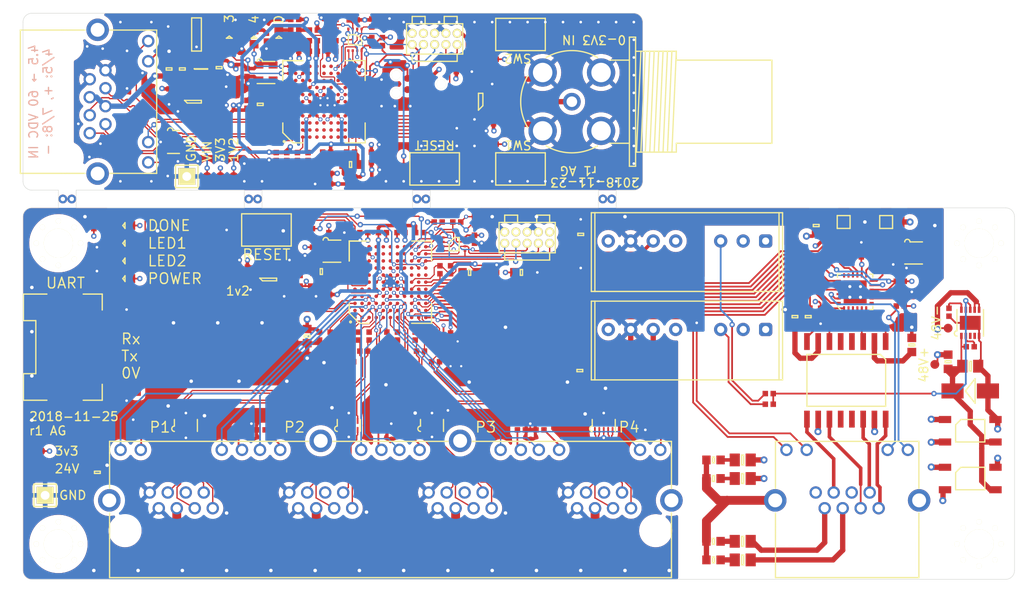
<source format=kicad_pcb>
(kicad_pcb (version 20221018) (generator pcbnew)
  (title_block (date "2018-11-24") (rev "1") (comment 1 "Drawn by: Adam Greig"))
  (layers (0 "F.Cu" signal) (1 "In1.Cu" power) (2 "In2.Cu" power) (31 "B.Cu" signal) (34 "B.Paste" user) (35 "F.Paste" user) (36 "B.SilkS" user "B.Silkscreen") (37 "F.SilkS" user "F.Silkscreen") (38 "B.Mask" user) (39 "F.Mask" user) (44 "Edge.Cuts" user))
  (net 0 "")
  (net 1 "GND")
  (net 2 "3v3")
  (net 3 "1v2")
  (net 4 "Net-(C218-Pad2)")
  (net 5 "Net-(C218-Pad1)")
  (net 6 "Net-(C221-Pad2)")
  (net 7 "Net-(C221-Pad1)")
  (net 8 "Net-(C301-Pad1)")
  (net 9 "Net-(C305-Pad1)")
  (net 10 "Net-(C307-Pad1)")
  (net 11 "Net-(C308-Pad1)")
  (net 12 "Net-(C309-Pad2)")
  (net 13 "/Ethernet/VB1")
  (net 14 "Net-(C310-Pad2)")
  (net 15 "/Ethernet/VB2")
  (net 16 "Net-(C311-Pad2)")
  (net 17 "/Ethernet/VA1")
  (net 18 "Net-(C312-Pad2)")
  (net 19 "/Ethernet/VA2")
  (net 20 "Net-(C313-Pad2)")
  (net 21 "Net-(C313-Pad1)")
  (net 22 "24v")
  (net 23 "/iCE40/ULED1")
  (net 24 "Net-(D201-Pad1)")
  (net 25 "/iCE40/ULED2")
  (net 26 "Net-(D202-Pad1)")
  (net 27 "Net-(D203-Pad1)")
  (net 28 "/iCE40/FLASH_IO3")
  (net 29 "/iCE40/FLASH_SCK")
  (net 30 "/iCE40/FLASH_SDI")
  (net 31 "/iCE40/FLASH_IO2")
  (net 32 "/iCE40/FLASH_SDO")
  (net 33 "/iCE40/FLASH_SS")
  (net 34 "Net-(IC202-PadG11)")
  (net 35 "Net-(IC202-PadF11)")
  (net 36 "/iCE40/UART_RX")
  (net 37 "/iCE40/UART_TX")
  (net 38 "Net-(IC202-PadC11)")
  (net 39 "Net-(IC202-PadB11)")
  (net 40 "Net-(IC202-PadJ10)")
  (net 41 "Net-(IC202-PadH10)")
  (net 42 "Net-(IC202-PadG10)")
  (net 43 "Net-(IC202-PadF10)")
  (net 44 "Net-(IC202-PadE10)")
  (net 45 "Net-(IC202-PadD10)")
  (net 46 "Net-(IC202-PadB10)")
  (net 47 "/iCE40/CRESET_B")
  (net 48 "Net-(IC202-PadH9)")
  (net 49 "Net-(IC202-PadG9)")
  (net 50 "Net-(IC202-PadF9)")
  (net 51 "Net-(IC202-PadE9)")
  (net 52 "Net-(IC202-PadD9)")
  (net 53 "Net-(IC202-PadC9)")
  (net 54 "Net-(IC202-PadB9)")
  (net 55 "Net-(IC202-PadA9)")
  (net 56 "Net-(IC202-PadL8)")
  (net 57 "/iCE40/CDONE")
  (net 58 "Net-(IC202-PadJ8)")
  (net 59 "Net-(IC202-PadG8)")
  (net 60 "Net-(IC202-PadE8)")
  (net 61 "Net-(IC202-PadC8)")
  (net 62 "Net-(IC202-PadB8)")
  (net 63 "Net-(IC202-PadA8)")
  (net 64 "Net-(IC202-PadL7)")
  (net 65 "Net-(IC202-PadK7)")
  (net 66 "Net-(IC202-PadJ7)")
  (net 67 "Net-(IC202-PadH7)")
  (net 68 "Net-(IC202-PadD7)")
  (net 69 "Net-(IC202-PadC7)")
  (net 70 "Net-(IC202-PadB7)")
  (net 71 "Net-(IC202-PadA7)")
  (net 72 "Net-(IC202-PadK6)")
  (net 73 "Net-(IC202-PadA6)")
  (net 74 "Net-(IC202-PadL5)")
  (net 75 "Net-(IC202-PadD5)")
  (net 76 "Net-(IC202-PadB5)")
  (net 77 "Net-(IC202-PadA5)")
  (net 78 "Net-(IC202-PadJ4)")
  (net 79 "/TGBe Ports/P3_LED1")
  (net 80 "/TGBe Ports/P1_LED1")
  (net 81 "Net-(IC202-PadB4)")
  (net 82 "/TGBe Ports/P3_LED2")
  (net 83 "/TGBe Ports/TD2-")
  (net 84 "/TGBe Ports/P2_LED2")
  (net 85 "/TGBe Ports/P1_LED2")
  (net 86 "Net-(IC202-PadB3)")
  (net 87 "/TGBe Ports/P4_LED1")
  (net 88 "/TGBe Ports/P4_LED2")
  (net 89 "/TGBe Ports/RD4-")
  (net 90 "/TGBe Ports/TD3-")
  (net 91 "/TGBe Ports/RD3-")
  (net 92 "/TGBe Ports/TD2+")
  (net 93 "/TGBe Ports/P2_LED1")
  (net 94 "/TGBe Ports/TD1+")
  (net 95 "/TGBe Ports/RD1-")
  (net 96 "Net-(IC202-PadA2)")
  (net 97 "/TGBe Ports/TD4-")
  (net 98 "/TGBe Ports/TD4+")
  (net 99 "/TGBe Ports/RD4+")
  (net 100 "/TGBe Ports/TD3+")
  (net 101 "/TGBe Ports/RD3+")
  (net 102 "/TGBe Ports/RD2+")
  (net 103 "/TGBe Ports/RD2-")
  (net 104 "/TGBe Ports/TD1-")
  (net 105 "/TGBe Ports/RD1+")
  (net 106 "Net-(IC202-PadA1)")
  (net 107 "/iCE40/PHY_~{RST}")
  (net 108 "/iCE40/ETH_LED")
  (net 109 "Net-(IC301-Pad21)")
  (net 110 "Net-(IC301-Pad20)")
  (net 111 "Net-(IC301-Pad19)")
  (net 112 "Net-(IC301-Pad18)")
  (net 113 "Net-(IC301-Pad17)")
  (net 114 "Net-(IC301-Pad16)")
  (net 115 "Net-(IC301-Pad15)")
  (net 116 "Net-(IC301-Pad13)")
  (net 117 "Net-(IC301-Pad12)")
  (net 118 "/Ethernet/MDC")
  (net 119 "/Ethernet/MDIO")
  (net 120 "Net-(IC301-Pad9)")
  (net 121 "Net-(IC301-Pad7)")
  (net 122 "/Ethernet/TD+")
  (net 123 "/Ethernet/TD-")
  (net 124 "/Ethernet/RD+")
  (net 125 "/Ethernet/RD-")
  (net 126 "CHASSIS")
  (net 127 "Net-(IC303-Pad10)")
  (net 128 "Net-(IC303-Pad9)")
  (net 129 "/Power/48VPG")
  (net 130 "/Ethernet/0VDC")
  (net 131 "Net-(IC303-Pad4)")
  (net 132 "Net-(IC303-Pad3)")
  (net 133 "Net-(IC303-Pad2)")
  (net 134 "/TGBe Ports/TX1-")
  (net 135 "/TGBe Ports/RX1-")
  (net 136 "/TGBe Ports/TX1+")
  (net 137 "/TGBe Ports/RX1+")
  (net 138 "/TGBe Ports/TX2-")
  (net 139 "/TGBe Ports/RX2-")
  (net 140 "/TGBe Ports/TX2+")
  (net 141 "/TGBe Ports/RX2+")
  (net 142 "/TGBe Ports/TX3-")
  (net 143 "/TGBe Ports/RX3-")
  (net 144 "/TGBe Ports/TX3+")
  (net 145 "/TGBe Ports/RX3+")
  (net 146 "/TGBe Ports/TX4-")
  (net 147 "/TGBe Ports/RX4-")
  (net 148 "/TGBe Ports/TX4+")
  (net 149 "/TGBe Ports/RX4+")
  (net 150 "Net-(IC501-Pad8)")
  (net 151 "Net-(IC501-Pad5)")
  (net 152 "Net-(IC501-Pad3)")
  (net 153 "/Ethernet/48VDC")
  (net 154 "Net-(IC503-Pad8)")
  (net 155 "Net-(IC503-Pad5)")
  (net 156 "Net-(IC503-Pad3)")
  (net 157 "Net-(J201-Pad7)")
  (net 158 "/Ethernet/RXD1")
  (net 159 "/Ethernet/RXD0")
  (net 160 "/Ethernet/CRS_DV")
  (net 161 "/Ethernet/REF_CLK")
  (net 162 "/Ethernet/TXEN")
  (net 163 "/Ethernet/TXD0")
  (net 164 "/Ethernet/TXD1")
  (net 165 "Net-(T301-Pad13)")
  (net 166 "Net-(T301-Pad12)")
  (net 167 "Net-(T301-Pad5)")
  (net 168 "Net-(T301-Pad4)")
  (net 169 "Net-(J202-Pad1)")
  (net 170 "Net-(J302-Pad6)")
  (net 171 "Net-(J302-Pad2)")
  (net 172 "Net-(J302-Pad3)")
  (net 173 "Net-(J302-Pad1)")
  (net 174 "Net-(J302-Pad10)")
  (net 175 "Net-(D204-Pad1)")
  (net 176 "Net-(D205-Pad1)")
  (net 177 "Net-(J302-Pad12)")
  (net 178 "/Ethernet/LINK_LED")
  (net 179 "Net-(IC202-PadE11)")
  (net 180 "Net-(IC202-PadD11)")
  (net 181 "/iCE40/CLK")
  (net 182 "/TGBe Ports/ETD1-")
  (net 183 "/TGBe Ports/ETD1+")
  (net 184 "/TGBe Ports/ETD2-")
  (net 185 "/TGBe Ports/ETD2+")
  (net 186 "/TGBe Ports/ETD3-")
  (net 187 "/TGBe Ports/ETD3+")
  (net 188 "/TGBe Ports/ETD4-")
  (net 189 "/TGBe Ports/ETD4+")
  (net 190 "Net-(J401-Pad4P11)")
  (net 191 "Net-(J401-Pad3P11)")
  (net 192 "Net-(J401-Pad2P11)")
  (net 193 "Net-(J401-Pad4P9)")
  (net 194 "Net-(J401-Pad3P9)")
  (net 195 "Net-(J401-Pad2P9)")
  (net 196 "Net-(J401-Pad1P9)")
  (net 197 "Net-(J401-Pad1P11)")
  (net 198 "Net-(D501-Pad1)")
  (net 199 "Net-(J401-PadS3)")
  (net 200 "Net-(J401-PadS2)")
  (net 201 "Net-(J401-PadS1)")
  (net 202 "Net-(J302-PadS2)")
  (net 203 "Net-(IC301-Pad8)")
  (net 204 "Net-(IC202-PadH11)")
  (net 205 "/CLK")
  (net 206 "/LED2")
  (net 207 "/TD+")
  (net 208 "/RD-")
  (net 209 "/TD-")
  (net 210 "/RD+")
  (net 211 "/LED1")
  (net 212 "/PWRIN")
  (net 213 "/TX-")
  (net 214 "/TX+")
  (net 215 "/FLASH_SDI")
  (net 216 "/FLASH_SDO")
  (net 217 "/FLASH_SS")
  (net 218 "/FLASH_SCK")
  (net 219 "/FLASH_IO3")
  (net 220 "/FLASH_IO2")
  (net 221 "/LED3")
  (net 222 "Net-(D1-Pad1)")
  (net 223 "/LED4")
  (net 224 "Net-(D2-Pad1)")
  (net 225 "/CDONE")
  (net 226 "/CRESET_B")
  (net 227 "Net-(C13-Pad2)")
  (net 228 "Net-(C13-Pad1)")
  (net 229 "Net-(C18-Pad1)")
  (net 230 "Net-(C19-Pad2)")
  (net 231 "Net-(C19-Pad1)")
  (net 232 "Net-(C27-Pad1)")
  (net 233 "Net-(D3-Pad1)")
  (net 234 "Net-(D4-Pad1)")
  (net 235 "Net-(IC1-Pad9)")
  (net 236 "Net-(IC1-Pad11)")
  (net 237 "Net-(IC2-Pad8)")
  (net 238 "Net-(IC2-Pad6)")
  (net 239 "Net-(IC2-Pad5)")
  (net 240 "Net-(IC4-PadA1)")
  (net 241 "Net-(IC4-PadD1)")
  (net 242 "Net-(IC4-PadE1)")
  (net 243 "Net-(IC4-PadF1)")
  (net 244 "Net-(IC4-PadG1)")
  (net 245 "Net-(IC4-PadH1)")
  (net 246 "Net-(IC4-PadJ1)")
  (net 247 "Net-(IC4-PadK1)")
  (net 248 "/ADC_~{CS}")
  (net 249 "Net-(IC4-PadA2)")
  (net 250 "Net-(IC4-PadD2)")
  (net 251 "Net-(IC4-PadE2)")
  (net 252 "Net-(IC4-PadF2)")
  (net 253 "Net-(IC4-PadG2)")
  (net 254 "Net-(IC4-PadH2)")
  (net 255 "Net-(IC4-PadJ2)")
  (net 256 "Net-(IC4-PadK2)")
  (net 257 "/ADC_DOUT")
  (net 258 "Net-(IC4-PadB3)")
  (net 259 "Net-(IC4-PadC3)")
  (net 260 "Net-(IC4-PadD3)")
  (net 261 "Net-(IC4-PadE3)")
  (net 262 "Net-(IC4-PadF3)")
  (net 263 "Net-(IC4-PadG3)")
  (net 264 "Net-(IC4-PadH3)")
  (net 265 "Net-(IC4-PadJ3)")
  (net 266 "Net-(IC4-PadK3)")
  (net 267 "/ADC_SCLK")
  (net 268 "Net-(IC4-PadB4)")
  (net 269 "Net-(IC4-PadC4)")
  (net 270 "Net-(IC4-PadF4)")
  (net 271 "Net-(IC4-PadJ4)")
  (net 272 "Net-(IC4-PadK4)")
  (net 273 "Net-(IC4-PadA5)")
  (net 274 "Net-(IC4-PadB5)")
  (net 275 "Net-(IC4-PadD5)")
  (net 276 "Net-(IC4-PadJ5)")
  (net 277 "Net-(IC4-PadK5)")
  (net 278 "Net-(IC4-PadL5)")
  (net 279 "Net-(IC4-PadA6)")
  (net 280 "Net-(IC4-PadK6)")
  (net 281 "Net-(IC4-PadA7)")
  (net 282 "Net-(IC4-PadB7)")
  (net 283 "Net-(IC4-PadC7)")
  (net 284 "Net-(IC4-PadD7)")
  (net 285 "Net-(IC4-PadH7)")
  (net 286 "Net-(IC4-PadK7)")
  (net 287 "Net-(IC4-PadA8)")
  (net 288 "Net-(IC4-PadB8)")
  (net 289 "Net-(IC4-PadC8)")
  (net 290 "Net-(IC4-PadE8)")
  (net 291 "Net-(IC4-PadG8)")
  (net 292 "Net-(IC4-PadL8)")
  (net 293 "Net-(IC4-PadA9)")
  (net 294 "Net-(IC4-PadB9)")
  (net 295 "Net-(IC4-PadC9)")
  (net 296 "Net-(IC4-PadD9)")
  (net 297 "Net-(IC4-PadE9)")
  (net 298 "Net-(IC4-PadF9)")
  (net 299 "Net-(IC4-PadG9)")
  (net 300 "Net-(IC4-PadH9)")
  (net 301 "Net-(IC4-PadB10)")
  (net 302 "Net-(IC4-PadD10)")
  (net 303 "Net-(IC4-PadE10)")
  (net 304 "Net-(IC4-PadF10)")
  (net 305 "Net-(IC4-PadG10)")
  (net 306 "Net-(IC4-PadH10)")
  (net 307 "Net-(IC4-PadJ10)")
  (net 308 "Net-(IC4-PadB11)")
  (net 309 "Net-(IC4-PadC11)")
  (net 310 "Net-(IC4-PadD11)")
  (net 311 "Net-(IC4-PadE11)")
  (net 312 "Net-(IC4-PadF11)")
  (net 313 "Net-(IC4-PadG11)")
  (net 314 "Net-(IC4-PadK11)")
  (net 315 "Net-(J1-Pad7)")
  (net 316 "Net-(IC4-PadJ7)")
  (net 317 "Net-(IC4-PadJ8)")
  (net 318 "/RX+")
  (net 319 "/RX-")
  (net 320 "/TDESD-")
  (net 321 "/TDESD+")
  (net 322 "/USERSW1")
  (net 323 "/USERSW2")
  (net 324 "Net-(IC1-PadS1)")
  (net 325 "Net-(IC1-PadS2)")
  (footprint "agg:Lattice-BG121" (layer "F.Cu") (at 114 106 90)
    (fp_text reference "IC4")
    (fp_text value "iCE40HX8K-BG121")
  )
  (footprint "agg:RJHSE-538X" (layer "F.Cu") (at 85 106 -90)
    (fp_text reference "IC1")
    (fp_text value "RJHSE-538x")
  )
  (footprint "agg:BNC_PCB_RA_5-1634556-0" (layer "F.Cu") (at 142 106 -90)
    (fp_text reference "P1")
    (fp_text value "COAX")
  )
  (footprint "agg:0402" (layer "F.Cu") (at 112.2 112.2 90)
    (fp_text reference "R4")
    (fp_text value "140")
  )
  (footprint "agg:0402" (layer "F.Cu") (at 111 112.2 90)
    (fp_text reference "R6")
    (fp_text value "140")
  )
  (footprint "agg:0402" (layer "F.Cu") (at 108.2 109.8 90)
    (fp_text reference "R2")
    (fp_text value "100")
  )
  (footprint "agg:0402" (layer "F.Cu") (at 111.6 114 180)
    (fp_text reference "R5")
    (fp_text value "140")
  )
  (footprint "agg:0402" (layer "F.Cu") (at 96.35 113.15 -90)
    (fp_text reference "R1")
    (fp_text value "1k")
  )
  (footprint "agg:0402" (layer "F.Cu") (at 96.4 98.8 90)
    (fp_text reference "R3")
    (fp_text value "1k")
  )
  (footprint "agg:0603" (layer "F.Cu") (at 117 113.1)
    (fp_text reference "C13")
    (fp_text value "10µ")
  )
  (footprint "agg:0603" (layer "F.Cu") (at 106.8 106.3 -90)
    (fp_text reference "C19")
    (fp_text value "10µ")
  )
  (footprint "agg:0402" (layer "F.Cu") (at 117 111.7)
    (fp_text reference "C14")
    (fp_text value "100n")
  )
  (footprint "agg:0402" (layer "F.Cu") (at 108.3 106.3 -90)
    (fp_text reference "C20")
    (fp_text value "100n")
  )
  (footprint "agg:0402" (layer "F.Cu") (at 117 114.5 180)
    (fp_text reference "R7")
    (fp_text value "100")
  )
  (footprint "agg:0402" (layer "F.Cu") (at 105.3 106.3 90)
    (fp_text reference "R8")
    (fp_text value "100")
  )
  (footprint "agg:0402" (layer "F.Cu") (at 119.4 97.1 -90)
    (fp_text reference "R16")
    (fp_text value "10k")
  )
  (footprint "agg:0402" (layer "F.Cu") (at 120.6 99.2 -90)
    (fp_text reference "R12")
    (fp_text value "10k")
  )
  (footprint "agg:0402" (layer "F.Cu") (at 112.8 97.9 180)
    (fp_text reference "R13")
    (fp_text value "10k")
  )
  (footprint "agg:0402" (layer "F.Cu") (at 114.3 112.9 180)
    (fp_text reference "C1")
    (fp_text value "100n")
  )
  (footprint "agg:0402" (layer "F.Cu") (at 114.3 115.3 180)
    (fp_text reference "C5")
    (fp_text value "100n")
  )
  (footprint "agg:0402" (layer "F.Cu") (at 119.8 112.9)
    (fp_text reference "C7")
    (fp_text value "100n")
  )
  (footprint "agg:0402" (layer "F.Cu") (at 112.8 99.1 180)
    (fp_text reference "C2")
    (fp_text value "100n")
  )
  (footprint "agg:0402" (layer "F.Cu") (at 114.9 100.3)
    (fp_text reference "C6")
    (fp_text value "10n")
  )
  (footprint "agg:0402" (layer "F.Cu") (at 110.7 99.1 180)
    (fp_text reference "C8")
    (fp_text value "100n")
  )
  (footprint "agg:0402" (layer "F.Cu") (at 112.8 100.3 180)
    (fp_text reference "C3")
    (fp_text value "10n")
  )
  (footprint "agg:0402" (layer "F.Cu") (at 114.9 99.1)
    (fp_text reference "C9")
    (fp_text value "100n")
  )
  (footprint "agg:0402" (layer "F.Cu") (at 114.3 111.7 180)
    (fp_text reference "C4")
    (fp_text value "10n")
  )
  (footprint "agg:0402" (layer "F.Cu") (at 119.8 111.7)
    (fp_text reference "C10")
    (fp_text value "10n")
  )
  (footprint "agg:0402" (layer "F.Cu") (at 114.3 114.1 180)
    (fp_text reference "C11")
    (fp_text value "10n")
  )
  (footprint "agg:0402" (layer "F.Cu") (at 110.7 100.3 180)
    (fp_text reference "C12")
    (fp_text value "10n")
  )
  (footprint "agg:0402" (layer "F.Cu") (at 119.4 99.2 90)
    (fp_text reference "C23")
    (fp_text value "100n")
  )
  (footprint "agg:0603" (layer "F.Cu") (at 98 102.3 90)
    (fp_text reference "C17")
    (fp_text value "100n 48V")
  )
  (footprint "agg:0402" (layer "F.Cu") (at 105.3 102.7 -90)
    (fp_text reference "C28")
    (fp_text value "100n")
  )
  (footprint "agg:UFDFN-8" (layer "F.Cu") (at 117.5 99 -90)
    (fp_text reference "IC5")
    (fp_text value "W25Q80")
  )
  (footprint "agg:0402" (layer "F.Cu") (at 129.4 102.6)
    (fp_text reference "C26")
    (fp_text value "100n")
  )
  (footprint "agg:0603-LED" (layer "F.Cu") (at 106.1 98.7 -90)
    (fp_text reference "D2")
    (fp_text value "LED")
  )
  (footprint "agg:0402" (layer "F.Cu") (at 120.6 97.1 90)
    (fp_text reference "R18")
    (fp_text value "DNF")
  )
  (footprint "agg:0402" (layer "F.Cu") (at 104.7 98.7 -90)
    (fp_text reference "R9")
    (fp_text value "1k")
  )
  (footprint "agg:0402" (layer "F.Cu") (at 107.5 98.7 -90)
    (fp_text reference "R10")
    (fp_text value "1k")
  )
  (footprint "agg:0402" (layer "F.Cu") (at 114.9 97.9)
    (fp_text reference "R14")
    (fp_text value "10k")
  )
  (footprint "agg:0402" (layer "F.Cu") (at 114.9 96.7 180)
    (fp_text reference "R17")
    (fp_text value "DNF")
  )
  (footprint "agg:0402" (layer "F.Cu") (at 117.3 96.75 180)
    (fp_text reference "R15")
    (fp_text value "10k")
  )
  (footprint "agg:0402" (layer "F.Cu") (at 102.15 106.85 90)
    (fp_text reference "C22")
    (fp_text value "1µ")
  )
  (footprint "agg:0402" (layer "F.Cu") (at 96.5 105 -90)
    (fp_text reference "C21")
    (fp_text value "100n")
  )
  (footprint "agg:SOT-23" (layer "F.Cu") (at 99.2 106 90)
    (fp_text reference "IC3")
    (fp_text value "MCP1700")
  )
  (footprint "agg:0603" (layer "F.Cu") (at 102.15 102.15 -90)
    (fp_text reference "C15")
    (fp_text value "10µ")
  )
  (footprint "agg:0603" (layer "F.Cu") (at 96.5 102.3 90)
    (fp_text reference "C16")
    (fp_text value "1µ 48V")
  )
  (footprint "agg:0402" (layer "F.Cu") (at 102.15 104.75 90)
    (fp_text reference "C18")
    (fp_text value "1µ")
  )
  (footprint "agg:0402" (layer "F.Cu") (at 132.7 108.5 180)
    (fp_text reference "C25")
    (fp_text value "100n")
  )
  (footprint "agg:0402" (layer "F.Cu") (at 134.4 103.9 90)
    (fp_text reference "C27")
    (fp_text value "10n")
  )
  (footprint "agg:0603-LED" (layer "F.Cu") (at 103.3 98.7 -90)
    (fp_text reference "D1")
    (fp_text value "LED")
  )
  (footprint "agg:0603-LED" (layer "F.Cu") (at 108.9 98.7 -90)
    (fp_text reference "D3")
    (fp_text value "LED")
  )
  (footprint "agg:0402" (layer "F.Cu") (at 134.4 108.1 -90)
    (fp_text reference "D4")
    (fp_text value "ESD_DIODE")
  )
  (footprint "agg:TDFN-8" (layer "F.Cu") (at 100.1 102.3 90)
    (fp_text reference "IC2")
    (fp_text value "MAX15062")
  )
  (footprint "agg:SOT-23-6" (layer "F.Cu") (at 131.7 106 180)
    (fp_text reference "IC6")
    (fp_text value "MAX11665AUT")
  )
  (footprint "agg:TC2030-NL" (layer "F.Cu") (at 124.7 104 180)
    (fp_text reference "J2")
    (fp_text value "~")
  )
  (footprint "agg:0402" (layer "F.Cu") (at 110.7 97.9)
    (fp_text reference "R11")
    (fp_text value "1k")
  )
  (footprint "agg:0402" (layer "F.Cu") (at 134.4 106 90)
    (fp_text reference "R19")
    (fp_text value "100")
  )
  (footprint "agg:KSR232G" (layer "F.Cu") (at 126.5 113.6 180)
    (fp_text reference "SW1")
    (fp_text value "~")
  )
  (footprint "agg:0402" (layer "F.Cu") (at 108.6 112.2 -90)
    (fp_text reference "C24")
    (fp_text value "100n")
  )
  (footprint "agg:0402" (layer "F.Cu") (at 109.8 112.2 -90)
    (fp_text reference "C29")
    (fp_text value "10n")
  )
  (footprint "agg:FTSH-105-01-F-D-K" (layer "F.Cu") (at 126.5 98.9 180)
    (fp_text reference "J1")
    (fp_text value "~")
  )
  (footprint "agg:XTAL-25x20" (layer "F.Cu") (at 107.45 102.7)
    (fp_text reference "Y1")
    (fp_text value "25M")
  )
  (footprint "agg:0402" (layer "F.Cu") (at 110.7 96.7 180)
    (fp_text reference "C30")
    (fp_text value "100n")
  )
  (footprint "agg:LPS4018" (layer "F.Cu") (at 99.6 98.4)
    (fp_text reference "L1")
    (fp_text value "33µ")
  )
  (footprint "agg:0402" (layer "F.Cu") (at 133 101.2 180)
    (fp_text reference "R20")
    (fp_text value "10k")
  )
  (footprint "agg:0402" (layer "F.Cu") (at 133 110.8 180)
    (fp_text reference "R21")
    (fp_text value "10k")
  )
  (footprint "agg:KSR232G" (layer "F.Cu") (at 136.2 113.6 180)
    (fp_text reference "SW3")
    (fp_text value "~")
  )
  (footprint "agg:KSR232G" (layer "F.Cu") (at 136.2 98.4 180)
    (fp_text reference "SW2")
    (fp_text value "~")
  )
  (footprint "agg:SIL-254P-01" (layer "F.Cu") (at 98.5 114.45 90)
    (fp_text reference "J3")
    (fp_text value "GND")
  )
  (footprint "agg:TESTPAD" (layer "F.Cu") (at 100.8 114.45 90)
    (fp_text reference "TP1" hide)
    (fp_text value "TESTPAD" hide)
  )
  (footprint "agg:TESTPAD" (layer "F.Cu") (at 103.8 114.45 90)
    (fp_text reference "TP2" hide)
    (fp_text value "TESTPAD" hide)
  )
  (footprint "agg:TESTPAD" (layer "F.Cu") (at 102.3 114.45 90)
    (fp_text reference "TP3" hide)
    (fp_text value "TESTPAD" hide)
  )
  (footprint "agg:0603" (layer "F.Cu") (at 143 121 90)
    (fp_text reference "C501")
    (fp_text value "10µ")
  )
  (footprint "agg:0603" (layer "F.Cu") (at 142.9 136.4 90)
    (fp_text reference "C502")
    (fp_text value "10µ")
  )
  (footprint "agg:0402" (layer "F.Cu") (at 104.9 124.7 180)
    (fp_text reference "C503")
    (fp_text value "100n")
  )
  (footprint "agg:0402" (layer "F.Cu") (at 110.1 127.3 -90)
    (fp_text reference "C504")
    (fp_text value "1µ")
  )
  (footprint "agg:QFN-24-EP-MICREL" (layer "F.Cu") (at 174 127.5 90)
    (fp_text reference "IC301")
    (fp_text value "KSZ8081RNA")
  )
  (footprint "agg:uQFN-10L" (layer "F.Cu") (at 98.4 142.6 90)
    (fp_text reference "IC402")
    (fp_text value "ECMF04-4HSM10")
  )
  (footprint "agg:uQFN-10L" (layer "F.Cu") (at 116.8 142.6 90)
    (fp_text reference "IC404")
    (fp_text value "ECMF04-4HSM10")
  )
  (footprint "agg:uQFN-10L" (layer "F.Cu") (at 126.2 142.6 90)
    (fp_text reference "IC406")
    (fp_text value "ECMF04-4HSM10")
  )
  (footprint "agg:uQFN-10L" (layer "F.Cu") (at 145.6 142.6 90)
    (fp_text reference "IC408")
    (fp_text value "ECMF04-4HSM10")
  )
  (footprint "agg:SIP-8-DCDC" (layer "F.Cu") (at 155 121.75 180)
    (fp_text reference "IC501")
    (fp_text value "TEC 2-4810")
  )
  (footprint "agg:SOT-23" (layer "F.Cu") (at 107.7 126.1 90)
    (fp_text reference "IC502")
    (fp_text value "MCP1700")
  )
  (footprint "agg:SIP-8-DCDC" (layer "F.Cu") (at 155 131.75 180)
    (fp_text reference "IC503")
    (fp_text value "TEC 2-4815")
  )
  (footprint "agg:SIL-254P-01" (layer "F.Cu") (at 82.5 150.5)
    (fp_text reference "J501")
    (fp_text value "GND")
  )
  (footprint "agg:0402" (layer "F.Cu") (at 104.8 143.1)
    (fp_text reference "R401")
    (fp_text value "1k")
  )
  (footprint "agg:0402" (layer "F.Cu") (at 114.7 132.5 90)
    (fp_text reference "R402")
    (fp_text value "140")
  )
  (footprint "agg:0402" (layer "F.Cu") (at 92.9 143.1 180)
    (fp_text reference "R403")
    (fp_text value "1k")
  )
  (footprint "agg:0402" (layer "F.Cu") (at 115.3 134.2 180)
    (fp_text reference "R404")
    (fp_text value "140")
  )
  (footprint "agg:0402" (layer "F.Cu") (at 115.9 132.5 90)
    (fp_text reference "R405")
    (fp_text value "140")
  )
  (footprint "agg:0402" (layer "F.Cu") (at 116.9 135.4 180)
    (fp_text reference "R406")
    (fp_text value "100")
  )
  (footprint "agg:0402" (layer "F.Cu") (at 120.6 143.1)
    (fp_text reference "R407")
    (fp_text value "1k")
  )
  (footprint "agg:0402" (layer "F.Cu") (at 117.9 132.5 90)
    (fp_text reference "R408")
    (fp_text value "140")
  )
  (footprint "agg:0402" (layer "F.Cu") (at 106.9 143.1 180)
    (fp_text reference "R409")
    (fp_text value "1k")
  )
  (footprint "agg:0402" (layer "F.Cu") (at 118.5 134.2 180)
    (fp_text reference "R410")
    (fp_text value "140")
  )
  (footprint "agg:0402" (layer "F.Cu") (at 119.1 132.5 90)
    (fp_text reference "R411")
    (fp_text value "140")
  )
  (footprint "agg:0402" (layer "F.Cu") (at 120.1 135.4 180)
    (fp_text reference "R412")
    (fp_text value "100")
  )
  (footprint "agg:0402" (layer "F.Cu") (at 136.3 143.1)
    (fp_text reference "R413")
    (fp_text value "1k")
  )
  (footprint "agg:0402" (layer "F.Cu") (at 121.1 132.5 90)
    (fp_text reference "R414")
    (fp_text value "140")
  )
  (footprint "agg:0402" (layer "F.Cu") (at 122.7 143.1 180)
    (fp_text reference "R415")
    (fp_text value "1k")
  )
  (footprint "agg:0402" (layer "F.Cu") (at 121.7 134.2 180)
    (fp_text reference "R416")
    (fp_text value "140")
  )
  (footprint "agg:0402" (layer "F.Cu") (at 122.3 132.5 90)
    (fp_text reference "R417")
    (fp_text value "140")
  )
  (footprint "agg:0402" (layer "F.Cu") (at 123.3 135.4 180)
    (fp_text reference "R418")
    (fp_text value "100")
  )
  (footprint "agg:0402" (layer "F.Cu") (at 151.6 143.1 180)
    (fp_text reference "R419")
    (fp_text value "1k")
  )
  (footprint "agg:0402" (layer "F.Cu") (at 124.3 132.5 90)
    (fp_text reference "R420")
    (fp_text value "140")
  )
  (footprint "agg:0402" (layer "F.Cu") (at 138.4 143.1 180)
    (fp_text reference "R421")
    (fp_text value "1k")
  )
  (footprint "agg:0402" (layer "F.Cu") (at 124.9 134.2 180)
    (fp_text reference "R422")
    (fp_text value "140")
  )
  (footprint "agg:0402" (layer "F.Cu") (at 125.5 132.5 90)
    (fp_text reference "R423")
    (fp_text value "140")
  )
  (footprint "agg:0402" (layer "F.Cu") (at 126.6 135.4 180)
    (fp_text reference "R424")
    (fp_text value "100")
  )
  (footprint "agg:0402" (layer "F.Cu") (at 164.3 140.2 180)
    (fp_text reference "R502")
    (fp_text value "1k")
  )
  (footprint "agg:749010012A" (layer "F.Cu") (at 173 137.5 -90)
    (fp_text reference "T301")
    (fp_text value "749013011A")
  )
  (footprint "agg:TESTPAD" (layer "F.Cu") (at 82 145.5)
    (fp_text reference "TP501" hide)
    (fp_text value "TESTPAD" hide)
  )
  (footprint "agg:TESTPAD" (layer "F.Cu") (at 82 147.5)
    (fp_text reference "TP502" hide)
    (fp_text value "TESTPAD" hide)
  )
  (footprint "agg:TESTPAD" (layer "F.Cu") (at 105.2 126.1)
    (fp_text reference "TP503" hide)
    (fp_text value "TESTPAD" hide)
  )
  (footprint "agg:SM04B-PASS" (layer "F.Cu") (at 88 133.75 90)
    (fp_text reference "J202")
    (fp_text value "UART")
  )
  (footprint "agg:uQFN-10L" (layer "F.Cu") (at 97 110.55)
    (fp_text reference "IC7")
    (fp_text value "ECMF04-4HSM10")
  )
  (footprint "agg:XTAL-25x20" (layer "F.Cu") (at 114.9 122.9)
    (fp_text reference "Y201")
    (fp_text value "25M")
  )
  (footprint "agg:0402" (layer "F.Cu") (at 172.3 123.1 90)
    (fp_text reference "R304")
    (fp_text value "33")
  )
  (footprint "agg:0402" (layer "F.Cu") (at 173.5 123.1 90)
    (fp_text reference "R303")
    (fp_text value "33")
  )
  (footprint "agg:0402" (layer "F.Cu") (at 175.9 123.1 90)
    (fp_text reference "R302")
    (fp_text value "33")
  )
  (footprint "agg:0402" (layer "F.Cu") (at 177.1 123.1 90)
    (fp_text reference "R301")
    (fp_text value "33")
  )
  (footprint "agg:0402" (layer "F.Cu") (at 126.9 119.6)
    (fp_text reference "R211")
    (fp_text value "10k")
  )
  (footprint "agg:0402" (layer "F.Cu") (at 89.2 119.9 90)
    (fp_text reference "R210")
    (fp_text value "1k")
  )
  (footprint "agg:0402" (layer "F.Cu") (at 89.2 122 -90)
    (fp_text reference "R208")
    (fp_text value "1k")
  )
  (footprint "agg:0402" (layer "F.Cu") (at 88 119.9 90)
    (fp_text reference "R207")
    (fp_text value "10k")
  )
  (footprint "agg:0402" (layer "F.Cu") (at 112.7 120.8 90)
    (fp_text reference "R206")
    (fp_text value "10k")
  )
  (footprint "agg:0402" (layer "F.Cu") (at 111.3 125.2 90)
    (fp_text reference "R205")
    (fp_text value "100")
  )
  (footprint "agg:0402" (layer "F.Cu") (at 131 119.45 -90)
    (fp_text reference "R202")
    (fp_text value "10k")
  )
  (footprint "agg:0402" (layer "F.Cu") (at 129 119.6 180)
    (fp_text reference "R201")
    (fp_text value "10k")
  )
  (footprint "agg:0603" (layer "F.Cu") (at 184.5 135.4 -90)
    (fp_text reference "L302")
    (fp_text value "FB")
  )
  (footprint "agg:0402" (layer "F.Cu") (at 179.1 127.5 180)
    (fp_text reference "R309")
    (fp_text value "6k49")
  )
  (footprint "agg:0402" (layer "F.Cu") (at 179.1 129.1 180)
    (fp_text reference "R310")
    (fp_text value "1k")
  )
  (footprint "agg:0402" (layer "F.Cu") (at 179.1 126.3 180)
    (fp_text reference "R308")
    (fp_text value "1k")
  )
  (footprint "agg:0402" (layer "F.Cu") (at 130.8 131.6 180)
    (fp_text reference "R307")
    (fp_text value "33")
  )
  (footprint "agg:0402" (layer "F.Cu") (at 130.8 130.4 180)
    (fp_text reference "R306")
    (fp_text value "33")
  )
  (footprint "agg:DFN-10-EP-MAX" (layer "F.Cu") (at 187 131 90)
    (fp_text reference "IC303")
    (fp_text value "MAX5969x")
  )
  (footprint "agg:0402" (layer "F.Cu") (at 167.1 127.7 90)
    (fp_text reference "R311")
    (fp_text value "10k")
  )
  (footprint "agg:0402" (layer "F.Cu") (at 130.8 129.2 180)
    (fp_text reference "R305")
    (fp_text value "33")
  )
  (footprint "agg:0402" (layer "F.Cu") (at 184.6 129.8 -90)
    (fp_text reference "R317")
    (fp_text value "619")
  )
  (footprint "agg:0402" (layer "F.Cu") (at 187 133.7)
    (fp_text reference "R316")
    (fp_text value "24k9")
  )
  (footprint "agg:0402" (layer "F.Cu") (at 128.3 125 -90)
    (fp_text reference "R204")
    (fp_text value "100")
  )
  (footprint "agg:Lattice-BG121" (layer "F.Cu") (at 121.5 126.4 90)
    (fp_text reference "IC202")
    (fp_text value "iCE40HX8K-BG121")
  )
  (footprint "agg:TO-269AA" (layer "F.Cu") (at 187 148.6)
    (fp_text reference "D303")
    (fp_text value "MB2S")
  )
  (footprint "agg:TO-269AA" (layer "F.Cu") (at 187 143.2)
    (fp_text reference "D302")
    (fp_text value "MB2S")
  )
  (footprint "agg:DO-214AC-SMA" (layer "F.Cu") (at 187 138.7)
    (fp_text reference "D301")
    (fp_text value "SMAJ58A")
  )
  (footprint "agg:0402" (layer "F.Cu") (at 111.3 127.3 -90)
    (fp_text reference "C209")
    (fp_text value "100n")
  )
  (footprint "agg:0603-LED" (layer "F.Cu") (at 91.4 120)
    (fp_text reference "D203")
    (fp_text value "LED")
  )
  (footprint "agg:0603-LED" (layer "F.Cu") (at 91.4 124)
    (fp_text reference "D202")
    (fp_text value "LED")
  )
  (footprint "agg:0603-LED" (layer "F.Cu") (at 91.4 122)
    (fp_text reference "D201")
    (fp_text value "LED")
  )
  (footprint "agg:0603" (layer "F.Cu") (at 180.4 133.5 90)
    (fp_text reference "C308")
    (fp_text value "100n")
  )
  (footprint "agg:0603" (layer "F.Cu") (at 167.2 130.3 90)
    (fp_text reference "C307")
    (fp_text value "100n")
  )
  (footprint "agg:0402" (layer "F.Cu") (at 168.3 127.7 -90)
    (fp_text reference "C306")
    (fp_text value "100n")
  )
  (footprint "agg:0402" (layer "F.Cu") (at 174.7 123.1 90)
    (fp_text reference "C304")
    (fp_text value "100n")
  )
  (footprint "agg:0402" (layer "F.Cu") (at 170.1 129.8 -90)
    (fp_text reference "C302")
    (fp_text value "100n")
  )
  (footprint "agg:0402" (layer "F.Cu") (at 115.9 125.5 -90)
    (fp_text reference "C222")
    (fp_text value "100n")
  )
  (footprint "agg:0402" (layer "F.Cu") (at 112.7 122.9 -90)
    (fp_text reference "C220")
    (fp_text value "100n")
  )
  (footprint "agg:0402" (layer "F.Cu") (at 127.1 125 -90)
    (fp_text reference "C219")
    (fp_text value "100n")
  )
  (footprint "agg:0603" (layer "F.Cu") (at 130.45 125.3 180)
    (fp_text reference "C218")
    (fp_text value "10µ")
  )
  (footprint "agg:0402" (layer "F.Cu") (at 143 123.6 -90)
    (fp_text reference "C217")
    (fp_text value "100n")
  )
  (footprint "agg:0402" (layer "F.Cu") (at 118.5 120.8 180)
    (fp_text reference "C216")
    (fp_text value "10n")
  )
  (footprint "agg:0402" (layer "F.Cu") (at 122.7 120.8)
    (fp_text reference "C215")
    (fp_text value "10n")
  )
  (footprint "agg:0402" (layer "F.Cu") (at 112.5 127.3 -90)
    (fp_text reference "C214")
    (fp_text value "10n")
  )
  (footprint "agg:0402" (layer "F.Cu") (at 128.3 134.7 -90)
    (fp_text reference "C213")
    (fp_text value "10n")
  )
  (footprint "agg:0402" (layer "F.Cu") (at 115 120.8)
    (fp_text reference "C212")
    (fp_text value "100n")
  )
  (footprint "agg:0402" (layer "F.Cu") (at 129.5 134.7 -90)
    (fp_text reference "C211")
    (fp_text value "100n")
  )
  (footprint "agg:0402" (layer "F.Cu") (at 120.6 120.8)
    (fp_text reference "C208")
    (fp_text value "10n")
  )
  (footprint "agg:0402" (layer "F.Cu") (at 114.2 127.8 180)
    (fp_text reference "C206")
    (fp_text value "10n")
  )
  (footprint "agg:0402" (layer "F.Cu") (at 110.1 125.2 90)
    (fp_text reference "C203")
    (fp_text value "100n")
  )
  (footprint "agg:0402" (layer "F.Cu") (at 114.2 126.6 180)
    (fp_text reference "C205")
    (fp_text value "100n")
  )
  (footprint "agg:0402" (layer "F.Cu") (at 124.8 120.8)
    (fp_text reference "C207")
    (fp_text value "10n")
  )
  (footprint "agg:0402" (layer "F.Cu") (at 128.3 132.6 -90)
    (fp_text reference "C202")
    (fp_text value "100n")
  )
  (footprint "agg:0805" (layer "F.Cu") (at 187 135.9)
    (fp_text reference "C313")
    (fp_text value "100n 60V")
  )
  (footprint "agg:M3_MOUNT" (layer "F.Cu") (at 84 122)
    (fp_text reference "X101" hide)
    (fp_text value "M3_MOUNT" hide)
  )
  (footprint "agg:M3_MOUNT" (layer "F.Cu") (at 188 122)
    (fp_text reference "X102" hide)
    (fp_text value "M3_MOUNT" hide)
  )
  (footprint "agg:M3_MOUNT" (layer "F.Cu") (at 84 156)
    (fp_text reference "X104" hide)
    (fp_text value "M3_MOUNT" hide)
  )
  (footprint "agg:0402" (layer "F.Cu") (at 91.75 138.5 -90)
    (fp_text reference "D204")
    (fp_text value "ESD_DIODE")
  )
  (footprint "agg:0402" (layer "F.Cu") (at 91.75 130.75 90)
    (fp_text reference "D205")
    (fp_text value "ESD_DIODE")
  )
  (footprint "agg:0402" (layer "F.Cu") (at 93 130.75 90)
    (fp_text reference "R212")
    (fp_text value "1k")
  )
  (footprint "agg:0402" (layer "F.Cu") (at 93 138.5 90)
    (fp_text reference "R213")
    (fp_text value "1k")
  )
  (footprint "agg:TESTPAD" (layer "F.Cu") (at 184.5 131.6)
    (fp_text reference "TP504" hide)
    (fp_text value "TESTPAD" hide)
  )
  (footprint "agg:TESTPAD" (layer "F.Cu") (at 183 135.7)
    (fp_text reference "TP505" hide)
    (fp_text value "TESTPAD" hide)
  )
  (footprint "agg:0402" (layer "F.Cu") (at 130.8 133)
    (fp_text reference "R318")
    (fp_text value "1k")
  )
  (footprint "agg:0603" (layer "F.Cu") (at 168.7 130.3 -90)
    (fp_text reference "C305")
    (fp_text value "2µ2")
  )
  (footprint "agg:0402" (layer "F.Cu") (at 89.2 124.1 -90)
    (fp_text reference "R209")
    (fp_text value "1k")
  )
  (footprint "agg:0402" (layer "F.Cu") (at 131 121.55 -90)
    (fp_text reference "C201")
    (fp_text value "100n")
  )
  (footprint "agg:RJHSE-538X-04" (layer "F.Cu") (at 121.5 154.5)
    (fp_text reference "J401")
    (fp_text value "RJHSE-538x-04")
  )
  (footprint "agg:RJHSE-538X" (layer "F.Cu") (at 173.1 154.5)
    (fp_text reference "J302")
    (fp_text value "RJHSE-538x")
  )
  (footprint "agg:0402" (layer "F.Cu") (at 164.3 139 180)
    (fp_text reference "R501")
    (fp_text value "1k")
  )
  (footprint "agg:1206" (layer "F.Cu") (at 177.5 119.6 180)
    (fp_text reference "C303")
    (fp_text value "22µ")
  )
  (footprint "agg:1206" (layer "F.Cu") (at 172.7 119.6)
    (fp_text reference "C301")
    (fp_text value "22µ")
  )
  (footprint "agg:0603" (layer "F.Cu") (at 88.4 147.9 90)
    (fp_text reference "C505")
    (fp_text value "10µ")
  )
  (footprint "agg:M3_MOUNT" (layer "F.Cu") (at 188 156)
    (fp_text reference "X103" hide)
    (fp_text value "M3_MOUNT" hide)
  )
  (footprint "agg:0603-LED" (layer "F.Cu") (at 91.4 126)
    (fp_text reference "D501")
    (fp_text value "LED")
  )
  (footprint "agg:0402" (layer "F.Cu") (at 89.2 126.2 90)
    (fp_text reference "R503")
    (fp_text value "1k")
  )
  (footprint "agg:0603" (layer "F.Cu") (at 158 146.5 180)
    (fp_text reference "R315")
    (fp_text value "DNF")
  )
  (footprint "agg:0603" (layer "F.Cu") (at 158 148.6 180)
    (fp_text reference "R314")
    (fp_text value "DNF")
  )
  (footprint "agg:0603" (layer "F.Cu") (at 158 157.8 180)
    (fp_text reference "R313")
    (fp_text value "DNF")
  )
  (footprint "agg:0603" (layer "F.Cu") (at 158 155.7 180)
    (fp_text reference "R312")
    (fp_text value "DNF")
  )
  (footprint "agg:0805" (layer "F.Cu") (at 161.3 146.5 180)
    (fp_text reference "C312")
    (fp_text value "DNF")
  )
  (footprint "agg:0805" (layer "F.Cu") (at 161.3 148.6 180)
    (fp_text reference "C311")
    (fp_text value "DNF")
  )
  (footprint "agg:0805" (layer "F.Cu") (at 161.3 157.8 180)
    (fp_text reference "C310")
    (fp_text value "DNF")
  )
  (footprint "agg:0805" (layer "F.Cu") (at 161.3 155.7 180)
    (fp_text reference "C309")
    (fp_text value "DNF")
  )
  (footprint "agg:0402" (layer "F.Cu") (at 178.3 123.1 -90)
    (fp_text reference "C314")
    (fp_text value "100n")
  )
  (footprint "agg:0402" (layer "F.Cu") (at 113.5 132.5 -90)
    (fp_text reference "C210")
    (fp_text value "100n")
  )
  (footprint "agg:0603" (layer "F.Cu") (at 113.7 125.2 180)
    (fp_text reference "C221")
    (fp_text value "10µ")
  )
  (footprint "agg:XTAL-25x20" (layer "F.Cu") (at 180.6 123.1)
    (fp_text reference "Y301")
    (fp_text value "25M")
  )
  (footprint "agg:0603" (layer "F.Cu") (at 169.6 120 90)
    (fp_text reference "L301")
    (fp_text value "FB")
  )
  (footprint "agg:KSR232G" (layer "F.Cu") (at 107.5 120.5)
    (fp_text reference "SW201")
    (fp_text value "~")
  )
  (footprint "agg:UFDFN-8" (layer "F.Cu") (at 128.7 122.1)
    (fp_text reference "IC201")
    (fp_text value "W25Q80")
  )
  (footprint "agg:FTSH-105-01-F-D-K" (layer "F.Cu") (at 136.95 121.365 180)
    (fp_text reference "J201")
    (fp_text value "~")
  )
  (footprint "agg:0402" (layer "F.Cu") (at 133.05 125.3)
    (fp_text reference "C204")
    (fp_text value "100n")
  )
  (footprint "agg:0603" (layer "F.Cu") (at 112.1 132.5 -90)
    (fp_text reference "C223")
    (fp_text value "10µ")
  )
  (footprint "agg:0603" (layer "F.Cu") (at 136.3 125.3)
    (fp_text reference "C224")
    (fp_text value "10µ")
  )
  (gr_line (start 84 118) (end 84 116) (stroke (width 0.05)) (layer "Edge.Cuts"))
  (gr_line (start 84 116) (end 81 116) (stroke (width 0.05)) (layer "Edge.Cuts"))
  (gr_line (start 81 160) (end 191 160) (stroke (width 0.05)) (layer "Edge.Cuts"))
  (gr_line (start 145 118) (end 135 118) (stroke (width 0.05)) (layer "Edge.Cuts"))
  (gr_line (start 126 118) (end 135 118) (stroke (width 0.05)) (layer "Edge.Cuts"))
  (gr_line (start 149 116) (end 147 116) (stroke (width 0.05)) (layer "Edge.Cuts"))
  (gr_line (start 135 116) (end 145 116) (stroke (width 0.05)) (layer "Edge.Cuts"))
  (gr_line (start 81 118) (end 84 118) (stroke (width 0.05)) (layer "Edge.Cuts"))
  (gr_arc (start 150 115) (mid 149.707107 115.707107) (end 149 116) (stroke (width 0.05)) (layer "Edge.Cuts"))
  (gr_line (start 124 118) (end 124 116) (stroke (width 0.05)) (layer "Edge.Cuts"))
  (gr_arc (start 191 118) (mid 191.707107 118.292893) (end 192 119) (stroke (width 0.05)) (layer "Edge.Cuts"))
  (gr_line (start 99 116) (end 105 116) (stroke (width 0.05)) (layer "Edge.Cuts"))
  (gr_line (start 192 159) (end 192 119) (stroke (width 0.05)) (layer "Edge.Cuts"))
  (gr_line (start 80 119) (end 80 159) (stroke (width 0.05)) (layer "Edge.Cuts"))
  (gr_line (start 150 97) (end 150 115) (stroke (width 0.05)) (layer "Edge.Cuts"))
  (gr_line (start 86 116) (end 86 118) (stroke (width 0.05)) (layer "Edge.Cuts"))
  (gr_line (start 80 115) (end 80 97) (stroke (width 0.05)) (layer "Edge.Cuts"))
  (gr_arc (start 80 97) (mid 80.292893 96.292893) (end 81 96) (stroke (width 0.05)) (layer "Edge.Cuts"))
  (gr_line (start 135 116) (end 126 116) (stroke (width 0.05)) (layer "Edge.Cuts"))
  (gr_line (start 81 96) (end 149 96) (stroke (width 0.05)) (layer "Edge.Cuts"))
  (gr_arc (start 192 159) (mid 191.707107 159.707107) (end 191 160) (stroke (width 0.05)) (layer "Edge.Cuts"))
  (gr_arc (start 149 96) (mid 149.707107 96.292893) (end 150 97) (stroke (width 0.05)) (layer "Edge.Cuts"))
  (gr_arc (start 81 116) (mid 80.292893 115.707107) (end 80 115) (stroke (width 0.05)) (layer "Edge.Cuts"))
  (gr_arc (start 80 119) (mid 80.292893 118.292893) (end 81 118) (stroke (width 0.05)) (layer "Edge.Cuts"))
  (gr_line (start 124 116) (end 107 116) (stroke (width 0.05)) (layer "Edge.Cuts"))
  (gr_line (start 107 116) (end 107 118) (stroke (width 0.05)) (layer "Edge.Cuts"))
  (gr_line (start 105 118) (end 101 118) (stroke (width 0.05)) (layer "Edge.Cuts"))
  (gr_line (start 107 118) (end 124 118) (stroke (width 0.05)) (layer "Edge.Cuts"))
  (gr_line (start 105 116) (end 105 118) (stroke (width 0.05)) (layer "Edge.Cuts"))
  (gr_line (start 147 116) (end 147 118) (stroke (width 0.05)) (layer "Edge.Cuts"))
  (gr_arc (start 81 160) (mid 80.292893 159.707107) (end 80 159) (stroke (width 0.05)) (layer "Edge.Cuts"))
  (gr_line (start 145 116) (end 145 118) (stroke (width 0.05)) (layer "Edge.Cuts"))
  (gr_line (start 86 116) (end 99 116) (stroke (width 0.05)) (layer "Edge.Cuts"))
  (gr_line (start 147 118) (end 191 118) (stroke (width 0.05)) (layer "Edge.Cuts"))
  (gr_line (start 126 116) (end 126 118) (stroke (width 0.05)) (layer "Edge.Cuts"))
  (gr_line (start 101 118) (end 86 118) (stroke (width 0.05)) (layer "Edge.Cuts"))
  (gr_text "4.5 → 60 VDC IN\n4/5: +, 7/8: -" (at 82 106 90) (layer "B.SilkS") (effects (font (size 1 1)) (justify mirror)))
  (gr_text "3V3" (at 102.3 112.9 90) (layer "F.SilkS") (effects (font (size 1 1)) (justify left)))
  (gr_text "1V2" (at 103.8 112.9 90) (layer "F.SilkS") (effects (font (size 1 1)) (justify left)))
  (gr_text "0-3V3 IN" (at 144.5 99 180) (layer "F.SilkS") (effects (font (size 1 1))))
  (gr_text "LED2" (at 94 124) (layer "F.SilkS") (effects (font (size 1.2 1.2)) (justify left)))
  (gr_text "POWER" (at 94 126) (layer "F.SilkS") (effects (font (size 1.2 1.2)) (justify left)))
  (gr_text "UART" (at 82.5 126.5) (layer "F.SilkS") (effects (font (size 1.2 1.2)) (justify left)))
  (gr_text "3v3" (at 83.5 145.5) (layer "F.SilkS") (effects (font (size 1 1)) (justify left)))
  (gr_text "24V" (at 83.5 147.5) (layer "F.SilkS") (effects (font (size 1 1)) (justify left)))
  (gr_text "GND" (at 84 150.5) (layer "F.SilkS") (effects (font (size 1 1)) (justify left)))
  (gr_text "1v2" (at 105.7 127.4) (layer "F.SilkS") (effects (font (size 1 1)) (justify right)))
  (gr_text "48V+" (at 181.75 135.75 90) (layer "F.SilkS") (effects (font (size 1 1))))
  (gr_text "48V-" (at 183.2 131 90) (layer "F.SilkS") (effects (font (size 1 1))))
  (gr_text "P1" (at 94.2 142.8) (layer "F.SilkS") (effects (font (size 1.2 1.2)) (justify left)))
  (gr_text "P2" (at 109.4 142.8) (layer "F.SilkS") (effects (font (size 1.2 1.2)) (justify left)))
  (gr_text "P3" (at 131 142.8) (layer "F.SilkS") (effects (font (size 1.2 1.2)) (justify left)))
  (gr_text "P4" (at 147.2 142.8) (layer "F.SilkS") (effects (font (size 1.2 1.2)) (justify left)))
  (gr_text "RESET" (at 107.5 123.3) (layer "F.SilkS") (effects (font (size 1.2 1.2))))
  (gr_text "Rx\nTx\n0V" (at 91 134.75) (layer "F.SilkS") (effects (font (size 1.2 1.2)) (justify left)))
  (gr_text "D" (at 108.9 96.7 90) (layer "F.SilkS") (effects (font (size 1 1))))
  (gr_text "DONE" (at 94 120) (layer "F.SilkS") (effects (font (size 1.2 1.2)) (justify left)))
  (gr_text "4" (at 106.1 96.7 90) (layer "F.SilkS") (effects (font (size 1 1))))
  (gr_text "VIN" (at 100.8 112.9 90) (layer "F.SilkS") (effects (font (size 1 1)) (justify left)))
  (gr_text "GND" (at 99 112.9 90) (layer "F.SilkS") (effects (font (size 1 1)) (justify left)))
  (gr_text "LED1" (at 94 122) (layer "F.SilkS") (effects (font (size 1.2 1.2)) (justify left)))
  (gr_text "2018-11-25\nr1 AG" (at 80.6 142.4) (layer "F.SilkS") (effects (font (size 1 1)) (justify left)))
  (gr_text "SW2" (at 135.9 101.1 180) (layer "F.SilkS") (effects (font (size 1 1))))
  (gr_text "r1 AG" (at 142.75 113.8 180) (layer "F.SilkS") (effects (font (size 1 1))))
  (gr_text "2018-11-23" (at 144.6 115.1 180) (layer "F.SilkS") (effects (font (size 1 1))))
  (gr_text "3" (at 103.3 96.6 90) (layer "F.SilkS") (effects (font (size 1 1))))
  (gr_text "SW1" (at 135.9 110.9 180) (layer "F.SilkS") (effects (font (size 1 1))))
  (gr_text "RESET" (at 126.5 110.9 180) (layer "F.SilkS") (effects (font (size 1 1))))
  (via (at 125.51 117) (size 1) (drill 0.5) (layers "F.Cu" "B.Cu") (net 0))
  (via (at 124.5 117) (size 1) (drill 0.5) (layers "F.Cu" "B.Cu") (net 0))
  (via (at 146.51 117) (size 1) (drill 0.5) (layers "F.Cu" "B.Cu") (net 0))
  (via (at 145.5 117) (size 1) (drill 0.5) (layers "F.Cu" "B.Cu") (net 0))
  (via (at 106.51 117) (size 1) (drill 0.5) (layers "F.Cu" "B.Cu") (net 0))
  (via (at 105.5 117) (size 1) (drill 0.5) (layers "F.Cu" "B.Cu") (net 0))
  (via (at 85.51 117) (size 1) (drill 0.5) (layers "F.Cu" "B.Cu") (net 0))
  (via (at 84.5 117) (size 1) (drill 0.5) (layers "F.Cu" "B.Cu") (net 0))
  (segment (start 145.6 142.075) (end 145.6 141.2) (width 0.15) (layer "F.Cu") (net 1))
  (segment (start 133.5 125.3) (end 133.5 124.45) (width 0.2) (layer "F.Cu") (net 1))
  (segment (start 113.2 106) (end 113.6 106.4) (width 0.127) (layer "F.Cu") (net 1))
  (segment (start 123.15 120.8) (end 123.15 121.65) (width 0.2) (layer "F.Cu") (net 1))
  (segment (start 134.4 103.45) (end 137.95 103.45) (width 0.6) (layer "F.Cu") (net 1))
  (segment (start 174.2 119.6) (end 175.1 119.6) (width 0.6) (layer "F.Cu") (net 1))
  (segment (start 108.6 112.65) (end 107.85 112.65) (width 0.4) (layer "F.Cu") (net 1))
  (segment (start 113.75 126.6) (end 113.75 127.8) (width 0.2) (layer "F.Cu") (net 1))
  (segment (start 96.375 110.55) (end 95.55 110.55) (width 0.15) (layer "F.Cu") (net 1))
  (segment (start 105.3 103.15) (end 106.1 103.15) (width 0.4) (layer "F.Cu") (net 1))
  (segment (start 114.4 106.4) (end 114 106.8) (width 0.127) (layer "F.Cu") (net 1))
  (segment (start 115.35 101.15) (end 115.3 101.2) (width 0.4) (layer "F.Cu") (net 1))
  (segment (start 131.8 106.3) (end 131.8 108.05) (width 0.4) (layer "F.Cu") (net 1))
  (segment (start 92.45 143.1) (end 92.45 141.95) (width 0.4) (layer "F.Cu") (net 1))
  (segment (start 112.5 127.75) (end 113.7 127.75) (width 0.2) (layer "F.Cu") (net 1))
  (segment (start 112.7 123.35) (end 113.7 123.35) (width 0.2) (layer "F.Cu") (net 1))
  (segment (start 105.8 143.1) (end 106.45 143.1) (width 0.2) (layer "F.Cu") (net 1))
  (segment (start 137.95 108.55) (end 138.7 109.3) (width 0.6) (layer "F.Cu") (net 1))
  (segment (start 121.5 127.2) (end 121.9 126.8) (width 0.15) (layer "F.Cu") (net 1))
  (segment (start 180.4 132.7) (end 180.4 131.5) (width 0.4) (layer "F.Cu") (net 1))
  (segment (start 115.35 100.3) (end 115.35 101.15) (width 0.4) (layer "F.Cu") (net 1))
  (segment (start 132.25 109.25) (end 132.3 109.3) (width 0.4) (layer "F.Cu") (net 1))
  (segment (start 122.3 127.2) (end 121.9 126.8) (width 0.15) (layer "F.Cu") (net 1))
  (segment (start 126.2 143.125) (end 126.2 143.9) (width 0.15) (layer "F.Cu") (net 1))
  (segment (start 119.4 98.75) (end 118.65 98.75) (width 0.2) (layer "F.Cu") (net 1))
  (segment (start 114.45 96.7) (end 113.9 96.7) (width 0.4) (layer "F.Cu") (net 1))
  (segment (start 143 120.2) (end 143 119.3) (width 0.4) (layer "F.Cu") (net 1))
  (segment (start 106.75 127.25) (end 105.7 127.25) (width 0.2) (layer "F.Cu") (net 1))
  (segment (start 113.85 114.1) (end 113.85 115.3) (width 0.4) (layer "F.Cu") (net 1))
  (segment (start 89.2 122.45) (end 88.35 122.45) (width 0.2) (layer "F.Cu") (net 1))
  (segment (start 89.2 125.15) (end 88.35 125.15) (width 0.2) (layer "F.Cu") (net 1))
  (segment (start 113.2 106.8) (end 113.6 106.4) (width 0.127) (layer "F.Cu") (net 1))
  (segment (start 113.75 127.8) (end 113.3 127.8) (width 0.2) (layer "F.Cu") (net 1))
  (segment (start 108.6 112.65) (end 109.8 112.65) (width 0.4) (layer "F.Cu") (net 1))
  (segment (start 112.7 123.35) (end 111.9 123.35) (width 0.2) (layer "F.Cu") (net 1))
  (segment (start 91.75 138.95) (end 91.75 139.75) (width 0.15) (layer "F.Cu") (net 1))
  (segment (start 113.15 133.3) (end 113.5 132.95) (width 0.4) (layer "F.Cu") (net 1))
  (segment (start 114.8 106.8) (end 114.4 106.4) (width 0.127) (layer "F.Cu") (net 1))
  (segment (start 114.4 105.6) (end 114 105.2) (width 0.127) (layer "F.Cu") (net 1))
  (segment (start 146.9 135.6) (end 148.65 133.85) (width 0.6) (layer "F.Cu") (net 1))
  (segment (start 139.6 115.2) (end 139.2 115.2) (width 0.2) (layer "F.Cu") (net 1))
  (segment (start 120.7 125.6) (end 121.1 126) (width 0.15) (layer "F.Cu") (net 1))
  (segment (start 99.85 101.35) (end 99.85 100.45) (width 0.2) (layer "F.Cu") (net 1))
  (segment (start 137.95 103.45) (end 138.7 102.7) (width 0.6) (layer "F.Cu") (net 1))
  (segment (start 104.45 124.7) (end 104.45 123.9) (width 0.4) (layer "F.Cu") (net 1))
  (segment (start 98.4 143.125) (end 98.4 144) (width 0.15) (layer "F.Cu") (net 1))
  (segment (start 173.75 127.75) (end 174 127.5) (width 0.2) (layer "F.Cu") (net 1))
  (segment (start 111.3 127.75) (end 112.5 127.75) (width 0.2) (layer "F.Cu") (net 1))
  (segment (start 121.05 120.8) (end 121.05 121.65) (width 0.2) (layer "F.Cu") (net 1))
  (segment (start 89.2 125.15) (end 89.2 125.75) (width 0.2) (layer "F.Cu") (net 1))
  (segment (start 96.35 113.6) (end 96.35 114.4) (width 0.15) (layer "F.Cu") (net 1))
  (segment (start 123.1 127.2) (end 122.7 126.8) (width 0.15) (layer "F.Cu") (net 1))
  (segment (start 120.7 126.4) (end 121.1 126) (width 0.15) (layer "F.Cu") (net 1))
  (segment (start 114 106) (end 114.4 105.6) (width 0.127) (layer "F.Cu") (net 1))
  (segment (start 121.5 125.6) (end 121.9 126) (width 0.15) (layer "F.Cu") (net 1))
  (segment (start 96.5 101.5) (end 96.5 100.3) (width 0.6) (layer "F.Cu") (net 1))
  (segment (start 98 101.5) (end 96.5 101.5) (width 0.6) (layer "F.Cu") (net 1))
  (segment (start 110.25 101.05) (end 110.2 101.1) (width 0.4) (layer "F.Cu") (net 1))
  (segment (start 175.1 119.6) (end 176 119.6) (width 0.6) (layer "F.Cu") (net 1))
  (segment (start 105.3 103.8) (end 105.45 103.95) (width 0.4) (layer "F.Cu") (net 1))
  (segment (start 114.8 106) (end 114.4 106.4) (width 0.127) (layer "F.Cu") (net 1))
  (segment (start 105.25 143.1) (end 105.8 143.1) (width 0.2) (layer "F.Cu") (net 1))
  (segment (start 102.15 104.3) (end 102.95 104.3) (width 0.4) (layer "F.Cu") (net 1))
  (segment (start 113.85 112.9) (end 113.85 114.1) (width 0.4) (layer "F.Cu") (net 1))
  (segment (start 114.8 105.2) (end 114.4 105.6) (width 0.127) (layer "F.Cu") (net 1))
  (segment (start 109.75 127.75) (end 109.5 128) (width 0.2) (layer "F.Cu") (net 1))
  (segment (start 98.4 142.075) (end 98.4 141.2) (width 0.15) (layer "F.Cu") (net 1))
  (segment (start 99.6 100.2) (end 99.6 99.8) (width 0.2) (layer "F.Cu") (net 1))
  (segment (start 121.5 125.6) (end 121.1 126) (width 0.15) (layer "F.Cu") (net 1))
  (segment (start 179.55 127.5) (end 180.4 127.5) (width 0.2) (layer "F.Cu") (net 1))
  (segment (start 114.8 106) (end 115.2 106.4) (width 0.127) (layer "F.Cu") (net 1))
  (segment (start 105.8 143.1) (end 105.8 142.4) (width 0.2) (layer "F.Cu") (net 1))
  (segment (start 133 106) (end 132.1 106) (width 0.4) (layer "F.Cu") (net 1))
  (segment (start 120.6 96.65) (end 121.35 96.65) (width 0.2) (layer "F.Cu") (net 1))
  (segment (start 116.75 98.25) (end 116.7 98.3) (width 0.15) (layer "F.Cu") (net 1))
  (segment (start 112.1 133.3) (end 112.1 135) (width 0.4) (layer "F.Cu") (net 1))
  (segment (start 134.4 108.55) (end 137.95 108.55) (width 0.6) (layer "F.Cu") (net 1))
  (segment (start 104.7 99.15) (end 104.7 100) (width 0.2) (layer "F.Cu") (net 1))
  (segment (start 116.8 142.075) (end 116.8 141.2) (width 0.15) (layer "F.Cu") (net 1))
  (segment (start 172.14 127.75) (end 173.75 127.75) (width 0.2) (layer "F.Cu") (net 1))
  (segment (start 118.65 98.75) (end 118.6 98.8) (width 0.2) (layer "F.Cu") (net 1))
  (segment (start 120.25 111.7) (end 120.25 110.85) (width 0.4) (layer "F.Cu") (net 1))
  (segment (start 132.25 108.5) (end 132.25 109.25) (width 0.4) (layer "F.Cu") (net 1))
  (segment (start 104 120.5) (end 103 120.5) (width 0.4) (layer "F.Cu") (net 1))
  (segment (start 168.528 145.356) (end 166.672 143.5) (width 0.2) (layer "F.Cu") (net 1))
  (segment (start 98.25 107.15) (end 97.55 107.15) (width 0.4) (layer "F.Cu") (net 1))
  (segment (start 128.3 133.05) (end 129.05 133.05) (width 0.2) (layer "F.Cu") (net 1))
  (segment (start 121.5 126.4) (end 121.9 126.8) (width 0.15) (layer "F.Cu") (net 1))
  (segment (start 128.3 135.15) (end 128.3 135.9) (width 0.2) (layer "F.Cu") (net 1))
  (segment (start 110.25 96.7) (end 109.4 96.7) (width 0.4) (layer "F.Cu") (net 1))
  (segment (start 99.85 100.45) (end 99.6 100.2) (width 0.2) (layer "F.Cu") (net 1))
  (segment (start 88.4 147.1) (end 89.5 147.1) (width 0.4) (layer "F.Cu") (net 1))
  (segment (start 178.3 123.55) (end 178.3 124.4) (width 0.4) (layer "F.Cu") (net 1))
  (segment (start 113.85 115.3) (end 113 115.3) (width 0.4) (layer "F.Cu") (net 1))
  (segment (start 137.3 143.1) (end 137.3 142.4) (width 0.2) (layer "F.Cu") (net 1))
  (segment (start 168.7 131.1) (end 170.1 131.1) (width 0.4) (layer "F.Cu") (net 1))
  (segment (start 113.7 127.75) (end 113.75 127.8) (width 0.2) (layer "F.Cu") (net 1))
  (segment (start 126.2 142.075) (end 126.2 141.2) (width 0.15) (layer "F.Cu") (net 1))
  (segment (start 137.1 125.3) (end 138.1 125.3) (width 0.2) (layer "F.Cu") (net 1))
  (segment (start 107.5 99.15) (end 107.5 100) (width 0.2) (layer "F.Cu") (net 1))
  (segment (start 121.5 127.2) (end 121.1 126.8) (width 0.15) (layer "F.Cu") (net 1))
  (segment (start 113.2 105.2) (end 113.6 105.6) (width 0.127) (layer "F.Cu") (net 1))
  (segment (start 139.7 97.1) (end 139.6 97) (width 0.2) (layer "F.Cu") (net 1))
  (segment (start 116.75 97.775) (end 116.75 98.25) (width 0.15) (layer "F.Cu") (net 1))
  (segment (start 122.3 127.2) (end 122.7 126.8) (width 0.15) (layer "F.Cu") (net 1))
  (segment (start 102.15 106.4) (end 102.95 106.4) (width 0.4) (layer "F.Cu") (net 1))
  (segment (start 139.7 98.4) (end 139.7 97.1) (width 0.2) (layer "F.Cu") (net 1))
  (segment (start 110.25 100.3) (end 110.25 101.05) (width 0.4) (layer "F.Cu") (net 1))
  (segment (start 145.6 143.125) (end 145.6 144) (width 0.15) (layer "F.Cu") (net 1))
  (segment (start 129.5 135.15) (end 129.5 135.9) (width 0.2) (layer "F.Cu") (net 1))
  (segment (start 114 106.8) (end 113.6 106.4) (width 0.127) (layer "F.Cu") (net 1))
  (segment (start 112.1 133.3) (end 113.15 133.3) (width 0.4) (layer "F.Cu") (net 1))
  (segment (start 113.85 111.7) (end 113.85 112.9) (width 0.4) (layer "F.Cu") (net 1))
  (segment (start 137.3 143.1) (end 137.95 143.1) (width 0.2) (layer "F.Cu") (net 1))
  (segment (start 139.6 97) (end 139 97) (width 0.2) (layer "F.Cu") (net 1))
  (segment (start 96.4 98.35) (end 96.4 97.5) (width 0.4) (layer "F.Cu") (net 1))
  (segment (start 111.9 123.35) (end 111.85 123.4) (width 0.2) (layer "F.Cu") (net 1))
  (segment (start 97.425 110.55) (end 98.25 110.55) (width 0.15) (layer "F.Cu") (net 1))
  (segment (start 110.1 127.75) (end 109.75 127.75) (width 0.2) (layer "F.Cu") (net 1))
  (segment (start 179.8 123.95) (end 179.8 124.8) (width 0.4) (layer "F.Cu") (net 1))
  (segment (start 170.1 130.25) (end 170.1 131.1) (width 0.4) (layer "F.Cu") (net 1))
  (segment (start 110.25 99.1) (end 110.25 100.3) (width 0.4) (layer "F.Cu") (net 1))
  (segment (start 115.35 99.1) (end 115.35 100.3) (width 0.4) (layer "F.Cu") (net 1))
  (segment (start 151.15 143.1) (end 150.3 143.1) (width 0.2) (layer "F.Cu") (net 1))
  (segment (start 89.2 124.55) (end 89.2 125.15) (width 0.2) (layer "F.Cu") (net 1))
  (segment (start 136.75 143.1) (end 137.3 143.1) (width 0.2) (layer "F.Cu") (net 1))
  (segment (start 114 106) (end 113.6 105.6) (width 0.127) (layer "F.Cu") (net 1))
  (segment (start 115.6 106.8) (end 115.2 106.4) (width 0.127) (layer "F.Cu") (net 1))
  (segment (start 123.43 103.36) (end 123.43 101.93) (width 0.2) (layer "F.Cu") (net 1))
  (segment (start 168.3 128.15) (end 167.1 128.15) (width 0.4) (layer "F.Cu") (net 1))
  (segment (start 120.7 127.2) (end 121.1 126.8) (width 0.15) (layer "F.Cu") (net 1))
  (segment (start 91.75 129.55) (end 91.7 129.5) (width 0.15) (layer "F.Cu") (net 1))
  (segment (start 121.5 126.4) (end 121.1 126) (width 0.15) (layer "F.Cu") (net 1))
  (segment (start 102.15 102.95) (end 103.1 102.95) (width 0.4) (layer "F.Cu") (net 1))
  (segment (start 114.4 106.4) (end 114 106) (width 0.127) (layer "F.Cu") (net 1))
  (segment (start 166.672 143.5) (end 159.8 143.5) (width 0.2) (layer "F.Cu") (net 1))
  (segment (start 131 122) (end 131.8 122) (width 0.2) (layer "F.Cu") (net 1))
  (segment (start 114.8 106) (end 114.4 105.6) (width 0.127) (layer "F.Cu") (net 1))
  (segment (start 122.3 126.4) (end 121.9 126.8) (width 0.15) (layer "F.Cu") (net 1))
  (segment (start 127.475 122.85) (end 128.5 122.85) (width 0.127) (layer "F.Cu") (net 1))
  (segment (start 121.35 96.65) (end 121.4 96.6) (width 0.2) (layer "F.Cu") (net 1))
  (segment (start 159.8 143.5) (end 156.1 139.8) (width 0.2) (layer "F.Cu") (net 1))
  (segment (start 143 124.05) (end 143 124.8) (width 0.4) (layer "F.Cu") (net 1))
  (segment (start 174.7 122.65) (end 174.7 121.9) (width 0.4) (layer "F.Cu") (net 1))
  (segment (start 107.85 112.65) (end 107.8 112.6) (width 0.4) (layer "F.Cu") (net 1))
  (segment (start 91.75 130.3) (end 91.75 129.55) (width 0.15) (layer "F.Cu") (net 1))
  (segment (start 120.7 126.4) (end 121.1 126.8) (width 0.15) (layer "F.Cu") (net 1))
  (segment (start 121.6 143.1) (end 122.25 143.1) (width 0.2) (layer "F.Cu") (net 1))
  (segment (start 121.05 143.1) (end 121.6 143.1) (width 0.2) (layer "F.Cu") (net 1))
  (segment (start 167.1 128.15) (end 167.1 129.4) (width 0.4) (layer "F.Cu") (net 1))
  (segment (start 139.2 115.2) (end 139 115) (width 0.2) (layer "F.Cu") (net 1))
  (segment (start 121.6 143.1) (end 121.6 142.4) (width 0.2) (layer "F.Cu") (net 1))
  (segment (start 131.8 108.05) (end 132.25 108.5) (width 0.4) (layer "F.Cu") (net 1))
  (segment (start 148.65 133.85) (end 148.65 131.75) (width 0.6) (layer "F.Cu") (net 1))
  (segment (start 115.2 106.4) (end 114.8 106.8) (width 0.127) (layer "F.Cu") (net 1))
  (segment (start 120.25 112.9) (end 120.25 113.65) (width 0.4) (layer "F.Cu") (net 1))
  (segment (start 123.43 101.93) (end 123.4 101.9) (width 0.2) (layer "F.Cu") (net 1))
  (segment (start 113.9 96.7) (end 113.7 96.5) (width 0.4) (layer "F.Cu") (net 1))
  (segment (start 110.1 127.75) (end 111.3 127.75) (width 0.2) (layer "F.Cu") (net 1))
  (segment (start 113.3 127.8) (end 113.1 128) (width 0.2) (layer "F.Cu") (net 1))
  (segment (start 121.5 126.4) (end 121.1 126.8) (width 0.15) (layer "F.Cu") (net 1))
  (segment (start 114 106) (end 113.6 106.4) (width 0.127) (layer "F.Cu") (net 1))
  (segment (start 125.25 120.8) (end 126.1 120.8) (width 0.2) (layer "F.Cu") (net 1))
  (segment (start 96.5 105.45) (end 96.5 106.3) (width 0.4) (layer "F.Cu") (net 1))
  (segment (start 113.7 123.35) (end 114.1 123.75) (width 0.2) (layer "F.Cu") (net 1))
  (segment (start 120.25 113.65) (end 120.3 113.7) (width 0.4) (layer "F.Cu") (net 1))
  (segment (start 112.35 99.1) (end 112.35 100.3) (width 0.4) (layer "F.Cu") (net 1))
  (segment (start 167.2 129.5) (end 166.1 129.5) (width 0.6) (layer "F.Cu") (net 1))
  (segment (start 167.1 129.4) (end 167.2 129.5) (width 0.4) (layer "F.Cu") (net 1))
  (segment (start 142.9 135.6) (end 146.9 135.6) (width 0.6) (layer "F.Cu") (net 1))
  (segment (start 112.35 100.3) (end 112.35 101.05) (width 0.4) (layer "F.Cu") (net 1))
  (segment (start 139.7 115.1) (end 139.6 115.2) (width 0.2) (layer "F.Cu") (net 1))
  (segment (start 139.7 113.6) (end 139.7 115.1) (width 0.2) (layer "F.Cu") (net 1))
  (segment (start 116.8 143.125) (end 116.8 143.9) (width 0.15) (layer "F.Cu") (net 1))
  (segment (start 97.55 107.15) (end 97.5 107.1) (width 0.4) (layer "F.Cu") (net 1))
  (segment (start 132.1 106) (end 131.8 106.3) (width 0.4) (layer "F.Cu") (net 1))
  (segment (start 122.3 125.6) (end 121.9 126) (width 0.15) (layer "F.Cu") (net 1))
  (segment (start 118.05 120.8) (end 118.05 121.65) (width 0.2) (layer "F.Cu") (net 1))
  (segment (start 120.25 112.9) (end 120.25 111.7) (width 0.4) (layer "F.Cu") (net 1))
  (segment (start 110.1 124.75) (end 110.1 123.9) (width 0.2) (layer "F.Cu") (net 1))
  (segment (start 105.3 103.15) (end 105.3 103.8) (width 0.4) (layer "F.Cu") (net 1))
  (segment (start 129.85 102.6) (end 130.7 102.6) (width 0.4) (layer "F.Cu") (net 1))
  (segment (start 115.45 120.8) (end 116.3 120.8) (width 0.2) (layer "F.Cu") (net 1))
  (segment (start 129.05 133.05) (end 129.1 133.1) (width 0.2) (layer "F.Cu") (net 1))
  (segment (start 113.6 105.6) (end 113.2 106) (width 0.127) (layer "F.Cu") (net 1))
  (segment (start 106.1 103.15) (end 106.7 103.75) (width 0.4) (layer "F.Cu") (net 1))
  (segment (start 128.5 122.85) (end 128.65 122.7) (width 0.127) (layer "F.Cu") (net 1))
  (segment (start 112.35 101.05) (end 112.3 101.1) (width 0.4) (layer "F.Cu") (net 1))
  (segment (start 156.1 139.8) (end 156.1 131) (width 0.2) (layer "F.Cu") (net 1))
  (segment (start 91.75 139.75) (end 91.7 139.8) (width 0.15) (layer "F.Cu") (net 1))
  (segment (start 114 105.2) (end 113.6 105.6) (width 0.127) (layer "F.Cu") (net 1))
  (via (at 94.5 97) (size 0.6) (drill 0.3) (layers "F.Cu" "B.Cu") (net 1))
  (via (at 91 97) (size 0.6) (drill 0.3) (layers "F.Cu" "B.Cu") (net 1))
  (via (at 138 159) (size 0.8) (drill 0.4) (layers "F.Cu" "B.Cu") (net 1))
  (via (at 88.35 125.15) (size 0.6) (drill 0.3) (layers "F.Cu" "B.Cu") (net 1))
  (via (at 127 111) (size 0.6) (drill 0.3) (layers "F.Cu" "B.Cu") (net 1))
  (via (at 120.5 103.5) (size 0.6) (drill 0.3) (layers "F.Cu" "B.Cu") (net 1))
  (via (at 103 152.5) (size 0.8) (drill 0.4) (layers "F.Cu" "B.Cu") (net 1))
  (via (at 99 137.6) (size 0.8) (drill 0.4) (layers "F.Cu" "B.Cu") (net 1))
  (via (at 133 119) (size 0.8) (drill 0.4) (layers "F.Cu" "B.Cu") (net 1))
  (via (at 108 159) (size 0.8) (drill 0.4) (layers "F.Cu" "B.Cu") (net 1))
  (via (at 87.5 112.25) (size 0.6) (drill 0.3) (layers "F.Cu" "B.Cu") (net 1))
  (via (at 145.6 141.2) (size 0.6) (drill 0.3) (layers "F.Cu" "B.Cu") (net 1))
  (via (at 133 115) (size 0.6) (drill 0.3) (layers "F.Cu" "B.Cu") (net 1))
  (via (at 143 119.3) (size 0.6) (drill 0.3) (layers "F.Cu" "B.Cu") (net 1))
  (via (at 143 97) (size 0.6) (drill 0.3) (layers "F.Cu" "B.Cu") (net 1))
  (via (at 149 115) (size 0.6) (drill 0.3) (layers "F.Cu" "B.Cu") (net 1))
  (via (at 153 159) (size 0.8) (drill 0.4) (layers "F.Cu" "B.Cu") (net 1))
  (via (at 89.5 147.1) (size 0.8) (drill 0.4) (layers "F.Cu" "B.Cu") (net 1))
  (via (at 145.6 144) (size 0.6) (drill 0.3) (layers "F.Cu" "B.Cu") (net 1))
  (via (at 128.3 135.9) (size 0.4572) (drill 0.254) (layers "F.Cu" "B.Cu") (net 1))
  (via (at 95.2 120.6) (size 0.8) (drill 0.4) (layers "F.Cu" "B.Cu") (net 1))
  (via (at 145 115) (size 0.6) (drill 0.3) (layers "F.Cu" "B.Cu") (net 1))
  (via (at 118 159) (size 0.8) (drill 0.4) (layers "F.Cu" "B.Cu") (net 1))
  (via (at 149 111) (size 0.6) (drill 0.3) (layers "F.Cu" "B.Cu") (net 1))
  (via (at 149 103) (size 0.6) (drill 0.3) (layers "F.Cu" "B.Cu") (net 1))
  (via (at 131 97) (size 0.6) (drill 0.3) (layers "F.Cu" "B.Cu") (net 1))
  (via (at 109.8 137.6) (size 0.8) (drill 0.4) (layers "F.Cu" "B.Cu") (net 1))
  (via (at 129 115) (size 0.6) (drill 0.3) (layers "F.Cu" "B.Cu") (net 1))
  (via (at 123 97) (size 0.6) (drill 0.3) (layers "F.Cu" "B.Cu") (net 1))
  (via (at 91.75 104.5) (size 0.6) (drill 0.3) (layers "F.Cu" "B.Cu") (net 1))
  (via (at 149 97) (size 0.6) (drill 0.3) (layers "F.Cu" "B.Cu") (net 1))
  (via (at 93 159) (size 0.8) (drill 0.4) (layers "F.Cu" "B.Cu") (net 1))
  (via (at 107.25 96.75) (size 0.6) (drill 0.3) (layers "F.Cu" "B.Cu") (net 1))
  (via (at 143 124.8) (size 0.6) (drill 0.3) (layers "F.Cu" "B.Cu") (net 1))
  (via (at 128 140.9) (size 0.6) (drill 0.3) (layers "F.Cu" "B.Cu") (net 1))
  (via (at 124.3 141.2) (size 0.8) (drill 0.4) (layers "F.Cu" "B.Cu") (net 1))
  (via (at 86.25 108.5) (size 0.6) (drill 0.3) (layers "F.Cu" "B.Cu") (net 1))
  (via (at 126.2 141.2) (size 0.6) (drill 0.3) (layers "F.Cu" "B.Cu") (net 1))
  (via (at 114 135.5) (size 0.8) (drill 0.4) (layers "F.Cu" "B.Cu") (net 1))
  (via (at 129.1 133.1) (size 0.4572) (drill 0.254) (layers "F.Cu" "B.Cu") (net 1))
  (via (at 135 97) (size 0.6) (drill 0.3) (layers "F.Cu" "B.Cu") (net 1))
  (via (at 102.95 104.3) (size 0.6) (drill 0.3) (layers "F.Cu" "B.Cu") (net 1))
  (via (at 128.65 122.7) (size 0.4572) (drill 0.254) (layers "F.Cu" "B.Cu") (net 1))
  (via (at 118.05 121.65) (size 0.6) (drill 0.3) (layers "F.Cu" "B.Cu") (net 1))
  (via (at 138.1 125.3) (size 0.6) (drill 0.3) (layers "F.Cu" "B.Cu") (net 1))
  (via (at 129 109) (size 0.6) (drill 0.3) (layers "F.Cu" "B.Cu") (net 1))
  (via (at 107 131) (size 0.8) (drill 0.4) (layers "F.Cu" "B.Cu") (net 1))
  (via (at 141 97) (size 0.6) (drill 0.3) (layers "F.Cu" "B.Cu") (net 1))
  (via (at 122.7 126.8) (size 0.4572) (drill 0.254) (layers "F.Cu" "B.Cu") (net 1))
  (via (at 114.9 140.6) (size 0.8) (drill 0.4) (layers "F.Cu" "B.Cu") (net 1))
  (via (at 110.2 101.1) (size 0.6) (drill 0.3) (layers "F.Cu" "B.Cu") (net 1))
  (via (at 103 159) (size 0.8) (drill 0.4) (layers "F.Cu" "B.Cu") (net 1))
  (via (at 107 115) (size 0.6) (drill 0.3) (layers "F.Cu" "B.Cu") (net 1))
  (via (at 128 159) (size 0.8) (drill 0.4) (layers "F.Cu" "B.Cu") (net 1))
  (via (at 123 159) (size 0.8) (drill 0.4) (layers "F.Cu" "B.Cu") (net 1))
  (via (at 96.4 140.4) (size 0.8) (drill 0.4) (layers "F.Cu" "B.Cu") (net 1))
  (via (at 118.6 98.8) (size 0.6) (drill 0.3) (layers "F.Cu" "B.Cu") (net 1))
  (via (at 137 97) (size 0.6) (drill 0.3) (layers "F.Cu" "B.Cu") (net 1))
  (via (at 100.5 141.5) (size 0.8) (drill 0.4) (layers "F.Cu" "B.Cu") (net 1))
  (via (at 116.8 141.2) (size 0.6) (drill 0.3) (layers "F.Cu" "B.Cu") (net 1))
  (via (at 130.4 137.7) (size 0.8) (drill 0.4) (layers "F.Cu" "B.Cu") (net 1))
  (via (at 88.75 110.75) (size 0.6) (drill 0.3) (layers "F.Cu" "B.Cu") (net 1))
  (via (at 127 115) (size 0.6) (drill 0.3) (layers "F.Cu" "B.Cu") (net 1))
  (via (at 102.5 112.5) (size 0.6) (drill 0.3) (layers "F.Cu" "B.Cu") (net 1))
  (via (at 96.5 100.3) (size 0.8) (drill 0.4) (layers "F.Cu" "B.Cu") (net 1))
  (via (at 148 159) (size 0.8) (drill 0.4) (layers "F.Cu" "B.Cu") (net 1))
  (via (at 125 111) (size 0.6) (drill 0.3) (layers "F.Cu" "B.Cu") (net 1))
  (via (at 91.7 129.5) (size 0.6) (drill 0.3) (layers "F.Cu" "B.Cu") (net 1))
  (via (at 133 159) (size 0.8) (drill 0.4) (layers "F.Cu" "B.Cu") (net 1))
  (via (at 103.1 102.95) (size 0.6) (drill 0.3) (layers "F.Cu" "B.Cu") (net 1))
  (via (at 93.5 102.75) (size 0.6) (drill 0.3) (layers "F.Cu" "B.Cu") (net 1))
  (via (at 120.3 113.7) (size 0.6) (drill 0.3) (layers "F.Cu" "B.Cu") (net 1))
  (via (at 129 111) (size 0.6) (drill 0.3) (layers "F.Cu" "B.Cu") (net 1))
  (via (at 175.1 119.6) (size 0.8) (drill 0.4) (layers "F.Cu" "B.Cu") (net 1))
  (via (at 81 142) (size 0.8) (drill 0.4) (layers "F.Cu" "B.Cu") (net 1))
  (via (at 170.1 131.1) (size 0.6) (drill 0.3) (layers "F.Cu" "B.Cu") (net 1))
  (via (at 127 97) (size 0.6) (drill 0.3) (layers "F.Cu" "B.Cu") (net 1))
  (via (at 120.25 110.85) (size 0.6) (drill 0.3) (layers "F.Cu" "B.Cu") (net 1))
  (via (at 120.5 106.5) (size 0.6) (drill 0.3) (layers "F.Cu" "B.Cu") (net 1))
  (via (at 107.8 112.6) (size 0.6) (drill 0.3) (layers "F.Cu" "B.Cu") (net 1))
  (via (at 126.2 143.9) (size 0.6) (drill 0.3) (layers "F.Cu" "B.Cu") (net 1))
  (via (at 121.1 126) (size 0.4572) (drill 0.254) (layers "F.Cu" "B.Cu") (net 1))
  (via (at 98 159) (size 0.8) (drill 0.4) (layers "F.Cu" "B.Cu") (net 1))
  (via (at 113 159) (size 0.8) (drill 0.4) (layers "F.Cu" "B.Cu") (net 1))
  (via (at 87.25 99.75) (size 0.6) (drill 0.3) (layers "F.Cu" "B.Cu") (net 1))
  (via (at 96.4 97.5) (size 0.6) (drill 0.3) (layers "F.Cu" "B.Cu") (net 1))
  (via (at 102 131) (size 0.8) (drill 0.4) (layers "F.Cu" "B.Cu") (net 1))
  (via (at 166.1 129.5) (size 0.8) (drill 0.4) (layers "F.Cu" "B.Cu") (net 1))
  (via (at 88 159) (size 0.8) (drill 0.4) (layers "F.Cu" "B.Cu") (net 1))
  (via (at 98.4 144) (size 0.6) (drill 0.3) (layers "F.Cu" "B.Cu") (net 1))
  (via (at 178.3 124.4) (size 0.6) (drill 0.3) (layers "F.Cu" "B.Cu") (net 1))
  (via (at 122 106.5) (size 0.6) (drill 0.3) (layers "F.Cu" "B.Cu") (net 1))
  (via (at 149 105) (size 0.6) (drill 0.3) (layers "F.Cu" "B.Cu") (net 1))
  (via (at 121 115) (size 0.6) (drill 0.3) (layers "F.Cu" "B.Cu") (net 1))
  (via (at 91.75 100.25) (size 0.6) (drill 0.3) (layers "F.Cu" "B.Cu") (net 1))
  (via (at 147 97) (size 0.6) (drill 0.3) (layers "F.Cu" "B.Cu") (net 1))
  (via (at 103 120.5) (size 0.6) (drill 0.3) (layers "F.Cu" "B.Cu") (net 1))
  (via (at 96.35 114.4) (size 0.6) (drill 0.3) (layers "F.Cu" "B.Cu") (net 1))
  (via (at 139 97) (size 0.6) (drill 0.3) (layers "F.Cu" "B.Cu") (net 1))
  (via (at 129.5 135.9) (size 0.4572) (drill 0.254) (layers "F.Cu" "B.Cu") (net 1))
  (via (at 121.5 101.5) (size 0.6) (drill 0.3) (layers "F.Cu" "B.Cu") (net 1))
  (via (at 123.75 106.5) (size 0.6) (drill 0.3) (layers "F.Cu" "B.Cu") (net 1))
  (via (at 81 127) (size 0.8) (drill 0.4) (layers "F.Cu" "B.Cu") (net 1))
  (via (at 104.4 137.6) (size 0.8) (drill 0.4) (layers "F.Cu" "B.Cu") (net 1))
  (via (at 121 138) (size 0.8) (drill 0.4) (layers "F.Cu" "B.Cu") (net 1))
  (via (at 133.5 124.45) (size 0.6) (drill 0.3) (layers "F.Cu" "B.Cu") (net 1))
  (via (at 97 131) (size 0.8) (drill 0.4) (layers "F.Cu" "B.Cu") (net 1))
  (via (at 121.4 96.6) (size 0.6) (drill 0.3) (layers "F.Cu" "B.Cu") (net 1))
  (via (at 132.3 109.3) (size 0.6) (drill 0.3) (layers "F.Cu" "B.Cu") (net 1))
  (via (at 149 107) (size 0.6) (drill 0.3) (layers "F.Cu" "B.Cu") (net 1))
  (via (at 105 113) (size 0.6) (drill 0.3) (layers "F.Cu" "B.Cu") (net 1))
  (via (at 121.6 142.4) (size 0.6) (drill 0.3) (layers "F.Cu" "B.Cu") (net 1))
  (via (at 105 115) (size 0.6) (drill 0.3) (layers "F.Cu" "B.Cu") (net 1))
  (via (at 148 119) (size 0.8) (drill 0.4) (layers "F.Cu" "B.Cu") (net 1))
  (via (at 105.45 103.95) (size 0.6) (drill 0.3) (layers "F.Cu" "B.Cu") (net 1))
  (via (at 143 159) (size 0.8) (drill 0.4) (layers "F.Cu" "B.Cu") (net 1))
  (via (at 141 115) (size 0.6) (drill 0.3) (layers "F.Cu" "B.Cu") (net 1))
  (via (at 89 100) (size 0.6) (drill 0.3) (layers "F.Cu" "B.Cu") (net 1))
  (via (at 133 104) (size 0.6) (drill 0.3) (layers "F.Cu" "B.Cu") (net 1))
  (via (at 125 97) (size 0.6) (drill 0.3) (layers "F.Cu" "B.Cu") (net 1))
  (via (at 121.1 126.8) (size 0.4572) (drill 0.254) (layers "F.Cu" "B.Cu") (net 1))
  (via (at 125 115) (size 0.6) (drill 0.3) (layers "F.Cu" "B.Cu") (net 1))
  (via (at 131.8 122) (size 0.6) (drill 0.3) (layers "F.Cu" "B.Cu") (net 1))
  (via (at 91 115) (size 0.6) (drill 0.3) (layers "F.Cu" "B.Cu") (net 1))
  (via (at 91.7 139.8) (size 0.6) (drill 0.3) (layers "F.Cu" "B.Cu") (net 1))
  (via (at 116.8 143.9) (size 0.6) (drill 0.3) (layers "F.Cu" "B.Cu") (net 1))
  (via (at 174.7 121.9) (size 0.6) (drill 0.3) (layers "F.Cu" "B.Cu") (net 1))
  (via (at 156.1 131) (size 0.6) (drill 0.3) (layers "F.Cu" "B.Cu") (net 1))
  (via (at 105.8 142.4) (size 0.6) (drill 0.3) (layers "F.Cu" "B.Cu") (net 1))
  (via (at 104.7 100) (size 0.6) (drill 0.3) (layers "F.Cu" "B.Cu") (net 1))
  (via (at 130.7 102.6) (size 0.6) (drill 0.3) (layers "F.Cu" "B.Cu") (net 1))
  (via (at 179.8 124.8) (size 0.6) (drill 0.3) (layers "F.Cu" "B.Cu") (net 1))
  (via (at 104.45 123.9) (size 0.6) (drill 0.3) (layers "F.Cu" "B.Cu") (net 1))
  (via (at 135 115) (size 0.6) (drill 0.3) (layers "F.Cu" "B.Cu") (net 1))
  (via (at 139 115) (size 0.6) (drill 0.3) (layers "F.Cu" "B.Cu") (net 1))
  (via (at 180.4 127.5) (size 0.6) (drill 0.3) (layers "F.Cu" "B.Cu") (net 1))
  (via (at 149 113) (size 0.6) (drill 0.3) (layers "F.Cu" "B.Cu") (net 1))
  (via (at 134.5 131.5) (size 0.8) (drill 0.4) (layers "F.Cu" "B.Cu") (net 1))
  (via (at 118.8 152.4) (size 0.8) (drill 0.4) (layers "F.Cu" "B.Cu") (net 1))
  (via (at 141.5 137.7) (size 0.8) (drill 0.4) (layers "F.Cu" "B.Cu") (net 1))
  (via (at 105.7 127.25) (size 0.6) (drill 0.3) (layers "F.Cu" "B.Cu") (net 1))
  (via (at 98.25 110.55) (size 0.6) (drill 0.3) (layers "F.Cu" "B.Cu") (net 1))
  (via (at 121.9 126) (size 0.4572) (drill 0.254) (layers "F.Cu" "B.Cu") (net 1))
  (via (at 149 101) (size 0.6) (drill 0.3) (layers "F.Cu" "B.Cu") (net 1))
  (via (at 133 97) (size 0.6) (drill 0.3) (layers "F.Cu" "B.Cu") (net 1))
  (via (at 137 115) (size 0.6) (drill 0.3) (layers "F.Cu" "B.Cu") (net 1))
  (via (at 92.45 141.95) (size 0.6) (drill 0.3) (layers "F.Cu" "B.Cu") (net 1))
  (via (at 112.1 135) (size 0.8) (drill 0.4) (layers "F.Cu" "B.Cu") (net 1))
  (via (at 137.3 142.4) (size 0.6) (drill 0.3) (layers "F.Cu" "B.Cu") (net 1))
  (via (at 121.05 121.65) (size 0.6) (drill 0.3) (layers "F.Cu" "B.Cu") (net 1))
  (via (at 116.7 98.3) (size 0.6) (drill 0.3) (layers "F.Cu" "B.Cu") (net 1))
  (via (at 97.5 107.1) (size 0.6) (drill 0.3) (layers "F.Cu" "B.Cu") (net 1))
  (via (at 110.1 123.9) (size 0.6) (drill 0.3) (layers "F.Cu" "B.Cu") (net 1))
  (via (at 131 115) (size 0.6) (drill 0.3) (layers "F.Cu" "B.Cu") (net 1))
  (via (at 104 96.75) (size 0.6) (drill 0.3) (layers "F.Cu" "B.Cu") (net 1))
  (via (at 114.4 105.6) (size 0.4572) (drill 0.254) (layers "F.Cu" "B.Cu") (net 1))
  (via (at 87 119) (size 0.8) (drill 0.4) (layers "F.Cu" "B.Cu") (net 1))
  (via (at 88.35 122.45) (size 0.6) (drill 0.3) (layers "F.Cu" "B.Cu") (net 1))
  (via (at 126.1 120.8) (size 0.6) (drill 0.3) (layers "F.Cu" "B.Cu") (net 1))
  (via (at 94.5 115) (size 0.6) (drill 0.3) (layers "F.Cu" "B.Cu") (net 1))
  (via (at 138 119) (size 0.8) (drill 0.4) (layers "F.Cu" "B.Cu") (net 1))
  (via (at 96.5 106.3) (size 0.6) (drill 0.3) (layers "F.Cu" "B.Cu") (net 1))
  (via (at 113.6 105.6) (size 0.4572) (drill 0.254) (layers "F.Cu" "B.Cu") (net 1))
  (via (at 113.6 106.4) (size 0.4572) (drill 0.254) (layers "F.Cu" "B.Cu") (net 1))
  (via (at 150.3 143.1) (size 0.6) (drill 0.3) (layers "F.Cu" "B.Cu") (net 1))
  (via (at 102.95 106.4) (size 0.6) (drill 0.3) (layers "F.Cu" "B.Cu") (net 1))
  (via (at 147 115) (size 0.6) (drill 0.3) (layers "F.Cu" "B.Cu") (net 1))
  (via (at 180.4 131.5) (size 0.8) (drill 0.4) (layers "F.Cu" "B.Cu") (net 1))
  (via (at 109.5 128) (size 0.6) (drill 0.3) (layers "F.Cu" "B.Cu") (net 1))
  (via (at 109.4 96.7) (size 0.6) (drill 0.3) (layers "F.Cu" "B.Cu") (net 1))
  (via (at 116.3 120.8) (size 0.6) (drill 0.3) (layers "F.Cu" "B.Cu") (net 1))
  (via (at 111.85 123.4) (size 0.6) (drill 0.3) (layers "F.Cu" "B.Cu") (net 1))
  (via (at 95.55 110.55) (size 0.6) (drill 0.3) (layers "F.Cu" "B.Cu") (net 1))
  (via (at 143 115) (size 0.6) (drill 0.3) (layers "F.Cu" "B.Cu") (net 1))
  (via (at 113.1 128) (size 0.6) (drill 0.3) (layers "F.Cu" "B.Cu") (net 1))
  (via (at 113 115.3) (size 0.6) (drill 0.3) (layers "F.Cu" "B.Cu") (net 1))
  (via (at 123.4 101.9) (size 0.6) (drill 0.3) (layers "F.Cu" "B.Cu") (net 1))
  (via (at 109.4 120.6) (size 0.8) (drill 0.4) (layers "F.Cu" "B.Cu") (net 1))
  (via (at 149 99) (size 0.6) (drill 0.3) (layers "F.Cu" "B.Cu") (net 1))
  (via (at 97.5 112.75) (size 0.6) (drill 0.3) (layers "F.Cu" "B.Cu") (net 1))
  (via (at 99.75 112.75) (size 0.6) (drill 0.3) (layers "F.Cu" "B.Cu") (net 1))
  (via (at 99.6 99.8) (size 0.6) (drill 0.3) (layers "F.Cu" "B.Cu") (net 1))
  (via (at 113.7 96.5) (size 0.6) (drill 0.3) (layers "F.Cu" "B.Cu") (net 1))
  (via (at 134.5 152.5) (size 0.8) (drill 0.4) (layers "F.Cu" "B.Cu") (net 1))
  (via (at 81 132) (size 0.8) (drill 0.4) (layers "F.Cu" "B.Cu") (net 1))
  (via (at 114.4 106.4) (size 0.4572) (drill 0.254) (layers "F.Cu" "B.Cu") (net 1))
  (via (at 145.8 138.4) (size 0.8) (drill 0.4) (layers "F.Cu" "B.Cu") (net 1))
  (via (at 98.4 141.2) (size 0.6) (drill 0.3) (layers "F.Cu" "B.Cu") (net 1))
  (via (at 112.3 101.1) (size 0.6) (drill 0.3) (layers "F.Cu" "B.Cu") (net 1))
  (via (at 183 120) (size 0.8) (drill 0.4) (layers "F.Cu" "B.Cu") (net 1))
  (via (at 123.15 121.65) (size 0.6) (drill 0.3) (layers "F.Cu" "B.Cu") (net 1))
  (via (at 115.2 106.4) (size 0.4572) (drill 0.254) (layers "F.Cu" "B.Cu") (net 1))
  (via (at 145 97) (size 0.6) (drill 0.3) (layers "F.Cu" "B.Cu") (net 1))
  (via (at 129 97) (size 0.6) (drill 0.3) (layers "F.Cu" "B.Cu") (net 1))
  (via (at 81 137) (size 0.8) (drill 0.4) (layers "F.Cu" "B.Cu") (net 1))
  (via (at 131 108) (size 0.6) (drill 0.3) (layers "F.Cu" "B.Cu") (net 1))
  (via (at 123 115) (size 0.6) (drill 0.3) (layers "F.Cu" "B.Cu") (net 1))
  (via (at 121.9 126.8) (size 0.4572) (drill 0.254) (layers "F.Cu" "B.Cu") (net 1))
  (via (at 143.5 141.3) (size 0.8) (drill 0.4) (layers "F.Cu" "B.Cu") (net 1))
  (via (at 107.5 100) (size 0.6) (drill 0.3) (layers "F.Cu" "B.Cu") (net 1))
  (via (at 131 111) (size 0.6) (drill 0.3) (layers "F.Cu" "B.Cu") (net 1))
  (via (at 115.3 101.2) (size 0.6) (drill 0.3) (layers "F.Cu" "B.Cu") (net 1))
  (via (at 149 109) (size 0.6) (drill 0.3) (layers "F.Cu" "B.Cu") (net 1))
  (segment (start 118.65 99.65) (end 119.4 99.65) (width 0.2) (layer "F.Cu") (net 2))
  (segment (start 119.9 126.4) (end 120.3 126) (width 0.15) (layer "F.Cu") (net 2))
  (segment (start 130.2 100.4) (end 128.95 101.65) (width 0.4) (layer "F.Cu") (net 2))
  (segment (start 101.075 99.625) (end 101.075 98.4) (width 0.4) (layer "F.Cu") (net 2))
  (segment (start 104.15 102.2) (end 104.05 102.3) (width 0.4) (layer "F.Cu") (net 2))
  (segment (start 105.35 124.7) (end 107.45 124.7) (width 0.4) (layer "F.Cu") (net 2))
  (segment (start 174.7 123.55) (end 174.7 124.35) (width 0.2) (layer "F.Cu") (net 2))
  (segment (start 114.55 120.8) (end 114.55 120) (width 0.15) (layer "F.Cu") (net 2))
  (segment (start 128.95 102.6) (end 128.95 103.35) (width 0.4) (layer "F.Cu") (net 2))
  (segment (start 113.95 121.9) (end 114.1 122.05) (width 0.2) (layer "F.Cu") (net 2))
  (segment (start 118.25 100.225) (end 118.25 100.05) (width 0.2) (layer "F.Cu") (net 2))
  (segment (start 168.5 121.2) (end 169.2 121.2) (width 0.4) (layer "F.Cu") (net 2))
  (segment (start 111.15 99.1) (end 111.15 100.3) (width 0.4) (layer "F.Cu") (net 2))
  (segment (start 130.2 98.9) (end 130.2 100.4) (width 0.4) (layer "F.Cu") (net 2))
  (segment (start 100.85 103.25) (end 100.85 102.65) (width 0.2) (layer "F.Cu") (net 2))
  (segment (start 120.6 98.75) (end 121.45 98.75) (width 0.2) (layer "F.Cu") (net 2))
  (segment (start 179 122.25) (end 178.7 122.25) (width 0.2) (layer "F.Cu") (net 2))
  (segment (start 110.8 98.5) (end 109.9 98.5) (width 0.2) (layer "F.Cu") (net 2))
  (segment (start 120.7 128) (end 121.1 127.6) (width 0.15) (layer "F.Cu") (net 2))
  (segment (start 174.75 125.64) (end 174.75 124.4) (width 0.2) (layer "F.Cu") (net 2))
  (segment (start 82 145.5) (end 83 145.5) (width 0.2) (layer "F.Cu") (net 2))
  (segment (start 96.5 104.55) (end 98.9 104.55) (width 0.4) (layer "F.Cu") (net 2))
  (segment (start 103.55 101.8) (end 104.05 102.3) (width 0.4) (layer "F.Cu") (net 2))
  (segment (start 114.75 115.3) (end 114.75 114.1) (width 0.4) (layer "F.Cu") (net 2))
  (segment (start 111.15 98.85) (end 110.8 98.5) (width 0.2) (layer "F.Cu") (net 2))
  (segment (start 118.25 100.225) (end 118.25 101.75) (width 0.2) (layer "F.Cu") (net 2))
  (segment (start 118.25 100.05) (end 118.65 99.65) (width 0.2) (layer "F.Cu") (net 2))
  (segment (start 98.9 104.55) (end 99.2 104.85) (width 0.4) (layer "F.Cu") (net 2))
  (segment (start 122.3 128) (end 121.9 127.6) (width 0.15) (layer "F.Cu") (net 2))
  (segment (start 178.7 122.25) (end 178.3 122.65) (width 0.2) (layer "F.Cu") (net 2))
  (segment (start 128.95 103.35) (end 128.9 103.4) (width 0.4) (layer "F.Cu") (net 2))
  (segment (start 111.15 99.1) (end 111.15 98.85) (width 0.2) (layer "F.Cu") (net 2))
  (segment (start 122.25 120.8) (end 122.25 121.65) (width 0.2) (layer "F.Cu") (net 2))
  (segment (start 121.5 124.8) (end 121.85 125.15) (width 0.15) (layer "F.Cu") (net 2))
  (segment (start 112.4 106) (end 112 105.6) (width 0.127) (layer "F.Cu") (net 2))
  (segment (start 179 119.6) (end 180.2 119.6) (width 0.6) (layer "F.Cu") (net 2))
  (segment (start 128.3 134.25) (end 129.5 134.25) (width 0.2) (layer "F.Cu") (net 2))
  (segment (start 109.9 98.5) (end 108.9 99.5) (width 0.2) (layer "F.Cu") (net 2))
  (segment (start 111.9 126.85) (end 112.5 126.85) (width 0.2) (layer "F.Cu") (net 2))
  (segment (start 133.15 109.25) (end 133.2 109.3) (width 0.4) (layer "F.Cu") (net 2))
  (segment (start 100.85 102.65) (end 102.15 101.35) (width 0.2) (layer "F.Cu") (net 2))
  (segment (start 112.7 121.9) (end 113.95 121.9) (width 0.2) (layer "F.Cu") (net 2))
  (segment (start 112.7 121.9) (end 112.7 122.45) (width 0.2) (layer "F.Cu") (net 2))
  (segment (start 114.75 114.1) (end 115.5 114.1) (width 0.4) (layer "F.Cu") (net 2))
  (segment (start 131 121.1) (end 130.175 121.1) (width 0.2) (layer "F.Cu") (net 2))
  (segment (start 118.7 115.3) (end 119.4 114.6) (width 0.4) (layer "F.Cu") (net 2))
  (segment (start 118.25 101.75) (end 118 102) (width 0.2) (layer "F.Cu") (net 2))
  (segment (start 108.1 101.65) (end 106.7 101.65) (width 0.4) (layer "F.Cu") (net 2))
  (segment (start 113.2 107.6) (end 113.6 108) (width 0.127) (layer "F.Cu") (net 2))
  (segment (start 119.1 123.2) (end 119.5 123.6) (width 0.15) (layer "F.Cu") (net 2))
  (segment (start 92.2 120) (end 93.2 120) (width 0.2) (layer "F.Cu") (net 2))
  (segment (start 131 119) (end 130.05 119) (width 0.15) (layer "F.Cu") (net 2))
  (segment (start 123.1 126.4) (end 122.7 126) (width 0.15) (layer "F.Cu") (net 2))
  (segment (start 117.75 96.75) (end 118.6 96.75) (width 0.4) (layer "F.Cu") (net 2))
  (segment (start 104.15 101.8) (end 104.15 102.2) (width 0.4) (layer "F.Cu") (net 2))
  (segment (start 114.55 120.8) (end 114.55 121.6) (width 0.2) (layer "F.Cu") (net 2))
  (segment (start 114.45 100.3) (end 114.45 101.15) (width 0.4) (layer "F.Cu") (net 2))
  (segment (start 118.6 96.75) (end 119.3 96.75) (width 0.4) (layer "F.Cu") (net 2))
  (segment (start 120.45 98.75) (end 120.6 98.75) (width 0.2) (layer "F.Cu") (net 2))
  (segment (start 128.95 101.65) (end 128.95 102.6) (width 0.4) (layer "F.Cu") (net 2))
  (segment (start 119.4 99.65) (end 119.55 99.65) (width 0.2) (layer "F.Cu") (net 2))
  (segment (start 119.3 96.75) (end 119.4 96.65) (width 0.15) (layer "F.Cu") (net 2))
  (segment (start 133.15 107.1) (end 133 106.95) (width 0.6) (layer "F.Cu") (net 2))
  (segment (start 119.35 111.7) (end 119.35 110.85) (width 0.4) (layer "F.Cu") (net 2))
  (segment (start 106.1 102.25) (end 106.7 101.65) (width 0.4) (layer "F.Cu") (net 2))
  (segment (start 112.7 121.25) (end 112.7 121.9) (width 0.2) (layer "F.Cu") (net 2))
  (segment (start 95.75 104.55) (end 95.7 104.5) (width 0.4) (layer "F.Cu") (net 2))
  (segment (start 103.5 101.8) (end 104.15 101.8) (width 0.4) (layer "F.Cu") (net 2))
  (segment (start 103.05 101.35) (end 103.5 101.8) (width 0.4) (layer "F.Cu") (net 2))
  (segment (start 127.5 134.1) (end 127.5 131.3) (width 0.2) (layer "F.Cu") (net 2))
  (segment (start 129.04 98.265) (end 129.565 98.265) (width 0.4) (layer "F.Cu") (net 2))
  (segment (start 126.98 102.35) (end 127 102.35) (width 0.4) (layer "F.Cu") (net 2))
  (segment (start 119.35 113.65) (end 119.4 113.7) (width 0.4) (layer "F.Cu") (net 2))
  (segment (start 126.45 119.6) (end 125.7 119.6) (width 0.2) (layer "F.Cu") (net 2))
  (segment (start 103.5 101.8) (end 103.55 101.8) (width 0.4) (layer "F.Cu") (net 2))
  (segment (start 111.15 101.05) (end 111.2 101.1) (width 0.4) (layer "F.Cu") (net 2))
  (segment (start 174.7 124.35) (end 174.75 124.4) (width 0.2) (layer "F.Cu") (net 2))
  (segment (start 179.55 129.1) (end 180.6 129.1) (width 0.2) (layer "F.Cu") (net 2))
  (segment (start 125.5 122.4) (end 126 122.4) (width 0.15) (layer "F.Cu") (net 2))
  (segment (start 114.75 115.3) (end 115.6 115.3) (width 0.4) (layer "F.Cu") (net 2))
  (segment (start 113.25 97.15) (end 113.2 97.1) (width 0.4) (layer "F.Cu") (net 2))
  (segment (start 118.95 120.8) (end 118.95 121.65) (width 0.2) (layer "F.Cu") (net 2))
  (segment (start 133.45 101.2) (end 134.4 101.2) (width 0.2) (layer "F.Cu") (net 2))
  (segment (start 96.5 104.55) (end 95.75 104.55) (width 0.4) (layer "F.Cu") (net 2))
  (segment (start 179 119.6) (end 179 122.25) (width 0.2) (layer "F.Cu") (net 2))
  (segment (start 100.85 103.25) (end 100.85 103.05) (width 0.2) (layer "F.Cu") (net 2))
  (segment (start 105.35 124.7) (end 105.35 123.9) (width 0.4) (layer "F.Cu") (net 2))
  (segment (start 114 104.4) (end 113.6 104.8) (width 0.127) (layer "F.Cu") (net 2))
  (segment (start 119.55 99.65) (end 120.45 98.75) (width 0.2) (layer "F.Cu") (net 2))
  (segment (start 102.15 100.7) (end 101.075 99.625) (width 0.4) (layer "F.Cu") (net 2))
  (segment (start 113.8 97.9) (end 114.45 97.9) (width 0.4) (layer "F.Cu") (net 2))
  (segment (start 127.65 134.25) (end 127.5 134.1) (width 0.2) (layer "F.Cu") (net 2))
  (segment (start 143 123.15) (end 143 121.8) (width 0.4) (layer "F.Cu") (net 2))
  (segment (start 143 123.15) (end 149.79 123.15) (width 0.4) (layer "F.Cu") (net 2))
  (segment (start 129.565 98.265) (end 130.2 98.9) (width 0.4) (layer "F.Cu") (net 2))
  (segment (start 133.15 108.5) (end 133.15 109.25) (width 0.4) (layer "F.Cu") (net 2))
  (segment (start 149.79 123.15) (end 151.19 121.75) (width 0.4) (layer "F.Cu") (net 2))
  (segment (start 92.2 126) (end 93.2 126) (width 0.2) (layer "F.Cu") (net 2))
  (segment (start 111.15 100.3) (end 111.15 101.05) (width 0.4) (layer "F.Cu") (net 2))
  (segment (start 104.15 101.8) (end 104.85 101.8) (width 0.4) (layer "F.Cu") (net 2))
  (segment (start 115.7 122.05) (end 114.1 122.05) (width 0.2) (layer "F.Cu") (net 2))
  (segment (start 119.35 111.7) (end 119.35 112.9) (width 0.4) (layer "F.Cu") (net 2))
  (segment (start 111.9 126.85) (end 111.9 126.4) (width 0.2) (layer "F.Cu") (net 2))
  (segment (start 102.3 114.45) (end 102.3 113.5) (width 0.2) (layer "F.Cu") (net 2))
  (segment (start 107.45 124.7) (end 107.7 124.95) (width 0.4) (layer "F.Cu") (net 2))
  (segment (start 128.3 134.25) (end 127.65 134.25) (width 0.2) (layer "F.Cu") (net 2))
  (segment (start 113.15 131.7) (end 113.5 132.05) (width 0.4) (layer "F.Cu") (net 2))
  (segment (start 114.8 107.6) (end 114.4 108) (width 0.127) (layer "F.Cu") (net 2))
  (segment (start 179.8 122.25) (end 181.4 122.25) (width 0.2) (layer "F.Cu") (net 2))
  (segment (start 104.85 101.8) (end 105.3 102.25) (width 0.4) (layer "F.Cu") (net 2))
  (segment (start 119.4 114.6) (end 119.4 113.7) (width 0.4) (layer "F.Cu") (net 2))
  (segment (start 113.25 97.9) (end 113.8 97.9) (width 0.4) (layer "F.Cu") (net 2))
  (segment (start 112.1 131.7) (end 113.15 131.7) (width 0.4) (layer "F.Cu") (net 2))
  (segment (start 114.55 121.6) (end 114.1 122.05) (width 0.2) (layer "F.Cu") (net 2))
  (segment (start 102.15 101.35) (end 102.15 100.7) (width 0.4) (layer "F.Cu") (net 2))
  (segment (start 130.175 121.1) (end 129.925 121.35) (width 0.2) (layer "F.Cu") (net 2))
  (segment (start 112.1 131.7) (end 112.1 130.6) (width 0.4) (layer "F.Cu") (net 2))
  (segment (start 121.45 98.75) (end 121.5 98.7) (width 0.2) (layer "F.Cu") (net 2))
  (segment (start 112.7 122.45) (end 111.85 122.45) (width 0.2) (layer "F.Cu") (net 2))
  (segment (start 115.6 115.3) (end 118.7 115.3) (width 0.4) (layer "F.Cu") (net 2))
  (segment (start 111.9 126.4) (end 112 126.3) (width 0.2) (layer "F.Cu") (net 2))
  (segment (start 169.2 121.2) (end 169.6 120.8) (width 0.4) (layer "F.Cu") (net 2))
  (segment (start 108.9 100.85) (end 108.1 101.65) (width 0.4) (layer "F.Cu") (net 2))
  (segment (start 102.15 101.35) (end 103.05 101.35) (width 0.4) (layer "F.Cu") (net 2))
  (segment (start 133.15 108.5) (end 133.15 107.1) (width 0.6) (layer "F.Cu") (net 2))
  (segment (start 135.5 125.3) (end 134.5 125.3) (width 0.2) (layer "F.Cu") (net 2))
  (segment (start 130.05 119) (end 129.45 119.6) (width 0.15) (layer "F.Cu") (net 2))
  (segment (start 114.45 101.15) (end 114.5 101.2) (width 0.4) (layer "F.Cu") (net 2))
  (segment (start 111.3 126.85) (end 111.9 126.85) (width 0.2) (layer "F.Cu") (net 2))
  (segment (start 179.8 122.25) (end 179 122.25) (width 0.2) (layer "F.Cu") (net 2))
  (segment (start 111.6 102.8) (end 111.2 103.2) (width 0.127) (layer "F.Cu") (net 2))
  (segment (start 126 122.4) (end 126.1 122.3) (width 0.15) (layer "F.Cu") (net 2))
  (segment (start 113.25 97.9) (end 113.25 97.15) (width 0.4) (layer "F.Cu") (net 2))
  (segment (start 114.45 99.1) (end 114.45 100.3) (width 0.4) (layer "F.Cu") (net 2))
  (segment (start 179.55 126.3) (end 180.4 126.3) (width 0.2) (layer "F.Cu") (net 2))
  (segment (start 131 121.1) (end 131.8 121.1) (width 0.2) (layer "F.Cu") (net 2))
  (segment (start 119.35 112.9) (end 119.35 113.65) (width 0.4) (layer "F.Cu") (net 2))
  (segment (start 105.3 102.25) (end 106.1 102.25) (width 0.4) (layer "F.Cu") (net 2))
  (segment (start 115.6 106) (end 116 105.6) (width 0.127) (layer "F.Cu") (net 2))
  (segment (start 108.9 99.5) (end 108.9 100.85) (width 0.4) (layer "F.Cu") (net 2))
  (segment (start 133.45 110.8) (end 134.4 110.8) (width 0.2) (layer "F.Cu") (net 2))
  (segment (start 125.97 103.36) (end 126.98 102.35) (width 0.4) (layer "F.Cu") (net 2))
  (segment (start 88 120.35) (end 88 121.2) (width 0.2) (layer "F.Cu") (net 2))
  (segment (start 114.45 97.9) (end 114.45 99.1) (width 0.4) (layer "F.Cu") (net 2))
  (via (at 105.35 123.9) (size 0.6) (drill 0.3) (layers "F.Cu" "B.Cu") (net 2))
  (via (at 115.5 114.1) (size 0.6) (drill 0.3) (layers "F.Cu" "B.Cu") (net 2))
  (via (at 133.2 109.3) (size 0.6) (drill 0.3) (layers "F.Cu" "B.Cu") (net 2))
  (via (at 93.2 120) (size 0.6) (drill 0.3) (layers "F.Cu" "B.Cu") (net 2))
  (via (at 111.85 122.45) (size 0.6) (drill 0.3) (layers "F.Cu" "B.Cu") (net 2))
  (via (at 180.4 126.3) (size 0.6) (drill 0.3) (layers "F.Cu" "B.Cu") (net 2))
  (via (at 119.4 113.7) (size 0.6) (drill 0.3) (layers "F.Cu" "B.Cu") (net 2))
  (via (at 134.4 101.2) (size 0.6) (drill 0.3) (layers "F.Cu" "B.Cu") (net 2))
  (via (at 127.5 131.3) (size 0.4572) (drill 0.254) (layers "F.Cu" "B.Cu") (net 2))
  (via (at 104.05 102.3) (size 0.6) (drill 0.3) (layers "F.Cu" "B.Cu") (net 2))
  (via (at 122.7 126) (size 0.4572) (drill 0.254) (layers "F.Cu" "B.Cu") (net 2))
  (via (at 114.55 120) (size 0.6) (drill 0.3) (layers "F.Cu" "B.Cu") (net 2))
  (via (at 115.6 115.3) (size 0.6) (drill 0.3) (layers "F.Cu" "B.Cu") (net 2))
  (via (at 119.35 110.85) (size 0.6) (drill 0.3) (layers "F.Cu" "B.Cu") (net 2))
  (via (at 122.25 121.65) (size 0.6) (drill 0.3) (layers "F.Cu" "B.Cu") (net 2))
  (via (at 130.05 119) (size 0.4572) (drill 0.254) (layers "F.Cu" "B.Cu") (net 2))
  (via (at 112 105.6) (size 0.4572) (drill 0.254) (layers "F.Cu" "B.Cu") (net 2))
  (via (at 168.5 121.2) (size 0.8) (drill 0.4) (layers "F.Cu" "B.Cu") (net 2))
  (via (at 128.9 103.4) (size 0.6) (drill 0.3) (layers "F.Cu" "B.Cu") (net 2))
  (via (at 83 145.5) (size 0.6) (drill 0.3) (layers "F.Cu" "B.Cu") (net 2))
  (via (at 113.2 97.1) (size 0.6) (drill 0.3) (layers "F.Cu" "B.Cu") (net 2))
  (via (at 114.5 101.2) (size 0.6) (drill 0.3) (layers "F.Cu" "B.Cu") (net 2))
  (via (at 111.2 101.1) (size 0.6) (drill 0.3) (layers "F.Cu" "B.Cu") (net 2))
  (via (at 93.2 126) (size 0.6) (drill 0.3) (layers "F.Cu" "B.Cu") (net 2))
  (via (at 114.4 108) (size 0.4572) (drill 0.254) (layers "F.Cu" "B.Cu") (net 2))
  (via (at 134.4 110.8) (size 0.6) (drill 0.3) (layers "F.Cu" "B.Cu") (net 2))
  (via (at 116 105.6) (size 0.4572) (drill 0.254) (layers "F.Cu" "B.Cu") (net 2))
  (via (at 112.1 130.6) (size 0.8) (drill 0.4) (layers "F.Cu" "B.Cu") (net 2))
  (via (at 112 126.3) (size 0.6) (drill 0.3) (layers "F.Cu" "B.Cu") (net 2))
  (via (at 113.6 104.8) (size 0.4572) (drill 0.254) (layers "F.Cu" "B.Cu") (net 2))
  (via (at 180.6 129.1) (size 0.6) (drill 0.3) (layers "F.Cu" "B.Cu") (net 2))
  (via (at 95.7 104.5) (size 0.6) (drill 0.3) (layers "F.Cu" "B.Cu") (net 2))
  (via (at 118.6 96.75) (size 0.6) (drill 0.3) (layers "F.Cu" "B.Cu") (net 2))
  (via (at 125.7 119.6) (size 0.6) (drill 0.3) (layers "F.Cu" "B.Cu") (net 2))
  (via (at 120.3 126) (size 0.4572) (drill 0.254) (layers "F.Cu" "B.Cu") (net 2))
  (via (at 126.1 122.3) (size 0.4572) (drill 0.254) (layers "F.Cu" "B.Cu") (net 2))
  (via (at 121.9 127.6) (size 0.4572) (drill 0.254) (layers "F.Cu" "B.Cu") (net 2))
  (via (at 119.5 123.6) (size 0.4572) (drill 0.254) (layers "F.Cu" "B.Cu") (net 2))
  (via (at 174.75 124.4) (size 0.6) (drill 0.3) (layers "F.Cu" "B.Cu") (net 2))
  (via (at 131.8 121.1) (size 0.6) (drill 0.3) (layers "F.Cu" "B.Cu") (net 2))
  (via (at 134.5 125.3) (size 0.6) (drill 0.3) (layers "F.Cu" "B.Cu") (net 2))
  (via (at 180.2 119.6) (size 0.8) (drill 0.4) (layers "F.Cu" "B.Cu") (net 2))
  (via (at 102.3 113.5) (size 0.6) (drill 0.3) (layers "F.Cu" "B.Cu") (net 2))
  (via (at 113.6 108) (size 0.4572) (drill 0.254) (layers "F.Cu" "B.Cu") (net 2))
  (via (at 121.5 98.7) (size 0.6) (drill 0.3) (layers "F.Cu" "B.Cu") (net 2))
  (via (at 111.2 103.2) (size 0.4572) (drill 0.254) (layers "F.Cu" "B.Cu") (net 2))
  (via (at 103.5 101.8) (size 0.8) (drill 0.4) (layers "F.Cu" "B.Cu") (net 2))
  (via (at 121.85 125.15) (size 0.4572) (drill 0.254) (layers "F.Cu" "B.Cu") (net 2))
  (via (at 88 121.2) (size 0.6) (drill 0.3) (layers "F.Cu" "B.Cu") (net 2))
  (via (at 127 102.35) (size 0.6) (drill 0.3) (layers "F.Cu" "B.Cu") (net 2))
  (via (at 121.1 127.6) (size 0.4572) (drill 0.254) (layers "F.Cu" "B.Cu") (net 2))
  (via (at 118.95 121.65) (size 0.6) (drill 0.3) (layers "F.Cu" "B.Cu") (net 2))
  (segment (start 109.1 128.8) (end 114.5 128.8) (width 0.4) (layer "F.Cu") (net 3))
  (segment (start 120.4 120) (end 124.1 120) (width 0.4) (layer "F.Cu") (net 3))
  (segment (start 119.9 128) (end 120.3 127.6) (width 0.15) (layer "F.Cu") (net 3))
  (segment (start 109.8 111.5) (end 110.2 111.1) (width 0.4) (layer "F.Cu") (net 3))
  (segment (start 131.2 124.5) (end 131.05 124.35) (width 0.15) (layer "F.Cu") (net 3))
  (segment (start 123.1 128) (end 122.7 127.6) (width 0.15) (layer "F.Cu") (net 3))
  (segment (start 100.3 107.3) (end 100.15 107.15) (width 0.4) (layer "F.Cu") (net 3))
  (segment (start 128.3 124.55) (end 128.7 124.15) (width 0.15) (layer "F.Cu") (net 3))
  (segment (start 114.75 111.7) (end 114.75 110.85) (width 0.4) (layer "F.Cu") (net 3))
  (segment (start 108.3 126.1) (end 108.65 126.45) (width 0.2) (layer "F.Cu") (net 3))
  (segment (start 120.15 120.8) (end 120.15 121.65) (width 0.2) (layer "F.Cu") (net 3))
  (segment (start 112.4 107.6) (end 112 108) (width 0.127) (layer "F.Cu") (net 3))
  (segment (start 105.2 126.1) (end 108.3 126.1) (width 0.2) (layer "F.Cu") (net 3))
  (segment (start 108.65 128.35) (end 109.1 128.8) (width 0.4) (layer "F.Cu") (net 3))
  (segment (start 108.6 111.75) (end 107.85 111.75) (width 0.4) (layer "F.Cu") (net 3))
  (segment (start 115.6 104.4) (end 116 104.8) (width 0.127) (layer "F.Cu") (net 3))
  (segment (start 114.65 128.65) (end 114.65 127.8) (width 0.4) (layer "F.Cu") (net 3))
  (segment (start 123.1 124.8) (end 122.7 125.2) (width 0.15) (layer "F.Cu") (net 3))
  (segment (start 102.15 107.3) (end 100.3 107.3) (width 0.4) (layer "F.Cu") (net 3))
  (segment (start 114.65 127.8) (end 114.65 126.6) (width 0.4) (layer "F.Cu") (net 3))
  (segment (start 109.15 127.25) (end 108.65 127.25) (width 0.2) (layer "F.Cu") (net 3))
  (segment (start 108.65 127.25) (end 108.65 128.35) (width 0.4) (layer "F.Cu") (net 3))
  (segment (start 109.55 126.85) (end 109.15 127.25) (width 0.2) (layer "F.Cu") (net 3))
  (segment (start 104.4 106.4) (end 104.4 106.95) (width 0.4) (layer "F.Cu") (net 3))
  (segment (start 120.15 120.25) (end 120.4 120) (width 0.4) (layer "F.Cu") (net 3))
  (segment (start 110.1 125.65) (end 110.1 126.85) (width 0.2) (layer "F.Cu") (net 3))
  (segment (start 128.7 124.15) (end 130.55 124.15) (width 0.15) (layer "F.Cu") (net 3))
  (segment (start 103.775 106.95) (end 104.4 106.95) (width 0.4) (layer "F.Cu") (net 3))
  (segment (start 111.15 96.7) (end 112 96.7) (width 0.4) (layer "F.Cu") (net 3))
  (segment (start 104.4 106.95) (end 105.1 106.95) (width 0.4) (layer "F.Cu") (net 3))
  (segment (start 114.75 110.85) (end 114.8 110.8) (width 0.4) (layer "F.Cu") (net 3))
  (segment (start 114.5 128.8) (end 114.65 128.65) (width 0.4) (layer "F.Cu") (net 3))
  (segment (start 119.9 124.8) (end 120.3 125.2) (width 0.15) (layer "F.Cu") (net 3))
  (segment (start 108.6 111.75) (end 109.8 111.75) (width 0.4) (layer "F.Cu") (net 3))
  (segment (start 105.1 106.95) (end 105.3 106.75) (width 0.4) (layer "F.Cu") (net 3))
  (segment (start 131.25 124.5) (end 131.2 124.5) (width 0.15) (layer "F.Cu") (net 3))
  (segment (start 113.25 100.3) (end 113.25 99.1) (width 0.4) (layer "F.Cu") (net 3))
  (segment (start 109.8 111.75) (end 109.8 111.5) (width 0.4) (layer "F.Cu") (net 3))
  (segment (start 113 101.1) (end 113.25 100.85) (width 0.4) (layer "F.Cu") (net 3))
  (segment (start 120.15 120.8) (end 120.15 120.25) (width 0.4) (layer "F.Cu") (net 3))
  (segment (start 102.15 107.3) (end 103.425 107.3) (width 0.4) (layer "F.Cu") (net 3))
  (segment (start 113 101.1) (end 113.1 101.1) (width 0.15) (layer "F.Cu") (net 3))
  (segment (start 124.35 120.8) (end 124.35 120.05) (width 0.4) (layer "F.Cu") (net 3))
  (segment (start 107.85 111.75) (end 107.8 111.7) (width 0.4) (layer "F.Cu") (net 3))
  (segment (start 118.4 114.2) (end 118.1 114.5) (width 0.4) (layer "F.Cu") (net 3))
  (segment (start 114.65 127.8) (end 115.5 127.8) (width 0.4) (layer "F.Cu") (net 3))
  (segment (start 115.6 107.6) (end 116 108) (width 0.127) (layer "F.Cu") (net 3))
  (segment (start 103.8 114.45) (end 103.8 113.5) (width 0.2) (layer "F.Cu") (net 3))
  (segment (start 111.3 125.65) (end 110.1 125.65) (width 0.2) (layer "F.Cu") (net 3))
  (segment (start 130.9 124.5) (end 131.25 124.5) (width 0.15) (layer "F.Cu") (net 3))
  (segment (start 113.25 100.85) (end 113.25 100.3) (width 0.4) (layer "F.Cu") (net 3))
  (segment (start 112.4 104.4) (end 112.8 104) (width 0.127) (layer "F.Cu") (net 3))
  (segment (start 124.1 120) (end 124.1 119.8) (width 0.4) (layer "F.Cu") (net 3))
  (segment (start 108.65 126.45) (end 108.65 127.25) (width 0.2) (layer "F.Cu") (net 3))
  (segment (start 131.8 124.5) (end 132.6 125.3) (width 0.15) (layer "F.Cu") (net 3))
  (segment (start 114.75 112.9) (end 114.75 111.7) (width 0.4) (layer "F.Cu") (net 3))
  (segment (start 128.3 132.15) (end 128.3 131.5) (width 0.2) (layer "F.Cu") (net 3))
  (segment (start 103.425 107.3) (end 103.775 106.95) (width 0.4) (layer "F.Cu") (net 3))
  (segment (start 110.1 126.85) (end 109.55 126.85) (width 0.2) (layer "F.Cu") (net 3))
  (segment (start 118.1 114.5) (end 117.45 114.5) (width 0.4) (layer "F.Cu") (net 3))
  (segment (start 131.25 124.5) (end 131.8 124.5) (width 0.15) (layer "F.Cu") (net 3))
  (segment (start 124.35 120.05) (end 124.1 119.8) (width 0.4) (layer "F.Cu") (net 3))
  (segment (start 130.55 124.15) (end 130.9 124.5) (width 0.15) (layer "F.Cu") (net 3))
  (segment (start 103.775 106.95) (end 103.775 106.4) (width 0.4) (layer "F.Cu") (net 3))
  (via (at 103.775 106.4) (size 0.6) (drill 0.3) (layers "F.Cu" "B.Cu") (net 3))
  (via (at 120.3 127.6) (size 0.4572) (drill 0.254) (layers "F.Cu" "B.Cu") (net 3))
  (via (at 113.1 101.1) (size 0.6) (drill 0.3) (layers "F.Cu" "B.Cu") (net 3))
  (via (at 103.8 113.5) (size 0.6) (drill 0.3) (layers "F.Cu" "B.Cu") (net 3))
  (via (at 118.4 114.2) (size 0.6) (drill 0.3) (layers "F.Cu" "B.Cu") (net 3))
  (via (at 116 104.8) (size 0.4572) (drill 0.254) (layers "F.Cu" "B.Cu") (net 3))
  (via (at 107.8 111.7) (size 0.6) (drill 0.3) (layers "F.Cu" "B.Cu") (net 3))
  (via (at 114.8 110.8) (size 0.6) (drill 0.3) (layers "F.Cu" "B.Cu") (net 3))
  (via (at 122.7 125.2) (size 0.4572) (drill 0.254) (layers "F.Cu" "B.Cu") (net 3))
  (via (at 120.15 121.65) (size 0.6) (drill 0.3) (layers "F.Cu" "B.Cu") (net 3))
  (via (at 116 108) (size 0.4572) (drill 0.254) (layers "F.Cu" "B.Cu") (net 3))
  (via (at 112 108) (size 0.4572) (drill 0.254) (layers "F.Cu" "B.Cu") (net 3))
  (via (at 120.3 125.2) (size 0.4572) (drill 0.254) (layers "F.Cu" "B.Cu") (net 3))
  (via (at 110.2 111.1) (size 0.6) (drill 0.3) (layers "F.Cu" "B.Cu") (net 3))
  (via (at 112 96.7) (size 0.6) (drill 0.3) (layers "F.Cu" "B.Cu") (net 3))
  (via (at 131.05 124.35) (size 0.6) (drill 0.3) (layers "F.Cu" "B.Cu") (net 3))
  (via (at 115.5 127.8) (size 0.6) (drill 0.3) (layers "F.Cu" "B.Cu") (net 3))
  (via (at 128.3 131.5) (size 0.4572) (drill 0.254) (layers "F.Cu" "B.Cu") (net 3))
  (via (at 124.1 119.8) (size 0.6) (drill 0.3) (layers "F.Cu" "B.Cu") (net 3))
  (via (at 104.4 106.4) (size 0.6) (drill 0.3) (layers "F.Cu" "B.Cu") (net 3))
  (via (at 112.8 104) (size 0.4572) (drill 0.254) (layers "F.Cu" "B.Cu") (net 3))
  (via (at 122.7 127.6) (size 0.4572) (drill 0.254) (layers "F.Cu" "B.Cu") (net 3))
  (segment (start 125.9 127.6) (end 123.3 127.6) (width 0.4) (layer "B.Cu") (net 3))
  (segment (start 120.15 125.05) (end 120.3 125.2) (width 0.2) (layer "B.Cu") (net 3))
  (segment (start 129.15 124.35) (end 125.9 127.6) (width 0.4) (layer "B.Cu") (net 3))
  (segment (start 120.15 122.4) (end 120.15 124.7) (width 0.4) (layer "B.Cu") (net 3))
  (segment (start 120.15 124.7) (end 120.15 124.95) (width 0.4) (layer "B.Cu") (net 3))
  (segment (start 112.6 111.7) (end 113.5 110.8) (width 0.4) (layer "B.Cu") (net 3))
  (segment (start 128.3 131.5) (end 128.3 130) (width 0.4) (layer "B.Cu") (net 3))
  (segment (start 128.3 130) (end 126.1 127.8) (width 0.4) (layer "B.Cu") (net 3))
  (segment (start 103.775 106.4) (end 104.4 106.4) (width 0.4) (layer "B.Cu") (net 3))
  (segment (start 118.4 111.3) (end 118.4 114.2) (width 0.4) (layer "B.Cu") (net 3))
  (segment (start 110.2 111.1) (end 110.2 111.7) (width 0.4) (layer "B.Cu") (net 3))
  (segment (start 113.1 98.9) (end 113.1 101.1) (width 0.4) (layer "B.Cu") (net 3))
  (segment (start 104.4 110.5) (end 105 111.1) (width 0.4) (layer "B.Cu") (net 3))
  (segment (start 119.7 127.4) (end 119.7 125.7) (width 0.4) (layer "B.Cu") (net 3))
  (segment (start 129.15 124.35) (end 131.05 124.35) (width 0.4) (layer "B.Cu") (net 3))
  (segment (start 116 108) (end 116 110.8) (width 0.4) (layer "B.Cu") (net 3))
  (segment (start 112 96.7) (end 112 97) (width 0.4) (layer "B.Cu") (net 3))
  (segment (start 119.7 127.4) (end 120.1 127.4) (width 0.4) (layer "B.Cu") (net 3))
  (segment (start 122.7 123.05) (end 124.1 121.65) (width 0.4) (layer "B.Cu") (net 3))
  (segment (start 108.3 97.4) (end 104.75 100.95) (width 0.4) (layer "B.Cu") (net 3))
  (segment (start 108.3 97.4) (end 111.6 97.4) (width 0.4) (layer "B.Cu") (net 3))
  (segment (start 117.9 110.8) (end 118.4 111.3) (width 0.4) (layer "B.Cu") (net 3))
  (segment (start 120.15 124.7) (end 120.15 125.05) (width 0.4) (layer "B.Cu") (net 3))
  (segment (start 120.15 124.7) (end 120.15 125.25) (width 0.4) (layer "B.Cu") (net 3))
  (segment (start 113.1 101.1) (end 113.1 103.7) (width 0.4) (layer "B.Cu") (net 3))
  (segment (start 113.1 103.7) (end 114.9 103.7) (width 0.4) (layer "B.Cu") (net 3))
  (segment (start 126.1 127.8) (end 125.9 127.6) (width 0.4) (layer "B.Cu") (net 3))
  (segment (start 105.6 111.7) (end 107.8 111.7) (width 0.4) (layer "B.Cu") (net 3))
  (segment (start 112 108) (end 112 111.7) (width 0.4) (layer "B.Cu") (net 3))
  (segment (start 104.4 106.4) (end 104.4 110.5) (width 0.4) (layer "B.Cu") (net 3))
  (segment (start 123.3 125.8) (end 122.7 125.2) (width 0.4) (layer "B.Cu") (net 3))
  (segment (start 107.8 111.7) (end 110.2 111.7) (width 0.4) (layer "B.Cu") (net 3))
  (segment (start 103.8 113.5) (end 103.8 112.3) (width 0.2) (layer "B.Cu") (net 3))
  (segment (start 124.1 121.65) (end 124.1 119.8) (width 0.4) (layer "B.Cu") (net 3))
  (segment (start 119.7 125.7) (end 120 125.4) (width 0.4) (layer "B.Cu") (net 3))
  (segment (start 116 110.8) (end 117.9 110.8) (width 0.4) (layer "B.Cu") (net 3))
  (segment (start 114.4 110.8) (end 114.8 110.8) (width 0.4) (layer "B.Cu") (net 3))
  (segment (start 114.8 110.8) (end 116 110.8) (width 0.4) (layer "B.Cu") (net 3))
  (segment (start 110.2 111.7) (end 112 111.7) (width 0.4) (layer "B.Cu") (net 3))
  (segment (start 120.1 127.4) (end 120.3 127.6) (width 0.4) (layer "B.Cu") (net 3))
  (segment (start 103.8 112.3) (end 105 111.1) (width 0.2) (layer "B.Cu") (net 3))
  (segment (start 120 125.4) (end 120.2 125.2) (width 0.4) (layer "B.Cu") (net 3))
  (segment (start 120.15 121.65) (end 120.15 122.4) (width 0.4) (layer "B.Cu") (net 3))
  (segment (start 122.7 125.2) (end 122.7 123.05) (width 0.4) (layer "B.Cu") (net 3))
  (segment (start 105 111.1) (end 105.6 111.7) (width 0.4) (layer "B.Cu") (net 3))
  (segment (start 113.1 103.7) (end 112.8 104) (width 0.4) (layer "B.Cu") (net 3))
  (segment (start 115.9 127.4) (end 119.7 127.4) (width 0.4) (layer "B.Cu") (net 3))
  (segment (start 111.6 97.4) (end 113.1 98.9) (width 0.4) (layer "B.Cu") (net 3))
  (segment (start 120.15 125.25) (end 120 125.4) (width 0.4) (layer "B.Cu") (net 3))
  (segment (start 113.5 110.8) (end 114.4 110.8) (width 0.4) (layer "B.Cu") (net 3))
  (segment (start 104.75 106.05) (end 104.4 106.4) (width 0.4) (layer "B.Cu") (net 3))
  (segment (start 114.9 103.7) (end 116 104.8) (width 0.4) (layer "B.Cu") (net 3))
  (segment (start 123.3 125.8) (end 123.3 127.6) (width 0.4) (layer "B.Cu") (net 3))
  (segment (start 104.75 100.95) (end 104.75 106.05) (width 0.4) (layer "B.Cu") (net 3))
  (segment (start 115.5 127.8) (end 115.9 127.4) (width 0.4) (layer "B.Cu") (net 3))
  (segment (start 120.2 125.2) (end 120.3 125.2) (width 0.4) (layer "B.Cu") (net 3))
  (segment (start 112 97) (end 111.6 97.4) (width 0.4) (layer "B.Cu") (net 3))
  (segment (start 123.3 127.6) (end 122.7 127.6) (width 0.4) (layer "B.Cu") (net 3))
  (segment (start 112 111.7) (end 112.6 111.7) (width 0.4) (layer "B.Cu") (net 3))
  (segment (start 127.1 126.1) (end 127.05 126.15) (width 0.15) (layer "F.Cu") (net 4))
  (segment (start 127.05 126.15) (end 126.35 126.15) (width 0.15) (layer "F.Cu") (net 4))
  (segment (start 126.1 126.4) (end 126.35 126.15) (width 0.15) (layer "F.Cu") (net 4))
  (segment (start 128.8 126.15) (end 129.65 125.3) (width 0.127) (layer "F.Cu") (net 4))
  (segment (start 127.1 125.45) (end 127.1 126.1) (width 0.15) (layer "F.Cu") (net 4))
  (segment (start 125.5 126.4) (end 126.1 126.4) (width 0.15) (layer "F.Cu") (net 4))
  (segment (start 127.05 126.15) (end 128.8 126.15) (width 0.127) (layer "F.Cu") (net 4))
  (segment (start 127.25 124.55) (end 127.1 124.55) (width 0.127) (layer "F.Cu") (net 5))
  (segment (start 128.6 125.45) (end 128.9 125.15) (width 0.127) (layer "F.Cu") (net 5))
  (segment (start 128.3 125.45) (end 128.15 125.45) (width 0.127) (layer "F.Cu") (net 5))
  (segment (start 128.15 125.45) (end 127.25 124.55) (width 0.127) (layer "F.Cu") (net 5))
  (segment (start 128.3 125.45) (end 128.6 125.45) (width 0.127) (layer "F.Cu") (net 5))
  (segment (start 129.05 124.5) (end 130.45 124.5) (width 0.127) (layer "F.Cu") (net 5))
  (segment (start 128.9 125.15) (end 128.9 124.65) (width 0.127) (layer "F.Cu") (net 5))
  (segment (start 127.1 124.55) (end 126.65 124.55) (width 0.127) (layer "F.Cu") (net 5))
  (segment (start 126.45 125.55) (end 126 126) (width 0.127) (layer "F.Cu") (net 5))
  (segment (start 123.9 126.4) (end 124.3 126) (width 0.127) (layer "F.Cu") (net 5))
  (segment (start 128.9 124.65) (end 129.05 124.5) (width 0.127) (layer "F.Cu") (net 5))
  (segment (start 126.45 124.75) (end 126.45 125.55) (width 0.127) (layer "F.Cu") (net 5))
  (segment (start 130.45 124.5) (end 131.25 125.3) (width 0.127) (layer "F.Cu") (net 5))
  (segment (start 124.3 126) (end 126 126) (width 0.127) (layer "F.Cu") (net 5))
  (segment (start 126.65 124.55) (end 126.45 124.75) (width 0.127) (layer "F.Cu") (net 5))
  (segment (start 116.7 126.2) (end 116.45 125.95) (width 0.127) (layer "F.Cu") (net 6))
  (segment (start 113.05 125.95) (end 112.9 125.8) (width 0.127) (layer "F.Cu") (net 6))
  (segment (start 116.7 127.2) (end 116.7 126.2) (width 0.127) (layer "F.Cu") (net 6))
  (segment (start 119.1 127.2) (end 118.7 127.6) (width 0.127) (layer "F.Cu") (net 6))
  (segment (start 115.9 125.95) (end 113.05 125.95) (width 0.127) (layer "F.Cu") (net 6))
  (segment (start 116.45 125.95) (end 115.9 125.95) (width 0.127) (layer "F.Cu") (net 6))
  (segment (start 112.9 125.8) (end 112.9 125.2) (width 0.127) (layer "F.Cu") (net 6))
  (segment (start 118.7 127.6) (end 117.1 127.6) (width 0.127) (layer "F.Cu") (net 6))
  (segment (start 117.1 127.6) (end 116.7 127.2) (width 0.127) (layer "F.Cu") (net 6))
  (segment (start 117 126.6) (end 117 125.2) (width 0.127) (layer "F.Cu") (net 7))
  (segment (start 119.1 126.4) (end 118.7 126.8) (width 0.127) (layer "F.Cu") (net 7))
  (segment (start 111.65 124.4) (end 114.4 124.4) (width 0.127) (layer "F.Cu") (net 7))
  (segment (start 117 125.2) (end 116.85 125.05) (width 0.127) (layer "F.Cu") (net 7))
  (segment (start 115.9 125.05) (end 114.65 125.05) (width 0.15) (layer "F.Cu") (net 7))
  (segment (start 114.65 125.05) (end 114.5 125.2) (width 0.15) (layer "F.Cu") (net 7))
  (segment (start 118.7 126.8) (end 117.2 126.8) (width 0.127) (layer "F.Cu") (net 7))
  (segment (start 114.5 124.5) (end 114.5 125.2) (width 0.127) (layer "F.Cu") (net 7))
  (segment (start 111.3 124.75) (end 111.65 124.4) (width 0.127) (layer "F.Cu") (net 7))
  (segment (start 117.2 126.8) (end 117 126.6) (width 0.127) (layer "F.Cu") (net 7))
  (segment (start 114.4 124.4) (end 114.5 124.5) (width 0.127) (layer "F.Cu") (net 7))
  (segment (start 116.85 125.05) (end 115.9 125.05) (width 0.127) (layer "F.Cu") (net 7))
  (segment (start 171.2 120.8) (end 171.2 119.6) (width 0.4) (layer "F.Cu") (net 8))
  (segment (start 171.3 130) (end 170.65 129.35) (width 0.2) (layer "F.Cu") (net 8))
  (segment (start 173.1 130) (end 171.3 130) (width 0.2) (layer "F.Cu") (net 8))
  (segment (start 169.6 119.2) (end 170.8 119.2) (width 0.4) (layer "F.Cu") (net 8))
  (segment (start 170.8 119.2) (end 171.2 119.6) (width 0.4) (layer "F.Cu") (net 8))
  (segment (start 170.65 129.35) (end 170.1 129.35) (width 0.2) (layer "F.Cu") (net 8))
  (segment (start 170.1 128.8) (end 169.9 128.6) (width 0.2) (layer "F.Cu") (net 8))
  (segment (start 170.1 129.35) (end 170.1 128.8) (width 0.2) (layer "F.Cu") (net 8))
  (segment (start 169.7 122.3) (end 171.2 120.8) (width 0.4) (layer "F.Cu") (net 8))
  (segment (start 173.25 129.36) (end 173.25 129.85) (width 0.2) (layer "F.Cu") (net 8))
  (segment (start 169.5 122.3) (end 169.7 122.3) (width 0.4) (layer "F.Cu") (net 8))
  (segment (start 173.25 129.85) (end 173.1 130) (width 0.2) (layer "F.Cu") (net 8))
  (segment (start 169.9 128.6) (end 169.5 128.6) (width 0.2) (layer "F.Cu") (net 8))
  (via (at 169.5 122.3) (size 0.6) (drill 0.3) (layers "F.Cu" "B.Cu") (net 8))
  (via (at 169.5 128.6) (size 0.6) (drill 0.3) (layers "F.Cu" "B.Cu") (net 8))
  (segment (start 169.15 127.25) (end 168.9 127.25) (width 0.2) (layer "F.Cu") (net 9))
  (segment (start 172.75 129.36) (end 171.26 129.36) (width 0.2) (layer "F.Cu") (net 9))
  (segment (start 168.9 127.25) (end 168.9 129.3) (width 0.2) (layer "F.Cu") (net 9))
  (segment (start 171.26 129.36) (end 169.15 127.25) (width 0.2) (layer "F.Cu") (net 9))
  (segment (start 168.9 129.3) (end 168.7 129.5) (width 0.2) (layer "F.Cu") (net 9))
  (segment (start 168.9 127.25) (end 168.3 127.25) (width 0.2) (layer "F.Cu") (net 9))
  (segment (start 169.1 135) (end 167.8 135) (width 0.6) (layer "F.Cu") (net 10))
  (segment (start 167.8 135) (end 167.2 134.4) (width 0.6) (layer "F.Cu") (net 10))
  (segment (start 169.825 133.115) (end 169.825 134.275) (width 0.6) (layer "F.Cu") (net 10))
  (segment (start 167.2 134.4) (end 167.2 131.1) (width 0.6) (layer "F.Cu") (net 10))
  (segment (start 169.825 134.275) (end 169.1 135) (width 0.6) (layer "F.Cu") (net 10))
  (segment (start 176.175 134.975) (end 176.5 135.3) (width 0.6) (layer "F.Cu") (net 11))
  (segment (start 179.4 135.3) (end 180.4 134.3) (width 0.6) (layer "F.Cu") (net 11))
  (segment (start 176.5 135.3) (end 179.4 135.3) (width 0.6) (layer "F.Cu") (net 11))
  (segment (start 176.175 133.115) (end 176.175 134.975) (width 0.6) (layer "F.Cu") (net 11))
  (segment (start 158.8 155.7) (end 160.4 155.7) (width 0.6) (layer "F.Cu") (net 12))
  (segment (start 183.925 149.87) (end 183.925 151.075) (width 0.6) (layer "F.Cu") (net 13))
  (segment (start 170.56 155.84) (end 170.56 151.96) (width 0.6) (layer "F.Cu") (net 13))
  (segment (start 163.4 156.7) (end 169.7 156.7) (width 0.6) (layer "F.Cu") (net 13))
  (segment (start 169.7 156.7) (end 170.56 155.84) (width 0.6) (layer "F.Cu") (net 13))
  (segment (start 183.925 151.075) (end 183.9 151.1) (width 0.6) (layer "F.Cu") (net 13))
  (segment (start 162.2 155.7) (end 162.4 155.7) (width 0.6) (layer "F.Cu") (net 13))
  (segment (start 162.4 155.7) (end 163.4 156.7) (width 0.6) (layer "F.Cu") (net 13))
  (via (at 183.9 151.1) (size 0.8) (drill 0.4) (layers "F.Cu" "B.Cu") (net 13))
  (segment (start 158.8 157.8) (end 160.4 157.8) (width 0.6) (layer "F.Cu") (net 14))
  (segment (start 171.5 157.8) (end 172.592 156.708) (width 0.6) (layer "F.Cu") (net 15))
  (segment (start 172.592 156.708) (end 172.592 151.96) (width 0.6) (layer "F.Cu") (net 15))
  (segment (start 182.63 147.33) (end 182.6 147.3) (width 0.6) (layer "F.Cu") (net 15))
  (segment (start 183.925 147.33) (end 182.63 147.33) (width 0.6) (layer "F.Cu") (net 15))
  (segment (start 171.5 157.8) (end 162.2 157.8) (width 0.6) (layer "F.Cu") (net 15))
  (via (at 182.6 147.3) (size 0.8) (drill 0.4) (layers "F.Cu" "B.Cu") (net 15))
  (segment (start 158.8 148.6) (end 160.4 148.6) (width 0.4) (layer "F.Cu") (net 16))
  (segment (start 183.925 144.47) (end 182.63 144.47) (width 0.6) (layer "F.Cu") (net 17))
  (segment (start 176.175 141.885) (end 176.175 143.275) (width 0.6) (layer "F.Cu") (net 17))
  (segment (start 182.63 144.47) (end 182.6 144.5) (width 0.6) (layer "F.Cu") (net 17))
  (segment (start 176.175 143.275) (end 176.2 143.3) (width 0.6) (layer "F.Cu") (net 17))
  (segment (start 163.7 148.6) (end 162.2 148.6) (width 0.6) (layer "F.Cu") (net 17))
  (via (at 176.2 143.3) (size 0.8) (drill 0.4) (layers "F.Cu" "B.Cu") (net 17))
  (via (at 182.6 144.5) (size 0.8) (drill 0.4) (layers "F.Cu" "B.Cu") (net 17))
  (via (at 163.7 148.6) (size 0.8) (drill 0.4) (layers "F.Cu" "B.Cu") (net 17))
  (segment (start 158.8 146.5) (end 160.4 146.5) (width 0.4) (layer "F.Cu") (net 18))
  (segment (start 169.825 143.275) (end 169.8 143.3) (width 0.6) (layer "F.Cu") (net 19))
  (segment (start 169.825 141.885) (end 169.825 143.275) (width 0.6) (layer "F.Cu") (net 19))
  (segment (start 182.63 141.93) (end 182.6 141.9) (width 0.6) (layer "F.Cu") (net 19))
  (segment (start 163.7 146.5) (end 162.2 146.5) (width 0.6) (layer "F.Cu") (net 19))
  (segment (start 183.925 141.93) (end 182.63 141.93) (width 0.6) (layer "F.Cu") (net 19))
  (via (at 169.8 143.3) (size 0.8) (drill 0.4) (layers "F.Cu" "B.Cu") (net 19))
  (via (at 163.7 146.5) (size 0.8) (drill 0.4) (layers "F.Cu" "B.Cu") (net 19))
  (via (at 182.6 141.9) (size 0.8) (drill 0.4) (layers "F.Cu" "B.Cu") (net 19))
  (segment (start 189 140.855) (end 190.075 141.93) (width 0.6) (layer "F.Cu") (net 20))
  (segment (start 189 138.7) (end 189 137) (width 0.6) (layer "F.Cu") (net 20))
  (segment (start 187 131) (end 187.2 131) (width 0.2) (layer "F.Cu") (net 20))
  (segment (start 190.1 141.955) (end 190.075 141.93) (width 0.6) (layer "F.Cu") (net 20))
  (segment (start 187.9 135.9) (end 187.9 135.4) (width 0.2) (layer "F.Cu") (net 20))
  (segment (start 188.2 135.1) (end 188.2 133.2) (width 0.2) (layer "F.Cu") (net 20))
  (segment (start 188 132.475) (end 188 131.8) (width 0.2) (layer "F.Cu") (net 20))
  (segment (start 190.1 143) (end 190.1 141.955) (width 0.6) (layer "F.Cu") (net 20))
  (segment (start 189 138.7) (end 189 140.855) (width 0.6) (layer "F.Cu") (net 20))
  (segment (start 187 131) (end 185.35 131) (width 0.2) (layer "F.Cu") (net 20))
  (segment (start 187.2 131) (end 188 131.8) (width 0.2) (layer "F.Cu") (net 20))
  (segment (start 188.2 133.2) (end 188 133) (width 0.2) (layer "F.Cu") (net 20))
  (segment (start 185.35 131) (end 184.6 130.25) (width 0.2) (layer "F.Cu") (net 20))
  (segment (start 190.075 146.325) (end 190.1 146.3) (width 0.6) (layer "F.Cu") (net 20))
  (segment (start 189 137) (end 187.9 135.9) (width 0.6) (layer "F.Cu") (net 20))
  (segment (start 190.075 147.33) (end 190.075 146.325) (width 0.6) (layer "F.Cu") (net 20))
  (segment (start 187.9 135.4) (end 188.2 135.1) (width 0.2) (layer "F.Cu") (net 20))
  (segment (start 188 133) (end 188 132.475) (width 0.2) (layer "F.Cu") (net 20))
  (via (at 190.1 143) (size 0.8) (drill 0.4) (layers "F.Cu" "B.Cu") (net 20))
  (via (at 190.1 146.3) (size 0.8) (drill 0.4) (layers "F.Cu" "B.Cu") (net 20))
  (segment (start 186.55 133.7) (end 186 133.7) (width 0.2) (layer "F.Cu") (net 21))
  (segment (start 190.075 149.87) (end 189.27 149.87) (width 0.6) (layer "F.Cu") (net 21))
  (segment (start 188.3 148.9) (end 188.3 145.2) (width 0.6) (layer "F.Cu") (net 21))
  (segment (start 189.27 149.87) (end 188.3 148.9) (width 0.6) (layer "F.Cu") (net 21))
  (segment (start 185 139) (end 185 138.7) (width 0.6) (layer "F.Cu") (net 21))
  (segment (start 189.85 144.47) (end 188.33 144.47) (width 0.6) (layer "F.Cu") (net 21))
  (segment (start 184.5 136.2) (end 185.4 136.2) (width 0.6) (layer "F.Cu") (net 21))
  (segment (start 187 142.5) (end 187 141) (width 0.6) (layer "F.Cu") (net 21))
  (segment (start 185.6 136.4) (end 186.1 135.9) (width 0.6) (layer "F.Cu") (net 21))
  (segment (start 184.5 136.3) (end 185.1 136.9) (width 0.6) (layer "F.Cu") (net 21))
  (segment (start 184.5 136.2) (end 184.5 136.5) (width 0.6) (layer "F.Cu") (net 21))
  (segment (start 185 138.7) (end 185 137) (width 0.6) (layer "F.Cu") (net 21))
  (segment (start 185 137) (end 185.1 136.9) (width 0.6) (layer "F.Cu") (net 21))
  (segment (start 188.33 144.47) (end 188.3 144.5) (width 0.6) (layer "F.Cu") (net 21))
  (segment (start 184.5 136.5) (end 185 137) (width 0.6) (layer "F.Cu") (net 21))
  (segment (start 188.3 143.8) (end 187 142.5) (width 0.6) (layer "F.Cu") (net 21))
  (segment (start 184.5 136.2) (end 184.5 136.3) (width 0.6) (layer "F.Cu") (net 21))
  (segment (start 186 132.475) (end 186 133.7) (width 0.2) (layer "F.Cu") (net 21))
  (segment (start 185.4 136.2) (end 185.6 136.4) (width 0.6) (layer "F.Cu") (net 21))
  (segment (start 187 141) (end 185 139) (width 0.6) (layer "F.Cu") (net 21))
  (segment (start 186 133.7) (end 186 135.8) (width 0.2) (layer "F.Cu") (net 21))
  (segment (start 186 135.8) (end 186.1 135.9) (width 0.2) (layer "F.Cu") (net 21))
  (segment (start 188.3 144.5) (end 188.3 143.8) (width 0.6) (layer "F.Cu") (net 21))
  (segment (start 188.3 145.2) (end 188.3 144.5) (width 0.6) (layer "F.Cu") (net 21))
  (segment (start 185.1 136.9) (end 185.6 136.4) (width 0.6) (layer "F.Cu") (net 21))
  (segment (start 128.87 151.96) (end 128.87 153.87) (width 1) (layer "F.Cu") (net 22))
  (segment (start 144.62 151.96) (end 144.62 153.38) (width 1) (layer "F.Cu") (net 22))
  (segment (start 97.37 153.98) (end 97.35 154) (width 1) (layer "F.Cu") (net 22))
  (segment (start 129 154) (end 113 154) (width 1) (layer "F.Cu") (net 22))
  (segment (start 128.87 153.87) (end 129 154) (width 1) (layer "F.Cu") (net 22))
  (segment (start 113 154) (end 97.35 154) (width 1) (layer "F.Cu") (net 22))
  (segment (start 88.4 148.7) (end 83.2 148.7) (width 0.2) (layer "F.Cu") (net 22))
  (segment (start 144 154) (end 129 154) (width 1) (layer "F.Cu") (net 22))
  (segment (start 92.4 151.5) (end 92.4 150.3) (width 1) (layer "F.Cu") (net 22))
  (segment (start 142.9 137.2) (end 148.1 137.2) (width 0.6) (layer "F.Cu") (net 22))
  (segment (start 83.2 148.7) (end 82 147.5) (width 0.2) (layer "F.Cu") (net 22))
  (segment (start 92.4 150.3) (end 90.8 148.7) (width 1) (layer "F.Cu") (net 22))
  (segment (start 94.9 154) (end 92.4 151.5) (width 1) (layer "F.Cu") (net 22))
  (segment (start 90.8 148.7) (end 88.4 148.7) (width 1) (layer "F.Cu") (net 22))
  (segment (start 148.1 137.2) (end 151.19 134.11) (width 0.6) (layer "F.Cu") (net 22))
  (segment (start 113.12 151.96) (end 113.12 153.88) (width 1) (layer "F.Cu") (net 22))
  (segment (start 151.19 134.11) (end 151.19 131.75) (width 0.6) (layer "F.Cu") (net 22))
  (segment (start 97.37 151.96) (end 97.37 153.98) (width 1) (layer "F.Cu") (net 22))
  (segment (start 144.62 153.38) (end 144 154) (width 1) (layer "F.Cu") (net 22))
  (segment (start 113.12 153.88) (end 113 154) (width 1) (layer "F.Cu") (net 22))
  (segment (start 97.35 154) (end 94.9 154) (width 1) (layer "F.Cu") (net 22))
  (segment (start 116.45 119.05) (end 98.35 119.05) (width 0.15) (layer "F.Cu") (net 23))
  (segment (start 94.25 119.05) (end 93.8 119.5) (width 0.15) (layer "F.Cu") (net 23))
  (segment (start 93.8 119.5) (end 93.8 121.5) (width 0.15) (layer "F.Cu") (net 23))
  (segment (start 117.5 120.1) (end 116.45 119.05) (width 0.15) (layer "F.Cu") (net 23))
  (segment (start 93.8 121.5) (end 93.3 122) (width 0.15) (layer "F.Cu") (net 23))
  (segment (start 98.35 119.05) (end 94.25 119.05) (width 0.15) (layer "F.Cu") (net 23))
  (segment (start 93.3 122) (end 92.2 122) (width 0.15) (layer "F.Cu") (net 23))
  (segment (start 117.5 122.4) (end 117.5 120.1) (width 0.15) (layer "F.Cu") (net 23))
  (segment (start 89.2 121.55) (end 90.15 121.55) (width 0.2) (layer "F.Cu") (net 24))
  (segment (start 90.15 121.55) (end 90.6 122) (width 0.2) (layer "F.Cu") (net 24))
  (segment (start 116.95 122.65) (end 116.95 120.05) (width 0.15) (layer "F.Cu") (net 25))
  (segment (start 93.6 124) (end 92.2 124) (width 0.15) (layer "F.Cu") (net 25))
  (segment (start 94.4 119.4) (end 94.1 119.7) (width 0.15) (layer "F.Cu") (net 25))
  (segment (start 94.1 119.7) (end 94.1 123.5) (width 0.15) (layer "F.Cu") (net 25))
  (segment (start 94.1 123.5) (end 93.6 124) (width 0.15) (layer "F.Cu") (net 25))
  (segment (start 116.95 120.05) (end 116.3 119.4) (width 0.15) (layer "F.Cu") (net 25))
  (segment (start 116.3 119.4) (end 94.4 119.4) (width 0.15) (layer "F.Cu") (net 25))
  (segment (start 117.5 123.2) (end 116.95 122.65) (width 0.15) (layer "F.Cu") (net 25))
  (segment (start 89.2 123.65) (end 90.25 123.65) (width 0.2) (layer "F.Cu") (net 26))
  (segment (start 90.25 123.65) (end 90.6 124) (width 0.2) (layer "F.Cu") (net 26))
  (segment (start 89.2 120.35) (end 90.25 120.35) (width 0.2) (layer "F.Cu") (net 27))
  (segment (start 90.25 120.35) (end 90.6 120) (width 0.2) (layer "F.Cu") (net 27))
  (segment (start 129.05 121.85) (end 129.925 121.85) (width 0.15) (layer "F.Cu") (net 28))
  (segment (start 124.8 121.5) (end 126.15 121.5) (width 0.15) (layer "F.Cu") (net 28))
  (segment (start 128.55 120.45) (end 128.7 120.45) (width 0.15) (layer "F.Cu") (net 28))
  (segment (start 128.7 120.45) (end 128.95 120.7) (width 0.15) (layer "F.Cu") (net 28))
  (segment (start 128.55 119.6) (end 128.55 120.45) (width 0.15) (layer "F.Cu") (net 28))
  (segment (start 127.2 120.45) (end 128.55 120.45) (width 0.15) (layer "F.Cu") (net 28))
  (segment (start 126.15 121.5) (end 127.2 120.45) (width 0.15) (layer "F.Cu") (net 28))
  (segment (start 123.9 122.4) (end 124.8 121.5) (width 0.15) (layer "F.Cu") (net 28))
  (segment (start 128.95 120.7) (end 128.95 121.75) (width 0.15) (layer "F.Cu") (net 28))
  (segment (start 128.95 121.75) (end 129.05 121.85) (width 0.15) (layer "F.Cu") (net 28))
  (segment (start 138.22 122.88) (end 137.95 123.15) (width 0.15) (layer "F.Cu") (net 29))
  (segment (start 130.35 122.5) (end 130.2 122.35) (width 0.15) (layer "F.Cu") (net 29))
  (segment (start 129.25 122.55) (end 129.45 122.35) (width 0.127) (layer "F.Cu") (net 29))
  (segment (start 130.5 123.15) (end 130.35 123) (width 0.15) (layer "F.Cu") (net 29))
  (segment (start 130.2 122.35) (end 129.925 122.35) (width 0.15) (layer "F.Cu") (net 29))
  (segment (start 129.1 123.2) (end 129.25 123.05) (width 0.127) (layer "F.Cu") (net 29))
  (segment (start 137.95 123.15) (end 130.5 123.15) (width 0.15) (layer "F.Cu") (net 29))
  (segment (start 125.5 123.2) (end 129.1 123.2) (width 0.127) (layer "F.Cu") (net 29))
  (segment (start 129.25 123.05) (end 129.25 122.55) (width 0.127) (layer "F.Cu") (net 29))
  (segment (start 130.35 123) (end 130.35 122.5) (width 0.15) (layer "F.Cu") (net 29))
  (segment (start 138.22 122) (end 138.22 122.88) (width 0.15) (layer "F.Cu") (net 29))
  (segment (start 129.45 122.35) (end 129.925 122.35) (width 0.127) (layer "F.Cu") (net 29))
  (segment (start 125.1 123.6) (end 126.1 123.6) (width 0.127) (layer "F.Cu") (net 30))
  (segment (start 139.49 123.01) (end 139.49 122) (width 0.15) (layer "F.Cu") (net 30))
  (segment (start 129.925 122.85) (end 129.925 123.475) (width 0.15) (layer "F.Cu") (net 30))
  (segment (start 129.75 123.5) (end 129.9 123.5) (width 0.15) (layer "F.Cu") (net 30))
  (segment (start 129.925 123.475) (end 129.9 123.5) (width 0.15) (layer "F.Cu") (net 30))
  (segment (start 124.7 124) (end 125.1 123.6) (width 0.127) (layer "F.Cu") (net 30))
  (segment (start 126.1 123.6) (end 126.2 123.5) (width 0.15) (layer "F.Cu") (net 30))
  (segment (start 139 123.5) (end 139.49 123.01) (width 0.15) (layer "F.Cu") (net 30))
  (segment (start 129.9 123.5) (end 139 123.5) (width 0.15) (layer "F.Cu") (net 30))
  (segment (start 126.2 123.5) (end 129.75 123.5) (width 0.15) (layer "F.Cu") (net 30))
  (segment (start 130.65 119.9) (end 130.05 120.5) (width 0.15) (layer "F.Cu") (net 31))
  (segment (start 128.65 122.05) (end 128.65 120.85) (width 0.15) (layer "F.Cu") (net 31))
  (segment (start 125.25 121.85) (end 126.25 121.85) (width 0.15) (layer "F.Cu") (net 31))
  (segment (start 128.55 120.75) (end 128.65 120.85) (width 0.15) (layer "F.Cu") (net 31))
  (segment (start 127.35 120.75) (end 128.55 120.75) (width 0.15) (layer "F.Cu") (net 31))
  (segment (start 127.475 122.35) (end 128.35 122.35) (width 0.15) (layer "F.Cu") (net 31))
  (segment (start 124.7 122.4) (end 125.25 121.85) (width 0.15) (layer "F.Cu") (net 31))
  (segment (start 128.35 122.35) (end 128.65 122.05) (width 0.15) (layer "F.Cu") (net 31))
  (segment (start 126.25 121.85) (end 127.35 120.75) (width 0.15) (layer "F.Cu") (net 31))
  (segment (start 124.7 122.4) (end 124.35 122.75) (width 0.127) (layer "F.Cu") (net 31))
  (segment (start 131 119.9) (end 130.65 119.9) (width 0.15) (layer "F.Cu") (net 31))
  (via (at 124.35 122.75) (size 0.4572) (drill 0.254) (layers "F.Cu" "B.Cu") (net 31))
  (via (at 130.05 120.5) (size 0.6) (drill 0.3) (layers "F.Cu" "B.Cu") (net 31))
  (segment (start 126.35 119.75) (end 129.3 119.75) (width 0.15) (layer "B.Cu") (net 31))
  (segment (start 125.45 120.65) (end 126.35 119.75) (width 0.15) (layer "B.Cu") (net 31))
  (segment (start 124.35 122.75) (end 125.45 121.65) (width 0.15) (layer "B.Cu") (net 31))
  (segment (start 125.45 121.65) (end 125.45 120.65) (width 0.15) (layer "B.Cu") (net 31))
  (segment (start 129.3 119.75) (end 130.05 120.5) (width 0.15) (layer "B.Cu") (net 31))
  (segment (start 123.9 124) (end 124.3 123.6) (width 0.127) (layer "F.Cu") (net 32))
  (segment (start 127.525 121.9) (end 127.475 121.85) (width 0.127) (layer "F.Cu") (net 32))
  (segment (start 128.15 121.9) (end 127.525 121.9) (width 0.127) (layer "F.Cu") (net 32))
  (via (at 124.3 123.6) (size 0.4572) (drill 0.254) (layers "F.Cu" "B.Cu") (net 32))
  (via (at 128.15 121.9) (size 0.4572) (drill 0.254) (layers "F.Cu" "B.Cu") (net 32))
  (segment (start 128.15 122.75) (end 128.15 123.6) (width 0.15) (layer "B.Cu") (net 32))
  (segment (start 124.3 123.6) (end 127.3 123.6) (width 0.15) (layer "B.Cu") (net 32))
  (segment (start 132.46 123.6) (end 128.15 123.6) (width 0.15) (layer "B.Cu") (net 32))
  (segment (start 128.15 123.6) (end 127.3 123.6) (width 0.15) (layer "B.Cu") (net 32))
  (segment (start 128.25 122) (end 128.15 121.9) (width 0.15) (layer "B.Cu") (net 32))
  (segment (start 133.95 123.6) (end 132.46 123.6) (width 0.15) (layer "B.Cu") (net 32))
  (segment (start 128.15 122.75) (end 128.15 121.9) (width 0.15) (layer "B.Cu") (net 32))
  (segment (start 134.41 122) (end 134.41 123.14) (width 0.15) (layer "B.Cu") (net 32))
  (segment (start 134.41 123.14) (end 133.95 123.6) (width 0.15) (layer "B.Cu") (net 32))
  (segment (start 130.95 122.85) (end 130.8 122.7) (width 0.15) (layer "F.Cu") (net 33))
  (segment (start 131.15 122.85) (end 136.8 122.85) (width 0.15) (layer "F.Cu") (net 33))
  (segment (start 131.15 122.85) (end 130.95 122.85) (width 0.15) (layer "F.Cu") (net 33))
  (segment (start 127.2 121.35) (end 127.475 121.35) (width 0.127) (layer "F.Cu") (net 33))
  (segment (start 126.7 120.35) (end 127.35 119.7) (width 0.15) (layer "F.Cu") (net 33))
  (segment (start 127.35 119.7) (end 127.35 119.6) (width 0.2) (layer "F.Cu") (net 33))
  (segment (start 127.05 122) (end 127.05 121.5) (width 0.127) (layer "F.Cu") (net 33))
  (segment (start 125.1 122.8) (end 126.25 122.8) (width 0.127) (layer "F.Cu") (net 33))
  (segment (start 126.25 122.8) (end 127.05 122) (width 0.127) (layer "F.Cu") (net 33))
  (segment (start 128.05 121.35) (end 128.15 121.25) (width 0.15) (layer "F.Cu") (net 33))
  (segment (start 127.475 121.35) (end 128.05 121.35) (width 0.15) (layer "F.Cu") (net 33))
  (segment (start 136.95 122.7) (end 136.95 122) (width 0.15) (layer "F.Cu") (net 33))
  (segment (start 126.65 120.35) (end 126.7 120.35) (width 0.2) (layer "F.Cu") (net 33))
  (segment (start 136.8 122.85) (end 136.95 122.7) (width 0.15) (layer "F.Cu") (net 33))
  (segment (start 127.05 121.5) (end 127.2 121.35) (width 0.127) (layer "F.Cu") (net 33))
  (segment (start 124.7 123.2) (end 125.1 122.8) (width 0.127) (layer "F.Cu") (net 33))
  (via (at 128.15 121.25) (size 0.4572) (drill 0.254) (layers "F.Cu" "B.Cu") (net 33))
  (via (at 126.65 120.35) (size 0.4572) (drill 0.254) (layers "F.Cu" "B.Cu") (net 33))
  (via (at 130.8 122.7) (size 0.4572) (drill 0.254) (layers "F.Cu" "B.Cu") (net 33))
  (segment (start 128.15 121.25) (end 129.6 122.7) (width 0.15) (layer "B.Cu") (net 33))
  (segment (start 129.6 122.7) (end 130.8 122.7) (width 0.15) (layer "B.Cu") (net 33))
  (segment (start 127.25 120.35) (end 126.65 120.35) (width 0.2) (layer "B.Cu") (net 33))
  (segment (start 128.15 121.25) (end 127.25 120.35) (width 0.2) (layer "B.Cu") (net 33))
  (segment (start 116.05 128.5) (end 115.15 129.4) (width 0.15) (layer "F.Cu") (net 36))
  (segment (start 117 128.5) (end 116.05 128.5) (width 0.15) (layer "F.Cu") (net 36))
  (segment (start 115.15 129.4) (end 93.9 129.4) (width 0.15) (layer "F.Cu") (net 36))
  (segment (start 93.9 129.4) (end 93 130.3) (width 0.15) (layer "F.Cu") (net 36))
  (segment (start 117.5 128) (end 117 128.5) (width 0.15) (layer "F.Cu") (net 36))
  (segment (start 92.1 137.15) (end 93 138.05) (width 0.15) (layer "F.Cu") (net 37))
  (segment (start 116.2 128.8) (end 115.3 129.7) (width 0.15) (layer "F.Cu") (net 37))
  (segment (start 117.5 128.8) (end 116.2 128.8) (width 0.15) (layer "F.Cu") (net 37))
  (segment (start 93.3 132) (end 92.4 132) (width 0.15) (layer "F.Cu") (net 37))
  (segment (start 94.1 129.7) (end 93.6 130.2) (width 0.15) (layer "F.Cu") (net 37))
  (segment (start 92.4 132) (end 92.1 132.3) (width 0.15) (layer "F.Cu") (net 37))
  (segment (start 93.6 131.7) (end 93.3 132) (width 0.15) (layer "F.Cu") (net 37))
  (segment (start 115.3 129.7) (end 94.1 129.7) (width 0.15) (layer "F.Cu") (net 37))
  (segment (start 93.6 130.2) (end 93.6 131.7) (width 0.15) (layer "F.Cu") (net 37))
  (segment (start 92.1 132.3) (end 92.1 137.15) (width 0.15) (layer "F.Cu") (net 37))
  (segment (start 124.7 118.95) (end 125 119.25) (width 0.15) (layer "F.Cu") (net 47))
  (segment (start 135.15 123.8) (end 135.4 123.8) (width 0.15) (layer "F.Cu") (net 47))
  (segment (start 135.15 123.8) (end 126.35 123.8) (width 0.15) (layer "F.Cu") (net 47))
  (segment (start 112.7 120.35) (end 111.15 120.35) (width 0.2) (layer "F.Cu") (net 47))
  (segment (start 135.4 123.8) (end 135.65 124.05) (width 0.15) (layer "F.Cu") (net 47))
  (segment (start 126.15 124) (end 125.5 124) (width 0.15) (layer "F.Cu") (net 47))
  (segment (start 111.15 120.35) (end 111 120.5) (width 0.2) (layer "F.Cu") (net 47))
  (segment (start 112.7 120.35) (end 113.55 120.35) (width 0.15) (layer "F.Cu") (net 47))
  (segment (start 125.5 124) (end 125.1 124.4) (width 0.127) (layer "F.Cu") (net 47))
  (segment (start 124.7 118.95) (end 117.75 118.95) (width 0.15) (layer "F.Cu") (net 47))
  (segment (start 126.35 123.8) (end 126.15 124) (width 0.15) (layer "F.Cu") (net 47))
  (via (at 125.1 124.4) (size 0.4572) (drill 0.254) (layers "F.Cu" "B.Cu") (net 47))
  (via (at 113.55 120.35) (size 0.6) (drill 0.3) (layers "F.Cu" "B.Cu") (net 47))
  (via (at 117.75 118.95) (size 0.6) (drill 0.3) (layers "F.Cu" "B.Cu") (net 47))
  (via (at 135.65 124.05) (size 0.6) (drill 0.3) (layers "F.Cu" "B.Cu") (net 47))
  (via (at 125 119.25) (size 0.6) (drill 0.3) (layers "F.Cu" "B.Cu") (net 47))
  (segment (start 125 119.25) (end 125 121.4) (width 0.15) (layer "B.Cu") (net 47))
  (segment (start 114.4 118.95) (end 117.75 118.95) (width 0.15) (layer "B.Cu") (net 47))
  (segment (start 123.2 124.15) (end 123.2 123.2) (width 0.127) (layer "B.Cu") (net 47))
  (segment (start 123.2 123.2) (end 123.45 122.95) (width 0.127) (layer "B.Cu") (net 47))
  (segment (start 123.45 124.4) (end 123.2 124.15) (width 0.127) (layer "B.Cu") (net 47))
  (segment (start 135.68 124.02) (end 135.68 123.57) (width 0.15) (layer "B.Cu") (net 47))
  (segment (start 125.1 124.4) (end 123.45 124.4) (width 0.127) (layer "B.Cu") (net 47))
  (segment (start 135.68 122) (end 135.68 123.57) (width 0.15) (layer "B.Cu") (net 47))
  (segment (start 123.45 122.95) (end 125 121.4) (width 0.127) (layer "B.Cu") (net 47))
  (segment (start 135.65 124.05) (end 135.68 124.02) (width 0.15) (layer "B.Cu") (net 47))
  (segment (start 113.55 120.35) (end 113.55 119.8) (width 0.15) (layer "B.Cu") (net 47))
  (segment (start 113.55 119.8) (end 114.4 118.95) (width 0.15) (layer "B.Cu") (net 47))
  (segment (start 116.6 118.7) (end 117.5 119.6) (width 0.15) (layer "F.Cu") (net 57))
  (segment (start 124.7 124.8) (end 124.3 124.4) (width 0.127) (layer "F.Cu") (net 57))
  (segment (start 89.95 118.7) (end 116.6 118.7) (width 0.15) (layer "F.Cu") (net 57))
  (segment (start 117.8 119.9) (end 118.1 119.9) (width 0.15) (layer "F.Cu") (net 57))
  (segment (start 124.3 124.4) (end 121.9 124.4) (width 0.127) (layer "F.Cu") (net 57))
  (segment (start 89.2 119.45) (end 89.95 118.7) (width 0.15) (layer "F.Cu") (net 57))
  (segment (start 117.5 119.6) (end 117.8 119.9) (width 0.15) (layer "F.Cu") (net 57))
  (segment (start 88 119.45) (end 89.2 119.45) (width 0.2) (layer "F.Cu") (net 57))
  (via (at 118.1 119.9) (size 0.6) (drill 0.3) (layers "F.Cu" "B.Cu") (net 57))
  (via (at 121.9 124.4) (size 0.4572) (drill 0.254) (layers "F.Cu" "B.Cu") (net 57))
  (segment (start 121.9 124.4) (end 121.65 124.15) (width 0.15) (layer "B.Cu") (net 57))
  (segment (start 121.65 124.15) (end 121.65 120.7) (width 0.15) (layer "B.Cu") (net 57))
  (segment (start 118.1 119.9) (end 120.85 119.9) (width 0.15) (layer "B.Cu") (net 57))
  (segment (start 120.85 119.9) (end 121.65 120.7) (width 0.15) (layer "B.Cu") (net 57))
  (segment (start 122.3 128.8) (end 121.9 129.2) (width 0.127) (layer "F.Cu") (net 79))
  (via (at 121.9 129.2) (size 0.4572) (drill 0.254) (layers "F.Cu" "B.Cu") (net 79))
  (segment (start 133.95 143.85) (end 133.95 145.356) (width 0.15) (layer "B.Cu") (net 79))
  (segment (start 121.9 131.8) (end 133.95 143.85) (width 0.15) (layer "B.Cu") (net 79))
  (segment (start 121.9 129.2) (end 121.9 131.8) (width 0.15) (layer "B.Cu") (net 79))
  (segment (start 119.1 128) (end 118.7 128.4) (width 0.127) (layer "F.Cu") (net 80))
  (via (at 118.7 128.4) (size 0.4572) (drill 0.254) (layers "F.Cu" "B.Cu") (net 80))
  (segment (start 118.7 128.4) (end 117 128.4) (width 0.2) (layer "B.Cu") (net 80))
  (segment (start 117 128.4) (end 102.45 142.95) (width 0.2) (layer "B.Cu") (net 80))
  (segment (start 102.45 142.95) (end 102.45 145.356) (width 0.2) (layer "B.Cu") (net 80))
  (segment (start 121.5 128.8) (end 121.1 129.2) (width 0.127) (layer "F.Cu") (net 82))
  (via (at 121.1 129.2) (size 0.4572) (drill 0.254) (layers "F.Cu" "B.Cu") (net 82))
  (segment (start 118.6 134) (end 118.6 143.5) (width 0.15) (layer "B.Cu") (net 82))
  (segment (start 121.264 144.1) (end 122.52 145.356) (width 0.15) (layer "B.Cu") (net 82))
  (segment (start 121.1 129.2) (end 121.1 131.5) (width 0.15) (layer "B.Cu") (net 82))
  (segment (start 118.6 143.5) (end 119.2 144.1) (width 0.15) (layer "B.Cu") (net 82))
  (segment (start 121.1 131.5) (end 118.6 134) (width 0.15) (layer "B.Cu") (net 82))
  (segment (start 119.2 144.1) (end 121.264 144.1) (width 0.15) (layer "B.Cu") (net 82))
  (segment (start 119.9 130.7) (end 119.9 130.4) (width 0.127) (layer "F.Cu") (net 83))
  (segment (start 118.5 131.45) (end 119.15 131.45) (width 0.127) (layer "F.Cu") (net 83))
  (segment (start 119.15 131.45) (end 119.9 130.7) (width 0.127) (layer "F.Cu") (net 83))
  (segment (start 117.9 132.05) (end 118.5 131.45) (width 0.127) (layer "F.Cu") (net 83))
  (segment (start 119.1 128.8) (end 118.7 129.2) (width 0.127) (layer "F.Cu") (net 84))
  (via (at 118.7 129.2) (size 0.4572) (drill 0.254) (layers "F.Cu" "B.Cu") (net 84))
  (segment (start 118.7 129.2) (end 116.8 129.2) (width 0.2) (layer "B.Cu") (net 84))
  (segment (start 116.8 129.2) (end 106.77 139.23) (width 0.2) (layer "B.Cu") (net 84))
  (segment (start 106.77 139.23) (end 106.77 145.356) (width 0.2) (layer "B.Cu") (net 84))
  (segment (start 119.9 128.8) (end 119.5 128.4) (width 0.127) (layer "F.Cu") (net 85))
  (via (at 119.5 128.4) (size 0.4572) (drill 0.254) (layers "F.Cu" "B.Cu") (net 85))
  (segment (start 119.5 128.4) (end 119 127.9) (width 0.2) (layer "B.Cu") (net 85))
  (segment (start 105.8 139) (end 93.9 139) (width 0.2) (layer "B.Cu") (net 85))
  (segment (start 91.02 141.88) (end 91.02 145.356) (width 0.2) (layer "B.Cu") (net 85))
  (segment (start 119 127.9) (end 116.9 127.9) (width 0.2) (layer "B.Cu") (net 85))
  (segment (start 93.9 139) (end 91.02 141.88) (width 0.2) (layer "B.Cu") (net 85))
  (segment (start 116.9 127.9) (end 105.8 139) (width 0.2) (layer "B.Cu") (net 85))
  (segment (start 121.5 128) (end 121.1 128.4) (width 0.127) (layer "F.Cu") (net 87))
  (via (at 121.1 128.4) (size 0.4572) (drill 0.254) (layers "F.Cu" "B.Cu") (net 87))
  (segment (start 123.3 129) (end 123.3 129.4) (width 0.15) (layer "B.Cu") (net 87))
  (segment (start 123 129.7) (end 123 131.9) (width 0.15) (layer "B.Cu") (net 87))
  (segment (start 121.1 128.4) (end 122.7 128.4) (width 0.15) (layer "B.Cu") (net 87))
  (segment (start 123.3 129.4) (end 123 129.7) (width 0.15) (layer "B.Cu") (net 87))
  (segment (start 147.644 143.3) (end 149.7 145.356) (width 0.15) (layer "B.Cu") (net 87))
  (segment (start 134.4 143.3) (end 147.644 143.3) (width 0.15) (layer "B.Cu") (net 87))
  (segment (start 123 131.9) (end 134.4 143.3) (width 0.15) (layer "B.Cu") (net 87))
  (segment (start 122.7 128.4) (end 123.3 129) (width 0.15) (layer "B.Cu") (net 87))
  (segment (start 123.1 128.8) (end 122.7 129.2) (width 0.127) (layer "F.Cu") (net 88))
  (via (at 122.7 129.2) (size 0.4572) (drill 0.254) (layers "F.Cu" "B.Cu") (net 88))
  (segment (start 122.5 129.4) (end 122.5 131.9) (width 0.15) (layer "B.Cu") (net 88))
  (segment (start 136.914 144) (end 138.27 145.356) (width 0.15) (layer "B.Cu") (net 88))
  (segment (start 122.7 129.2) (end 122.5 129.4) (width 0.15) (layer "B.Cu") (net 88))
  (segment (start 134.6 144) (end 136.914 144) (width 0.15) (layer "B.Cu") (net 88))
  (segment (start 122.5 131.9) (end 134.6 144) (width 0.15) (layer "B.Cu") (net 88))
  (segment (start 125.35 131.25) (end 126.25 131.25) (width 0.127) (layer "F.Cu") (net 89))
  (segment (start 126.15 135.865001) (end 126.45 136.165001) (width 0.15) (layer "F.Cu") (net 89))
  (segment (start 126.75 131.75) (end 126.75 134.7) (width 0.127) (layer "F.Cu") (net 89))
  (segment (start 126.15 135.4) (end 126.15 135.865001) (width 0.15) (layer "F.Cu") (net 89))
  (segment (start 124.7 130.4) (end 124.7 130.6) (width 0.127) (layer "F.Cu") (net 89))
  (segment (start 126.45 136.562134) (end 128.937866 139.05) (width 0.15) (layer "F.Cu") (net 89))
  (segment (start 146.1 141.549999) (end 146.1 142.075) (width 0.15) (layer "F.Cu") (net 89))
  (segment (start 146.2 140.712134) (end 146.2 141.449999) (width 0.15) (layer "F.Cu") (net 89))
  (segment (start 126.75 134.7) (end 126.15 135.3) (width 0.127) (layer "F.Cu") (net 89))
  (segment (start 144.537866 139.05) (end 146.2 140.712134) (width 0.15) (layer "F.Cu") (net 89))
  (segment (start 128.937866 139.05) (end 144.537866 139.05) (width 0.15) (layer "F.Cu") (net 89))
  (segment (start 126.45 136.165001) (end 126.45 136.562134) (width 0.15) (layer "F.Cu") (net 89))
  (segment (start 124.7 130.6) (end 125.35 131.25) (width 0.127) (layer "F.Cu") (net 89))
  (segment (start 126.15 135.3) (end 126.15 135.4) (width 0.127) (layer "F.Cu") (net 89))
  (segment (start 126.25 131.25) (end 126.75 131.75) (width 0.127) (layer "F.Cu") (net 89))
  (segment (start 146.2 141.449999) (end 146.1 141.549999) (width 0.15) (layer "F.Cu") (net 89))
  (segment (start 121.1 130) (end 121.5 129.6) (width 0.127) (layer "F.Cu") (net 90))
  (segment (start 121.1 132.05) (end 121.1 130) (width 0.127) (layer "F.Cu") (net 90))
  (segment (start 122.85 135.865001) (end 123.15 136.165001) (width 0.15) (layer "F.Cu") (net 91))
  (segment (start 123.15 137.162134) (end 126.8 140.812134) (width 0.15) (layer "F.Cu") (net 91))
  (segment (start 121.9 130) (end 121.9 130.6) (width 0.127) (layer "F.Cu") (net 91))
  (segment (start 126.8 140.812134) (end 126.8 141.449999) (width 0.15) (layer "F.Cu") (net 91))
  (segment (start 126.7 141.549999) (end 126.7 142.075) (width 0.15) (layer "F.Cu") (net 91))
  (segment (start 123.15 134.634999) (end 123.15 132.45) (width 0.15) (layer "F.Cu") (net 91))
  (segment (start 122.3 129.6) (end 121.9 130) (width 0.127) (layer "F.Cu") (net 91))
  (segment (start 126.8 141.449999) (end 126.7 141.549999) (width 0.15) (layer "F.Cu") (net 91))
  (segment (start 122.85 134.934999) (end 123.15 134.634999) (width 0.15) (layer "F.Cu") (net 91))
  (segment (start 122.85 135.4) (end 122.85 135.865001) (width 0.15) (layer "F.Cu") (net 91))
  (segment (start 122.85 135.4) (end 122.85 134.934999) (width 0.15) (layer "F.Cu") (net 91))
  (segment (start 123.15 132.45) (end 123.15 131.85) (width 0.15) (layer "F.Cu") (net 91))
  (segment (start 123.15 136.165001) (end 123.15 137.162134) (width 0.15) (layer "F.Cu") (net 91))
  (segment (start 121.9 130.6) (end 123.15 131.85) (width 0.127) (layer "F.Cu") (net 91))
  (segment (start 119.1 132.05) (end 119.1 132) (width 0.127) (layer "F.Cu") (net 92))
  (segment (start 119.1 132) (end 120.7 130.4) (width 0.127) (layer "F.Cu") (net 92))
  (segment (start 119.9 129.6) (end 119.5 129.2) (width 0.127) (layer "F.Cu") (net 93))
  (via (at 119.5 129.2) (size 0.4572) (drill 0.254) (layers "F.Cu" "B.Cu") (net 93))
  (segment (start 119.5 129.2) (end 118.9 129.8) (width 0.2) (layer "B.Cu") (net 93))
  (segment (start 118.2 130.5) (end 118.9 129.8) (width 0.2) (layer "B.Cu") (net 93))
  (segment (start 118.2 145.356) (end 118.2 130.5) (width 0.2) (layer "B.Cu") (net 93))
  (segment (start 118.3 130.4) (end 117.9 130) (width 0.127) (layer "F.Cu") (net 94))
  (segment (start 115.9 130.8) (end 115.9 132.05) (width 0.127) (layer "F.Cu") (net 94))
  (segment (start 116.7 130) (end 115.9 130.8) (width 0.127) (layer "F.Cu") (net 94))
  (segment (start 117.9 130) (end 116.7 130) (width 0.127) (layer "F.Cu") (net 94))
  (segment (start 117 134.85) (end 116.45 135.4) (width 0.127) (layer "F.Cu") (net 95))
  (segment (start 116.75 136.937866) (end 113.937866 139.75) (width 0.15) (layer "F.Cu") (net 95))
  (segment (start 116.45 135.4) (end 116.45 135.865001) (width 0.15) (layer "F.Cu") (net 95))
  (segment (start 100.237866 139.75) (end 99 140.987866) (width 0.15) (layer "F.Cu") (net 95))
  (segment (start 117 131.6) (end 117 134.85) (width 0.127) (layer "F.Cu") (net 95))
  (segment (start 113.937866 139.75) (end 100.237866 139.75) (width 0.15) (layer "F.Cu") (net 95))
  (segment (start 99 141.449999) (end 98.9 141.549999) (width 0.15) (layer "F.Cu") (net 95))
  (segment (start 99 140.987866) (end 99 141.449999) (width 0.15) (layer "F.Cu") (net 95))
  (segment (start 119.1 130.4) (end 118.7 130.8) (width 0.127) (layer "F.Cu") (net 95))
  (segment (start 117.8 130.8) (end 117 131.6) (width 0.127) (layer "F.Cu") (net 95))
  (segment (start 116.75 136.165001) (end 116.75 136.937866) (width 0.15) (layer "F.Cu") (net 95))
  (segment (start 116.45 135.865001) (end 116.75 136.165001) (width 0.15) (layer "F.Cu") (net 95))
  (segment (start 98.9 141.549999) (end 98.9 142.075) (width 0.15) (layer "F.Cu") (net 95))
  (segment (start 118.7 130.8) (end 117.8 130.8) (width 0.127) (layer "F.Cu") (net 95))
  (segment (start 122.7 130.6) (end 122.95 130.85) (width 0.127) (layer "F.Cu") (net 97))
  (segment (start 123.1 129.6) (end 122.7 130) (width 0.127) (layer "F.Cu") (net 97))
  (segment (start 124.35 132.05) (end 124.4 132.05) (width 0.127) (layer "F.Cu") (net 97))
  (segment (start 123.1 130.85) (end 124.3 132.05) (width 0.127) (layer "F.Cu") (net 97))
  (segment (start 122.7 130) (end 122.7 130.6) (width 0.127) (layer "F.Cu") (net 97))
  (segment (start 122.95 130.85) (end 123.1 130.85) (width 0.127) (layer "F.Cu") (net 97))
  (segment (start 124.2 131.5) (end 124.95 131.5) (width 0.127) (layer "F.Cu") (net 98))
  (segment (start 123.1 130.4) (end 124.2 131.5) (width 0.127) (layer "F.Cu") (net 98))
  (segment (start 124.95 131.5) (end 125.5 132.05) (width 0.127) (layer "F.Cu") (net 98))
  (segment (start 146.6 141.549999) (end 146.6 142.075) (width 0.15) (layer "F.Cu") (net 99))
  (segment (start 126.35 130.95) (end 127.05 131.65) (width 0.127) (layer "F.Cu") (net 99))
  (segment (start 125.45 130.95) (end 126.35 130.95) (width 0.127) (layer "F.Cu") (net 99))
  (segment (start 146.5 141.449999) (end 146.6 141.549999) (width 0.15) (layer "F.Cu") (net 99))
  (segment (start 124.3 130) (end 124.9 130) (width 0.127) (layer "F.Cu") (net 99))
  (segment (start 127.05 135.4) (end 127.05 135.865001) (width 0.15) (layer "F.Cu") (net 99))
  (segment (start 126.75 136.165001) (end 126.75 136.437866) (width 0.15) (layer "F.Cu") (net 99))
  (segment (start 127.05 135.865001) (end 126.75 136.165001) (width 0.15) (layer "F.Cu") (net 99))
  (segment (start 124.9 130) (end 125.1 130.2) (width 0.127) (layer "F.Cu") (net 99))
  (segment (start 144.662134 138.75) (end 146.5 140.587866) (width 0.15) (layer "F.Cu") (net 99))
  (segment (start 125.1 130.6) (end 125.45 130.95) (width 0.127) (layer "F.Cu") (net 99))
  (segment (start 123.9 130.4) (end 124.3 130) (width 0.127) (layer "F.Cu") (net 99))
  (segment (start 127.05 131.65) (end 127.05 135.4) (width 0.127) (layer "F.Cu") (net 99))
  (segment (start 146.5 140.587866) (end 146.5 141.449999) (width 0.15) (layer "F.Cu") (net 99))
  (segment (start 129.062134 138.75) (end 144.662134 138.75) (width 0.15) (layer "F.Cu") (net 99))
  (segment (start 125.1 130.2) (end 125.1 130.6) (width 0.127) (layer "F.Cu") (net 99))
  (segment (start 126.75 136.437866) (end 129.062134 138.75) (width 0.15) (layer "F.Cu") (net 99))
  (segment (start 121.5 130.4) (end 121.5 131.25) (width 0.127) (layer "F.Cu") (net 100))
  (segment (start 121.5 131.25) (end 122.3 132.05) (width 0.127) (layer "F.Cu") (net 100))
  (segment (start 123.75 135.865001) (end 123.45 136.165001) (width 0.15) (layer "F.Cu") (net 101))
  (segment (start 127.1 141.449999) (end 127.2 141.549999) (width 0.15) (layer "F.Cu") (net 101))
  (segment (start 123.45 134.634999) (end 123.75 134.934999) (width 0.15) (layer "F.Cu") (net 101))
  (segment (start 122.3 130.6) (end 123.45 131.75) (width 0.15) (layer "F.Cu") (net 101))
  (segment (start 123.75 135.4) (end 123.75 135.865001) (width 0.15) (layer "F.Cu") (net 101))
  (segment (start 123.45 137.037866) (end 127.1 140.687866) (width 0.15) (layer "F.Cu") (net 101))
  (segment (start 127.2 141.549999) (end 127.2 142.075) (width 0.15) (layer "F.Cu") (net 101))
  (segment (start 123.45 131.75) (end 123.45 134.634999) (width 0.15) (layer "F.Cu") (net 101))
  (segment (start 122.3 130.4) (end 122.3 130.6) (width 0.15) (layer "F.Cu") (net 101))
  (segment (start 123.75 134.934999) (end 123.75 135.4) (width 0.15) (layer "F.Cu") (net 101))
  (segment (start 127.1 140.687866) (end 127.1 141.449999) (width 0.15) (layer "F.Cu") (net 101))
  (segment (start 123.45 136.165001) (end 123.45 137.037866) (width 0.15) (layer "F.Cu") (net 101))
  (segment (start 117.8 141.549999) (end 117.8 142.075) (width 0.15) (layer "F.Cu") (net 102))
  (segment (start 120.25 132.2) (end 120.35 132.1) (width 0.15) (layer "F.Cu") (net 102))
  (segment (start 120.55 135.865001) (end 120.25 136.165001) (width 0.15) (layer "F.Cu") (net 102))
  (segment (start 120.7 129.6) (end 120.3 130) (width 0.127) (layer "F.Cu") (net 102))
  (segment (start 120.35 132.1) (end 120.35 131.4) (width 0.15) (layer "F.Cu") (net 102))
  (segment (start 120.55 135.4) (end 120.55 134.934999) (width 0.15) (layer "F.Cu") (net 102))
  (segment (start 120.25 137.25) (end 117.7 139.8) (width 0.15) (layer "F.Cu") (net 102))
  (segment (start 120.55 135.4) (end 120.55 135.865001) (width 0.15) (layer "F.Cu") (net 102))
  (segment (start 120.25 136.165001) (end 120.25 137.25) (width 0.15) (layer "F.Cu") (net 102))
  (segment (start 117.7 139.8) (end 117.7 141.449999) (width 0.15) (layer "F.Cu") (net 102))
  (segment (start 120.55 134.934999) (end 120.25 134.634999) (width 0.15) (layer "F.Cu") (net 102))
  (segment (start 117.7 141.449999) (end 117.8 141.549999) (width 0.15) (layer "F.Cu") (net 102))
  (segment (start 120.25 134.634999) (end 120.25 132.2) (width 0.15) (layer "F.Cu") (net 102))
  (via (at 120.35 131.4) (size 0.4572) (drill 0.254) (layers "F.Cu" "B.Cu") (net 102))
  (via (at 120.3 130) (size 0.4572) (drill 0.254) (layers "F.Cu" "B.Cu") (net 102))
  (segment (start 120.3 131.35) (end 120.35 131.4) (width 0.127) (layer "B.Cu") (net 102))
  (segment (start 120.3 130) (end 120.3 131.35) (width 0.127) (layer "B.Cu") (net 102))
  (segment (start 119.65 135.4) (end 119.65 135.865001) (width 0.15) (layer "F.Cu") (net 103))
  (segment (start 119.65 134.934999) (end 119.95 134.634999) (width 0.15) (layer "F.Cu") (net 103))
  (segment (start 117.4 139.65) (end 117.4 141.449999) (width 0.15) (layer "F.Cu") (net 103))
  (segment (start 120.7 128.8) (end 120.3 129.2) (width 0.127) (layer "F.Cu") (net 103))
  (segment (start 119.95 136.165001) (end 119.95 137.1) (width 0.15) (layer "F.Cu") (net 103))
  (segment (start 117.3 141.549999) (end 117.3 142.075) (width 0.15) (layer "F.Cu") (net 103))
  (segment (start 117.4 141.449999) (end 117.3 141.549999) (width 0.15) (layer "F.Cu") (net 103))
  (segment (start 119.95 134.634999) (end 119.95 131.9) (width 0.15) (layer "F.Cu") (net 103))
  (segment (start 119.65 135.865001) (end 119.95 136.165001) (width 0.15) (layer "F.Cu") (net 103))
  (segment (start 119.65 135.4) (end 119.65 134.934999) (width 0.15) (layer "F.Cu") (net 103))
  (segment (start 119.95 131.9) (end 119.9 131.85) (width 0.15) (layer "F.Cu") (net 103))
  (segment (start 119.95 137.1) (end 117.4 139.65) (width 0.15) (layer "F.Cu") (net 103))
  (via (at 120.3 129.2) (size 0.4572) (drill 0.254) (layers "F.Cu" "B.Cu") (net 103))
  (via (at 119.9 131.85) (size 0.4572) (drill 0.254) (layers "F.Cu" "B.Cu") (net 103))
  (segment (start 119.85 131.8) (end 119.9 131.85) (width 0.127) (layer "B.Cu") (net 103))
  (segment (start 120.3 129.2) (end 119.85 129.65) (width 0.127) (layer "B.Cu") (net 103))
  (segment (start 119.85 129.65) (end 119.85 131.8) (width 0.127) (layer "B.Cu") (net 103))
  (segment (start 117.1 129.2) (end 114.7 131.6) (width 0.127) (layer "F.Cu") (net 104))
  (segment (start 117.9 129.2) (end 117.1 129.2) (width 0.127) (layer "F.Cu") (net 104))
  (segment (start 118.3 129.6) (end 117.9 129.2) (width 0.127) (layer "F.Cu") (net 104))
  (segment (start 114.7 131.6) (end 114.7 132.05) (width 0.127) (layer "F.Cu") (net 104))
  (segment (start 117.35 135.4) (end 117.35 135.865001) (width 0.15) (layer "F.Cu") (net 105))
  (segment (start 99.3 141.112134) (end 99.3 141.449999) (width 0.15) (layer "F.Cu") (net 105))
  (segment (start 117.35 135.4) (end 117.35 131.65) (width 0.127) (layer "F.Cu") (net 105))
  (segment (start 119.5 130.7) (end 119.5 130) (width 0.127) (layer "F.Cu") (net 105))
  (segment (start 100.362134 140.05) (end 99.3 141.112134) (width 0.15) (layer "F.Cu") (net 105))
  (segment (start 119.5 130) (end 119.1 129.6) (width 0.127) (layer "F.Cu") (net 105))
  (segment (start 117.35 135.865001) (end 117.05 136.165001) (width 0.15) (layer "F.Cu") (net 105))
  (segment (start 117.35 131.65) (end 117.9 131.1) (width 0.127) (layer "F.Cu") (net 105))
  (segment (start 117.05 136.165001) (end 117.05 137.062134) (width 0.15) (layer "F.Cu") (net 105))
  (segment (start 114.062134 140.05) (end 100.362134 140.05) (width 0.15) (layer "F.Cu") (net 105))
  (segment (start 117.9 131.1) (end 119.1 131.1) (width 0.127) (layer "F.Cu") (net 105))
  (segment (start 119.1 131.1) (end 119.5 130.7) (width 0.127) (layer "F.Cu") (net 105))
  (segment (start 117.05 137.062134) (end 114.062134 140.05) (width 0.15) (layer "F.Cu") (net 105))
  (segment (start 99.4 141.549999) (end 99.4 142.075) (width 0.15) (layer "F.Cu") (net 105))
  (segment (start 99.3 141.449999) (end 99.4 141.549999) (width 0.15) (layer "F.Cu") (net 105))
  (segment (start 163.8 130.1) (end 133.9 130.1) (width 0.2) (layer "F.Cu") (net 107))
  (segment (start 131.7 132.3) (end 129.9 132.3) (width 0.2) (layer "F.Cu") (net 107))
  (segment (start 128.3 130.2) (end 127.3 130.2) (width 0.2) (layer "F.Cu") (net 107))
  (segment (start 167.4 126.5) (end 167.1 126.8) (width 0.2) (layer "F.Cu") (net 107))
  (segment (start 172.14 128.75) (end 171.25 128.75) (width 0.2) (layer "F.Cu") (net 107))
  (segment (start 167.1 127.25) (end 166.65 127.25) (width 0.2) (layer "F.Cu") (net 107))
  (segment (start 129.9 132.3) (end 129.7 132.1) (width 0.2) (layer "F.Cu") (net 107))
  (segment (start 129.7 131.6) (end 128.3 130.2) (width 0.2) (layer "F.Cu") (net 107))
  (segment (start 167.1 126.8) (end 166.5 127.4) (width 0.2) (layer "F.Cu") (net 107))
  (segment (start 166.65 127.25) (end 166.5 127.4) (width 0.2) (layer "F.Cu") (net 107))
  (segment (start 124.7 129.6) (end 124.3 129.2) (width 0.127) (layer "F.Cu") (net 107))
  (segment (start 129.7 132.1) (end 129.7 131.6) (width 0.2) (layer "F.Cu") (net 107))
  (segment (start 133.9 130.1) (end 131.7 132.3) (width 0.2) (layer "F.Cu") (net 107))
  (segment (start 166.5 127.4) (end 163.8 130.1) (width 0.2) (layer "F.Cu") (net 107))
  (segment (start 171.25 128.75) (end 169 126.5) (width 0.2) (layer "F.Cu") (net 107))
  (segment (start 169 126.5) (end 167.4 126.5) (width 0.2) (layer "F.Cu") (net 107))
  (via (at 127.3 130.2) (size 0.4572) (drill 0.254) (layers "F.Cu" "B.Cu") (net 107))
  (via (at 124.3 129.2) (size 0.4572) (drill 0.254) (layers "F.Cu" "B.Cu") (net 107))
  (segment (start 126.95 129.85) (end 124.95 129.85) (width 0.15) (layer "B.Cu") (net 107))
  (segment (start 124.95 129.85) (end 124.3 129.2) (width 0.15) (layer "B.Cu") (net 107))
  (segment (start 127.3 130.2) (end 126.95 129.85) (width 0.15) (layer "B.Cu") (net 107))
  (segment (start 128.2 130.7) (end 126.85 130.7) (width 0.2) (layer "F.Cu") (net 108))
  (segment (start 129.3 131.8) (end 128.2 130.7) (width 0.2) (layer "F.Cu") (net 108))
  (segment (start 123.9 129.6) (end 123.5 130) (width 0.127) (layer "F.Cu") (net 108))
  (segment (start 130.35 133) (end 130 133) (width 0.2) (layer "F.Cu") (net 108))
  (segment (start 130 133) (end 129.3 132.3) (width 0.2) (layer "F.Cu") (net 108))
  (segment (start 129.3 132.3) (end 129.3 131.8) (width 0.2) (layer "F.Cu") (net 108))
  (via (at 126.85 130.7) (size 0.4572) (drill 0.254) (layers "F.Cu" "B.Cu") (net 108))
  (via (at 123.5 130) (size 0.4572) (drill 0.254) (layers "F.Cu" "B.Cu") (net 108))
  (segment (start 126.35 130.2) (end 123.7 130.2) (width 0.15) (layer "B.Cu") (net 108))
  (segment (start 123.7 130.2) (end 123.5 130) (width 0.15) (layer "B.Cu") (net 108))
  (segment (start 126.85 130.7) (end 126.35 130.2) (width 0.15) (layer "B.Cu") (net 108))
  (segment (start 133.15 129.7) (end 131.25 131.6) (width 0.2) (layer "F.Cu") (net 109))
  (segment (start 170.75 127.25) (end 169.6 126.1) (width 0.2) (layer "F.Cu") (net 109))
  (segment (start 167.2 126.1) (end 163.6 129.7) (width 0.2) (layer "F.Cu") (net 109))
  (segment (start 172.14 127.25) (end 170.75 127.25) (width 0.2) (layer "F.Cu") (net 109))
  (segment (start 163.6 129.7) (end 133.15 129.7) (width 0.2) (layer "F.Cu") (net 109))
  (segment (start 169.6 126.1) (end 167.2 126.1) (width 0.2) (layer "F.Cu") (net 109))
  (segment (start 163.4 129.3) (end 132.35 129.3) (width 0.2) (layer "F.Cu") (net 110))
  (segment (start 170.85 126.75) (end 169.8 125.7) (width 0.2) (layer "F.Cu") (net 110))
  (segment (start 169.8 125.7) (end 167 125.7) (width 0.2) (layer "F.Cu") (net 110))
  (segment (start 172.14 126.75) (end 170.85 126.75) (width 0.2) (layer "F.Cu") (net 110))
  (segment (start 132.35 129.3) (end 131.25 130.4) (width 0.2) (layer "F.Cu") (net 110))
  (segment (start 167 125.7) (end 163.4 129.3) (width 0.2) (layer "F.Cu") (net 110))
  (segment (start 170 125.3) (end 166.8 125.3) (width 0.2) (layer "F.Cu") (net 111))
  (segment (start 172.14 126.25) (end 170.95 126.25) (width 0.2) (layer "F.Cu") (net 111))
  (segment (start 166.8 125.3) (end 163.2 128.9) (width 0.2) (layer "F.Cu") (net 111))
  (segment (start 163.2 128.9) (end 131.55 128.9) (width 0.2) (layer "F.Cu") (net 111))
  (segment (start 170.95 126.25) (end 170 125.3) (width 0.2) (layer "F.Cu") (net 111))
  (segment (start 131.55 128.9) (end 131.25 129.2) (width 0.2) (layer "F.Cu") (net 111))
  (segment (start 173.3 124.8) (end 172.8 124.8) (width 0.2) (layer "F.Cu") (net 114))
  (segment (start 173.75 125.25) (end 173.3 124.8) (width 0.2) (layer "F.Cu") (net 114))
  (segment (start 173.75 125.64) (end 173.75 125.25) (width 0.2) (layer "F.Cu") (net 114))
  (segment (start 172.8 124.8) (end 172.3 124.3) (width 0.2) (layer "F.Cu") (net 114))
  (segment (start 172.3 124.3) (end 172.3 123.55) (width 0.2) (layer "F.Cu") (net 114))
  (segment (start 174.25 125.15) (end 173.5 124.4) (width 0.2) (layer "F.Cu") (net 115))
  (segment (start 174.25 125.64) (end 174.25 125.15) (width 0.2) (layer "F.Cu") (net 115))
  (segment (start 173.5 124.4) (end 173.5 123.55) (width 0.2) (layer "F.Cu") (net 115))
  (segment (start 175.9 124.4) (end 175.9 124.1) (width 0.2) (layer "F.Cu") (net 116))
  (segment (start 175.25 125.05) (end 175.9 124.4) (width 0.2) (layer "F.Cu") (net 116))
  (segment (start 175.9 123.55) (end 175.9 124.1) (width 0.2) (layer "F.Cu") (net 116))
  (segment (start 175.25 125.64) (end 175.25 125.05) (width 0.2) (layer "F.Cu") (net 116))
  (segment (start 176.45 126.25) (end 177.1 125.6) (width 0.2) (layer "F.Cu") (net 117))
  (segment (start 175.86 126.25) (end 176.45 126.25) (width 0.2) (layer "F.Cu") (net 117))
  (segment (start 177.1 125.6) (end 177.1 123.55) (width 0.2) (layer "F.Cu") (net 117))
  (segment (start 177.05 126.75) (end 177.1 126.7) (width 0.2) (layer "F.Cu") (net 118))
  (segment (start 166.6 124.9) (end 163 128.5) (width 0.2) (layer "F.Cu") (net 118))
  (segment (start 124.7 128.8) (end 125.1 129.2) (width 0.127) (layer "F.Cu") (net 118))
  (segment (start 163 128.5) (end 134.8 128.5) (width 0.2) (layer "F.Cu") (net 118))
  (segment (start 125.75 129.2) (end 126.45 128.5) (width 0.127) (layer "F.Cu") (net 118))
  (segment (start 171.3 125.6) (end 170.6 124.9) (width 0.2) (layer "F.Cu") (net 118))
  (segment (start 126.45 128.5) (end 126.9 128.5) (width 0.127) (layer "F.Cu") (net 118))
  (segment (start 125.1 129.2) (end 125.75 129.2) (width 0.127) (layer "F.Cu") (net 118))
  (segment (start 134.8 128.5) (end 126.9 128.5) (width 0.2) (layer "F.Cu") (net 118))
  (segment (start 175.86 126.75) (end 177.05 126.75) (width 0.2) (layer "F.Cu") (net 118))
  (segment (start 170.6 124.9) (end 166.6 124.9) (width 0.2) (layer "F.Cu") (net 118))
  (via (at 177.1 126.7) (size 0.6) (drill 0.3) (layers "F.Cu" "B.Cu") (net 118))
  (via (at 171.3 125.6) (size 0.6) (drill 0.3) (layers "F.Cu" "B.Cu") (net 118))
  (segment (start 175.8 126.7) (end 174.7 125.6) (width 0.2) (layer "B.Cu") (net 118))
  (segment (start 177.1 126.7) (end 175.8 126.7) (width 0.2) (layer "B.Cu") (net 118))
  (segment (start 174.7 125.6) (end 171.3 125.6) (width 0.2) (layer "B.Cu") (net 118))
  (segment (start 171.4 124.5) (end 166.4 124.5) (width 0.2) (layer "F.Cu") (net 119))
  (segment (start 126.45 128.1) (end 126.9 128.1) (width 0.127) (layer "F.Cu") (net 119))
  (segment (start 162.8 128.1) (end 134.6 128.1) (width 0.2) (layer "F.Cu") (net 119))
  (segment (start 125.5 128.8) (end 125.75 128.8) (width 0.127) (layer "F.Cu") (net 119))
  (segment (start 178.65 126.3) (end 177.8 126.3) (width 0.2) (layer "F.Cu") (net 119))
  (segment (start 125.75 128.8) (end 126.45 128.1) (width 0.127) (layer "F.Cu") (net 119))
  (segment (start 177.7 127.25) (end 178.65 126.3) (width 0.2) (layer "F.Cu") (net 119))
  (segment (start 134.6 128.1) (end 126.9 128.1) (width 0.2) (layer "F.Cu") (net 119))
  (segment (start 175.86 127.25) (end 177.7 127.25) (width 0.2) (layer "F.Cu") (net 119))
  (segment (start 166.4 124.5) (end 162.8 128.1) (width 0.2) (layer "F.Cu") (net 119))
  (segment (start 171.9 125) (end 171.4 124.5) (width 0.2) (layer "F.Cu") (net 119))
  (via (at 171.9 125) (size 0.6) (drill 0.3) (layers "F.Cu" "B.Cu") (net 119))
  (via (at 177.8 126.3) (size 0.6) (drill 0.3) (layers "F.Cu" "B.Cu") (net 119))
  (segment (start 174.9 125.2) (end 172.1 125.2) (width 0.2) (layer "B.Cu") (net 119))
  (segment (start 177.6 126.1) (end 175.8 126.1) (width 0.2) (layer "B.Cu") (net 119))
  (segment (start 175.8 126.1) (end 174.9 125.2) (width 0.2) (layer "B.Cu") (net 119))
  (segment (start 172.1 125.2) (end 171.9 125) (width 0.2) (layer "B.Cu") (net 119))
  (segment (start 177.8 126.3) (end 177.6 126.1) (width 0.2) (layer "B.Cu") (net 119))
  (segment (start 175.86 127.75) (end 178.4 127.75) (width 0.2) (layer "F.Cu") (net 120))
  (segment (start 178.4 127.75) (end 178.65 127.5) (width 0.2) (layer "F.Cu") (net 120))
  (segment (start 175.25 129.36) (end 175.25 131.35) (width 0.2) (layer "F.Cu") (net 122))
  (segment (start 175.25 131.35) (end 175.5 131.6) (width 0.2) (layer "F.Cu") (net 122))
  (segment (start 175.5 131.6) (end 177.1 131.6) (width 0.2) (layer "F.Cu") (net 122))
  (segment (start 177.1 131.6) (end 177.445 131.945) (width 0.2) (layer "F.Cu") (net 122))
  (segment (start 177.445 131.945) (end 177.445 133.115) (width 0.2) (layer "F.Cu") (net 122))
  (segment (start 174.75 129.36) (end 174.75 132.96) (width 0.2) (layer "F.Cu") (net 123))
  (segment (start 174.75 132.96) (end 174.905 133.115) (width 0.2) (layer "F.Cu") (net 123))
  (segment (start 174.25 130.05) (end 174.25 129.36) (width 0.2) (layer "F.Cu") (net 124))
  (segment (start 171.095 131.605) (end 171.9 130.8) (width 0.2) (layer "F.Cu") (net 124))
  (segment (start 173.5 130.8) (end 174.25 130.05) (width 0.2) (layer "F.Cu") (net 124))
  (segment (start 171.095 133.115) (end 171.095 131.605) (width 0.2) (layer "F.Cu") (net 124))
  (segment (start 171.9 130.8) (end 173.5 130.8) (width 0.2) (layer "F.Cu") (net 124))
  (segment (start 171.8 130.4) (end 173.3 130.4) (width 0.2) (layer "F.Cu") (net 125))
  (segment (start 173.75 129.95) (end 173.75 129.36) (width 0.2) (layer "F.Cu") (net 125))
  (segment (start 168.555 132.645) (end 169.5 131.7) (width 0.2) (layer "F.Cu") (net 125))
  (segment (start 169.5 131.7) (end 170.5 131.7) (width 0.2) (layer "F.Cu") (net 125))
  (segment (start 170.5 131.7) (end 171.8 130.4) (width 0.2) (layer "F.Cu") (net 125))
  (segment (start 168.555 133.115) (end 168.555 132.645) (width 0.2) (layer "F.Cu") (net 125))
  (segment (start 173.3 130.4) (end 173.75 129.95) (width 0.2) (layer "F.Cu") (net 125))
  (segment (start 164.972 151.071) (end 159.529 151.071) (width 1) (layer "F.Cu") (net 126))
  (segment (start 159.529 151.071) (end 158.571 151.071) (width 1) (layer "F.Cu") (net 126))
  (segment (start 157.2 149.7) (end 157.2 148.6) (width 1) (layer "F.Cu") (net 126))
  (segment (start 159.529 151.071) (end 157.2 153.4) (width 1) (layer "F.Cu") (net 126))
  (segment (start 158.571 151.071) (end 157.2 149.7) (width 1) (layer "F.Cu") (net 126))
  (segment (start 157.2 153.4) (end 157.2 155.7) (width 1) (layer "F.Cu") (net 126))
  (segment (start 157.2 146.5) (end 157.2 148.6) (width 0.6) (layer "F.Cu") (net 126))
  (segment (start 157.2 157.8) (end 157.2 155.7) (width 0.6) (layer "F.Cu") (net 126))
  (segment (start 185.9 128.8) (end 186 128.9) (width 0.2) (layer "F.Cu") (net 127))
  (segment (start 184.7 128.8) (end 185.9 128.8) (width 0.2) (layer "F.Cu") (net 127))
  (segment (start 186 128.9) (end 186 129.525) (width 0.2) (layer "F.Cu") (net 127))
  (segment (start 184.6 129.35) (end 184.6 128.9) (width 0.2) (layer "F.Cu") (net 127))
  (segment (start 184.6 128.9) (end 184.7 128.8) (width 0.2) (layer "F.Cu") (net 127))
  (segment (start 187 129.525) (end 187 129) (width 0.2) (layer "F.Cu") (net 129))
  (segment (start 164.75 140.2) (end 164.75 139) (width 0.2) (layer "F.Cu") (net 129))
  (segment (start 187 129) (end 186.5 128.5) (width 0.2) (layer "F.Cu") (net 129))
  (segment (start 182.9 139) (end 164.75 139) (width 0.2) (layer "F.Cu") (net 129))
  (via (at 186.5 128.5) (size 0.6) (drill 0.3) (layers "F.Cu" "B.Cu") (net 129))
  (via (at 182.9 139) (size 0.6) (drill 0.3) (layers "F.Cu" "B.Cu") (net 129))
  (segment (start 185.4 139) (end 186.5 137.9) (width 0.2) (layer "B.Cu") (net 129))
  (segment (start 186.5 137.9) (end 186.5 128.5) (width 0.2) (layer "B.Cu") (net 129))
  (segment (start 182.9 139) (end 185.4 139) (width 0.2) (layer "B.Cu") (net 129))
  (segment (start 184.5 131.6) (end 183.4 131.6) (width 0.2) (layer "F.Cu") (net 130))
  (segment (start 187.6 128.6) (end 187.7 128.6) (width 0.2) (layer "F.Cu") (net 130))
  (segment (start 187.5 128.7) (end 187.6 128.6) (width 0.2) (layer "F.Cu") (net 130))
  (segment (start 188 128.9) (end 187.7 128.6) (width 0.2) (layer "F.Cu") (net 130))
  (segment (start 184.8 127.6) (end 186.7 127.6) (width 0.6) (layer "F.Cu") (net 130))
  (segment (start 186.7 127.6) (end 187.7 128.6) (width 0.6) (layer "F.Cu") (net 130))
  (segment (start 188 129.525) (end 188 128.9) (width 0.2) (layer "F.Cu") (net 130))
  (segment (start 187.5 129.525) (end 187.5 128.7) (width 0.2) (layer "F.Cu") (net 130))
  (segment (start 183.3 129.1) (end 184.8 127.6) (width 0.6) (layer "F.Cu") (net 130))
  (segment (start 183.3 131.7) (end 183.3 129.1) (width 0.6) (layer "F.Cu") (net 130))
  (segment (start 183.4 131.6) (end 183.3 131.7) (width 0.2) (layer "F.Cu") (net 130))
  (via (at 183.3 131.7) (size 0.8) (drill 0.4) (layers "F.Cu" "B.Cu") (net 130))
  (segment (start 186.7 133.1) (end 187.3 133.1) (width 0.2) (layer "F.Cu") (net 133))
  (segment (start 186.5 132.9) (end 186.7 133.1) (width 0.2) (layer "F.Cu") (net 133))
  (segment (start 186.5 132.475) (end 186.5 132.9) (width 0.2) (layer "F.Cu") (net 133))
  (segment (start 187.3 133.1) (end 187.45 133.25) (width 0.2) (layer "F.Cu") (net 133))
  (segment (start 187.45 133.25) (end 187.45 133.7) (width 0.2) (layer "F.Cu") (net 133))
  (segment (start 97.5 143.750001) (end 97.5 149.036) (width 0.15) (layer "F.Cu") (net 134))
  (segment (start 97.4 143.650001) (end 97.5 143.750001) (width 0.15) (layer "F.Cu") (net 134))
  (segment (start 97.5 149.036) (end 96.354 150.182) (width 0.15) (layer "F.Cu") (net 134))
  (segment (start 97.4 143.125) (end 97.4 143.650001) (width 0.15) (layer "F.Cu") (net 134))
  (segment (start 99 143.750001) (end 99 147.712134) (width 0.15) (layer "F.Cu") (net 135))
  (segment (start 99 147.712134) (end 100.393933 149.106067) (width 0.15) (layer "F.Cu") (net 135))
  (segment (start 98.9 143.650001) (end 99 143.750001) (width 0.15) (layer "F.Cu") (net 135))
  (segment (start 100.393933 150.157933) (end 100.418 150.182) (width 0.15) (layer "F.Cu") (net 135))
  (segment (start 100.393933 149.106067) (end 100.393933 150.157933) (width 0.15) (layer "F.Cu") (net 135))
  (segment (start 98.9 143.125) (end 98.9 143.650001) (width 0.15) (layer "F.Cu") (net 135))
  (segment (start 97.4 150.8) (end 99.402 151.96) (width 0.15) (layer "F.Cu") (net 136))
  (segment (start 97.9 143.650001) (end 97.8 143.750001) (width 0.15) (layer "F.Cu") (net 136))
  (segment (start 97.8 149.2) (end 97.4 149.6) (width 0.15) (layer "F.Cu") (net 136))
  (segment (start 97.4 149.6) (end 97.4 150.8) (width 0.15) (layer "F.Cu") (net 136))
  (segment (start 97.9 143.125) (end 97.9 143.650001) (width 0.15) (layer "F.Cu") (net 136))
  (segment (start 97.8 143.750001) (end 97.8 149.2) (width 0.15) (layer "F.Cu") (net 136))
  (segment (start 99.3 143.750001) (end 99.3 147.587866) (width 0.15) (layer "F.Cu") (net 137))
  (segment (start 99.3 147.587866) (end 101.434 149.721866) (width 0.15) (layer "F.Cu") (net 137))
  (segment (start 99.4 143.125) (end 99.4 143.650001) (width 0.15) (layer "F.Cu") (net 137))
  (segment (start 101.434 149.721866) (end 101.434 151.96) (width 0.15) (layer "F.Cu") (net 137))
  (segment (start 99.4 143.650001) (end 99.3 143.750001) (width 0.15) (layer "F.Cu") (net 137))
  (segment (start 115.8 143.125) (end 115.8 143.650001) (width 0.15) (layer "F.Cu") (net 138))
  (segment (start 112.104 149.883866) (end 112.104 150.182) (width 0.15) (layer "F.Cu") (net 138))
  (segment (start 115.9 143.750001) (end 115.9 146.087866) (width 0.15) (layer "F.Cu") (net 138))
  (segment (start 115.9 146.087866) (end 112.104 149.883866) (width 0.15) (layer "F.Cu") (net 138))
  (segment (start 115.8 143.650001) (end 115.9 143.750001) (width 0.15) (layer "F.Cu") (net 138))
  (segment (start 117.4 143.750001) (end 117.4 144.087866) (width 0.15) (layer "F.Cu") (net 139))
  (segment (start 117.3 143.125) (end 117.3 143.650001) (width 0.15) (layer "F.Cu") (net 139))
  (segment (start 116.75 149.6) (end 116.168 150.182) (width 0.15) (layer "F.Cu") (net 139))
  (segment (start 117.4 144.087866) (end 116.75 144.737866) (width 0.15) (layer "F.Cu") (net 139))
  (segment (start 116.75 144.737866) (end 116.75 149.6) (width 0.15) (layer "F.Cu") (net 139))
  (segment (start 117.3 143.650001) (end 117.4 143.750001) (width 0.15) (layer "F.Cu") (net 139))
  (segment (start 113.106067 150.793933) (end 115.152 151.96) (width 0.15) (layer "F.Cu") (net 140))
  (segment (start 113.106067 149.306067) (end 113.106067 150.793933) (width 0.15) (layer "F.Cu") (net 140))
  (segment (start 116.3 143.650001) (end 116.2 143.750001) (width 0.15) (layer "F.Cu") (net 140))
  (segment (start 116.2 146.212134) (end 113.106067 149.306067) (width 0.15) (layer "F.Cu") (net 140))
  (segment (start 116.3 143.125) (end 116.3 143.650001) (width 0.15) (layer "F.Cu") (net 140))
  (segment (start 116.2 143.750001) (end 116.2 146.212134) (width 0.15) (layer "F.Cu") (net 140))
  (segment (start 117.8 143.125) (end 117.8 143.650001) (width 0.15) (layer "F.Cu") (net 141))
  (segment (start 117.7 143.750001) (end 117.7 144.212134) (width 0.15) (layer "F.Cu") (net 141))
  (segment (start 117.05 144.862134) (end 117.05 149.062134) (width 0.15) (layer "F.Cu") (net 141))
  (segment (start 117.8 143.650001) (end 117.7 143.750001) (width 0.15) (layer "F.Cu") (net 141))
  (segment (start 117.184 151.96) (end 117.184 151.416) (width 0.15) (layer "F.Cu") (net 141))
  (segment (start 117.2 151.4) (end 117.2 149.212134) (width 0.15) (layer "F.Cu") (net 141))
  (segment (start 117.184 151.416) (end 117.2 151.4) (width 0.15) (layer "F.Cu") (net 141))
  (segment (start 117.7 144.212134) (end 117.05 144.862134) (width 0.15) (layer "F.Cu") (net 141))
  (segment (start 117.2 149.212134) (end 117.05 149.062134) (width 0.15) (layer "F.Cu") (net 141))
  (segment (start 128.55 149.486) (end 127.854 150.182) (width 0.15) (layer "F.Cu") (net 142))
  (segment (start 125.2 143.650001) (end 125.3 143.750001) (width 0.15) (layer "F.Cu") (net 142))
  (segment (start 125.3 144.212134) (end 128.55 147.462134) (width 0.15) (layer "F.Cu") (net 142))
  (segment (start 125.3 143.750001) (end 125.3 144.212134) (width 0.15) (layer "F.Cu") (net 142))
  (segment (start 128.55 147.462134) (end 128.55 149.486) (width 0.15) (layer "F.Cu") (net 142))
  (segment (start 125.2 143.125) (end 125.2 143.650001) (width 0.15) (layer "F.Cu") (net 142))
  (segment (start 126.7 143.125) (end 126.7 143.650001) (width 0.15) (layer "F.Cu") (net 143))
  (segment (start 126.7 143.650001) (end 126.8 143.750001) (width 0.15) (layer "F.Cu") (net 143))
  (segment (start 126.8 143.750001) (end 126.8 144.512134) (width 0.15) (layer "F.Cu") (net 143))
  (segment (start 131.918 149.630134) (end 131.918 150.182) (width 0.15) (layer "F.Cu") (net 143))
  (segment (start 126.8 144.512134) (end 131.918 149.630134) (width 0.15) (layer "F.Cu") (net 143))
  (segment (start 125.6 143.750001) (end 125.6 144.087866) (width 0.15) (layer "F.Cu") (net 144))
  (segment (start 125.7 143.650001) (end 125.6 143.750001) (width 0.15) (layer "F.Cu") (net 144))
  (segment (start 128.85 150.75) (end 130.902 151.96) (width 0.15) (layer "F.Cu") (net 144))
  (segment (start 125.6 144.087866) (end 128.85 147.337866) (width 0.15) (layer "F.Cu") (net 144))
  (segment (start 128.85 147.337866) (end 128.85 150.75) (width 0.15) (layer "F.Cu") (net 144))
  (segment (start 125.7 143.125) (end 125.7 143.650001) (width 0.15) (layer "F.Cu") (net 144))
  (segment (start 127.1 143.750001) (end 127.1 144.387866) (width 0.15) (layer "F.Cu") (net 145))
  (segment (start 132.3 149) (end 132.934 149.634) (width 0.15) (layer "F.Cu") (net 145))
  (segment (start 132.934 149.634) (end 132.934 151.96) (width 0.15) (layer "F.Cu") (net 145))
  (segment (start 127.1 144.387866) (end 131.712134 149) (width 0.15) (layer "F.Cu") (net 145))
  (segment (start 127.2 143.650001) (end 127.1 143.750001) (width 0.15) (layer "F.Cu") (net 145))
  (segment (start 131.712134 149) (end 132.3 149) (width 0.15) (layer "F.Cu") (net 145))
  (segment (start 127.2 143.125) (end 127.2 143.650001) (width 0.15) (layer "F.Cu") (net 145))
  (segment (start 144.6 143.125) (end 144.6 143.650001) (width 0.15) (layer "F.Cu") (net 146))
  (segment (start 143.604 149.983866) (end 143.604 150.182) (width 0.15) (layer "F.Cu") (net 146))
  (segment (start 144.7 143.750001) (end 144.7 148.887866) (width 0.15) (layer "F.Cu") (net 146))
  (segment (start 144.6 143.650001) (end 144.7 143.750001) (width 0.15) (layer "F.Cu") (net 146))
  (segment (start 144.7 148.887866) (end 143.604 149.983866) (width 0.15) (layer "F.Cu") (net 146))
  (segment (start 146.2 147.612134) (end 147.693933 149.106067) (width 0.15) (layer "F.Cu") (net 147))
  (segment (start 147.693933 149.106067) (end 147.693933 150.156067) (width 0.15) (layer "F.Cu") (net 147))
  (segment (start 146.2 143.750001) (end 146.2 147.612134) (width 0.15) (layer "F.Cu") (net 147))
  (segment (start 146.1 143.650001) (end 146.2 143.750001) (width 0.15) (layer "F.Cu") (net 147))
  (segment (start 146.1 143.125) (end 146.1 143.650001) (width 0.15) (layer "F.Cu") (net 147))
  (segment (start 147.693933 150.156067) (end 147.668 150.182) (width 0.15) (layer "F.Cu") (net 147))
  (segment (start 145.1 143.650001) (end 145 143.750001) (width 0.15) (layer "F.Cu") (net 148))
  (segment (start 144.606067 150.793933) (end 146.652 151.96) (width 0.15) (layer "F.Cu") (net 148))
  (segment (start 144.606067 149.406067) (end 144.606067 150.793933) (width 0.15) (layer "F.Cu") (net 148))
  (segment (start 145 149.012134) (end 144.606067 149.406067) (width 0.15) (layer "F.Cu") (net 148))
  (segment (start 145 143.750001) (end 145 149.012134) (width 0.15) (layer "F.Cu") (net 148))
  (segment (start 145.1 143.125) (end 145.1 143.650001) (width 0.15) (layer "F.Cu") (net 148))
  (segment (start 146.5 143.750001) (end 146.5 147.487866) (width 0.15) (layer "F.Cu") (net 149))
  (segment (start 146.6 143.650001) (end 146.5 143.750001) (width 0.15) (layer "F.Cu") (net 149))
  (segment (start 146.5 147.487866) (end 148.684 149.671866) (width 0.15) (layer "F.Cu") (net 149))
  (segment (start 146.6 143.125) (end 146.6 143.650001) (width 0.15) (layer "F.Cu") (net 149))
  (segment (start 148.684 149.671866) (end 148.684 151.96) (width 0.15) (layer "F.Cu") (net 149))
  (segment (start 163.05 139.8) (end 163.85 139) (width 0.2) (layer "F.Cu") (net 152))
  (segment (start 160.1 131.2) (end 160.1 137.5) (width 0.2) (layer "F.Cu") (net 152))
  (segment (start 162.4 139.8) (end 163.05 139.8) (width 0.2) (layer "F.Cu") (net 152))
  (segment (start 160.1 137.5) (end 162.4 139.8) (width 0.2) (layer "F.Cu") (net 152))
  (via (at 160.1 131.2) (size 0.6) (drill 0.3) (layers "F.Cu" "B.Cu") (net 152))
  (segment (start 158.81 121.75) (end 158.81 129.51) (width 0.2) (layer "B.Cu") (net 152))
  (segment (start 158.81 129.51) (end 160.1 130.8) (width 0.2) (layer "B.Cu") (net 152))
  (segment (start 160.1 131.2) (end 160.1 130.8) (width 0.2) (layer "B.Cu") (net 152))
  (segment (start 183.3 134.6) (end 183.3 135.4) (width 0.2) (layer "F.Cu") (net 153))
  (segment (start 184.5 134.6) (end 183.3 134.6) (width 0.6) (layer "F.Cu") (net 153))
  (segment (start 183.3 135.4) (end 183 135.7) (width 0.2) (layer "F.Cu") (net 153))
  (via (at 183.3 134.6) (size 0.8) (drill 0.4) (layers "F.Cu" "B.Cu") (net 153))
  (segment (start 162.2 140.2) (end 159.7 137.7) (width 0.2) (layer "F.Cu") (net 156))
  (segment (start 159.7 132.64) (end 158.81 131.75) (width 0.2) (layer "F.Cu") (net 156))
  (segment (start 163.85 140.2) (end 162.2 140.2) (width 0.2) (layer "F.Cu") (net 156))
  (segment (start 159.7 137.7) (end 159.7 132.64) (width 0.2) (layer "F.Cu") (net 156))
  (segment (start 169.8 122.9) (end 171.5 121.2) (width 0.2) (layer "F.Cu") (net 158))
  (segment (start 124.3 126.8) (end 123.9 127.2) (width 0.127) (layer "F.Cu") (net 158))
  (segment (start 126.45 126.5) (end 126.15 126.8) (width 0.127) (layer "F.Cu") (net 158))
  (segment (start 174.2 120.9) (end 176.6 120.9) (width 0.2) (layer "F.Cu") (net 158))
  (segment (start 126.15 126.8) (end 124.3 126.8) (width 0.127) (layer "F.Cu") (net 158))
  (segment (start 126.9 126.5) (end 162 126.5) (width 0.2) (layer "F.Cu") (net 158))
  (segment (start 176.6 120.9) (end 177.1 121.4) (width 0.2) (layer "F.Cu") (net 158))
  (segment (start 162 126.5) (end 165.6 122.9) (width 0.2) (layer "F.Cu") (net 158))
  (segment (start 177.1 121.4) (end 177.1 122.65) (width 0.2) (layer "F.Cu") (net 158))
  (segment (start 171.5 121.2) (end 173.9 121.2) (width 0.2) (layer "F.Cu") (net 158))
  (segment (start 173.9 121.2) (end 174.2 120.9) (width 0.2) (layer "F.Cu") (net 158))
  (segment (start 126.9 126.5) (end 126.45 126.5) (width 0.127) (layer "F.Cu") (net 158))
  (segment (start 165.6 122.9) (end 169.8 122.9) (width 0.2) (layer "F.Cu") (net 158))
  (segment (start 171.7 121.6) (end 174.1 121.6) (width 0.2) (layer "F.Cu") (net 159))
  (segment (start 124.7 127.2) (end 125.1 127.6) (width 0.127) (layer "F.Cu") (net 159))
  (segment (start 170 123.3) (end 171.7 121.6) (width 0.2) (layer "F.Cu") (net 159))
  (segment (start 125.1 127.6) (end 125.75 127.6) (width 0.127) (layer "F.Cu") (net 159))
  (segment (start 125.75 127.6) (end 126.45 126.9) (width 0.127) (layer "F.Cu") (net 159))
  (segment (start 175.6 121.3) (end 175.9 121.6) (width 0.2) (layer "F.Cu") (net 159))
  (segment (start 175.9 121.6) (end 175.9 122.65) (width 0.2) (layer "F.Cu") (net 159))
  (segment (start 126.45 126.9) (end 126.9 126.9) (width 0.127) (layer "F.Cu") (net 159))
  (segment (start 174.4 121.3) (end 175.6 121.3) (width 0.2) (layer "F.Cu") (net 159))
  (segment (start 165.8 123.3) (end 170 123.3) (width 0.2) (layer "F.Cu") (net 159))
  (segment (start 174.1 121.6) (end 174.4 121.3) (width 0.2) (layer "F.Cu") (net 159))
  (segment (start 126.9 126.9) (end 162.2 126.9) (width 0.2) (layer "F.Cu") (net 159))
  (segment (start 162.2 126.9) (end 165.8 123.3) (width 0.2) (layer "F.Cu") (net 159))
  (segment (start 166 123.7) (end 170.2 123.7) (width 0.2) (layer "F.Cu") (net 160))
  (segment (start 125.5 128) (end 125.75 128) (width 0.127) (layer "F.Cu") (net 160))
  (segment (start 162.4 127.3) (end 166 123.7) (width 0.2) (layer "F.Cu") (net 160))
  (segment (start 171.9 122) (end 172.85 122) (width 0.2) (layer "F.Cu") (net 160))
  (segment (start 126.9 127.3) (end 162.4 127.3) (width 0.2) (layer "F.Cu") (net 160))
  (segment (start 172.85 122) (end 173.5 122.65) (width 0.2) (layer "F.Cu") (net 160))
  (segment (start 170.2 123.7) (end 171.9 122) (width 0.2) (layer "F.Cu") (net 160))
  (segment (start 125.75 128) (end 126.45 127.3) (width 0.127) (layer "F.Cu") (net 160))
  (segment (start 126.45 127.3) (end 126.9 127.3) (width 0.127) (layer "F.Cu") (net 160))
  (segment (start 125.75 128.4) (end 126.45 127.7) (width 0.127) (layer "F.Cu") (net 161))
  (segment (start 126.9 127.7) (end 162.6 127.7) (width 0.2) (layer "F.Cu") (net 161))
  (segment (start 126.45 127.7) (end 126.9 127.7) (width 0.127) (layer "F.Cu") (net 161))
  (segment (start 172.15 122.65) (end 172.3 122.65) (width 0.2) (layer "F.Cu") (net 161))
  (segment (start 162.6 127.7) (end 166.2 124.1) (width 0.2) (layer "F.Cu") (net 161))
  (segment (start 166.2 124.1) (end 170.7 124.1) (width 0.2) (layer "F.Cu") (net 161))
  (segment (start 125.1 128.4) (end 125.75 128.4) (width 0.127) (layer "F.Cu") (net 161))
  (segment (start 170.7 124.1) (end 172.15 122.65) (width 0.2) (layer "F.Cu") (net 161))
  (segment (start 124.7 128) (end 125.1 128.4) (width 0.127) (layer "F.Cu") (net 161))
  (segment (start 126.45 128.9) (end 126.9 128.9) (width 0.127) (layer "F.Cu") (net 162))
  (segment (start 125.5 129.6) (end 125.75 129.6) (width 0.127) (layer "F.Cu") (net 162))
  (segment (start 125.75 129.6) (end 126.45 128.9) (width 0.127) (layer "F.Cu") (net 162))
  (segment (start 130.05 128.9) (end 130.35 129.2) (width 0.2) (layer "F.Cu") (net 162))
  (segment (start 126.9 128.9) (end 130.05 128.9) (width 0.2) (layer "F.Cu") (net 162))
  (segment (start 130.35 130.4) (end 129.25 129.3) (width 0.2) (layer "F.Cu") (net 163))
  (segment (start 123.9 128.8) (end 124.3 128.4) (width 0.127) (layer "F.Cu") (net 163))
  (segment (start 129.25 129.3) (end 126.7 129.3) (width 0.2) (layer "F.Cu") (net 163))
  (segment (start 126.7 129.3) (end 126.65 129.35) (width 0.2) (layer "F.Cu") (net 163))
  (via (at 124.3 128.4) (size 0.4572) (drill 0.254) (layers "F.Cu" "B.Cu") (net 163))
  (via (at 126.65 129.35) (size 0.4572) (drill 0.254) (layers "F.Cu" "B.Cu") (net 163))
  (segment (start 124.3 128.4) (end 125.7 128.4) (width 0.127) (layer "B.Cu") (net 163))
  (segment (start 125.7 128.4) (end 126.65 129.35) (width 0.127) (layer "B.Cu") (net 163))
  (segment (start 127.075 129.725) (end 126.4 130.4) (width 0.2) (layer "F.Cu") (net 164))
  (segment (start 126.4 130.4) (end 125.5 130.4) (width 0.2) (layer "F.Cu") (net 164))
  (segment (start 130.35 131.6) (end 130.3 131.6) (width 0.2) (layer "F.Cu") (net 164))
  (segment (start 128.425 129.725) (end 127.075 129.725) (width 0.2) (layer "F.Cu") (net 164))
  (segment (start 130.3 131.6) (end 128.425 129.725) (width 0.2) (layer "F.Cu") (net 164))
  (segment (start 171.576 146.376) (end 168.555 143.355) (width 0.4) (layer "F.Cu") (net 170))
  (segment (start 168.555 143.355) (end 168.555 141.885) (width 0.4) (layer "F.Cu") (net 170))
  (segment (start 171.576 150.182) (end 171.576 146.376) (width 0.4) (layer "F.Cu") (net 170))
  (segment (start 174.905 141.885) (end 174.905 144.005) (width 0.4) (layer "F.Cu") (net 171))
  (segment (start 175.6 144.7) (end 175.6 150.142) (width 0.4) (layer "F.Cu") (net 171))
  (segment (start 174.905 144.005) (end 175.6 144.7) (width 0.4) (layer "F.Cu") (net 171))
  (segment (start 175.6 150.142) (end 175.64 150.182) (width 0.4) (layer "F.Cu") (net 171))
  (segment (start 171.095 143.895) (end 171.095 141.885) (width 0.4) (layer "F.Cu") (net 172))
  (segment (start 174.624 147.424) (end 174.624 149.276) (width 0.4) (layer "F.Cu") (net 172))
  (segment (start 174.624 151.96) (end 174.624 149.724) (width 0.2) (layer "F.Cu") (net 172))
  (segment (start 174.624 147.424) (end 171.095 143.895) (width 0.4) (layer "F.Cu") (net 172))
  (segment (start 174.624 149.276) (end 174.624 149.724) (width 0.2) (layer "F.Cu") (net 172))
  (segment (start 176.5 149.3) (end 176.5 144.7) (width 0.4) (layer "F.Cu") (net 173))
  (segment (start 176.5 144.7) (end 177.445 143.755) (width 0.4) (layer "F.Cu") (net 173))
  (segment (start 176.8 149.6) (end 176.5 149.3) (width 0.4) (layer "F.Cu") (net 173))
  (segment (start 177.445 143.755) (end 177.445 141.885) (width 0.4) (layer "F.Cu") (net 173))
  (segment (start 176.656 151.96) (end 176.8 151.816) (width 0.4) (layer "F.Cu") (net 173))
  (segment (start 176.8 151.816) (end 176.8 149.6) (width 0.4) (layer "F.Cu") (net 173))
  (segment (start 178.65 129.55) (end 178.65 129.1) (width 0.2) (layer "F.Cu") (net 174))
  (segment (start 177.8 130.4) (end 178.65 129.55) (width 0.2) (layer "F.Cu") (net 174))
  (via (at 177.8 130.4) (size 0.6) (drill 0.3) (layers "F.Cu" "B.Cu") (net 174))
  (segment (start 177.672 145.356) (end 178.5 144.528) (width 0.2) (layer "B.Cu") (net 174))
  (segment (start 178.5 144.528) (end 178.5 131.1) (width 0.2) (layer "B.Cu") (net 174))
  (segment (start 178.5 131.1) (end 177.8 130.4) (width 0.2) (layer "B.Cu") (net 174))
  (segment (start 91.95 138.05) (end 92.85 138.95) (width 0.15) (layer "F.Cu") (net 175))
  (segment (start 91.75 138.05) (end 91.95 138.05) (width 0.15) (layer "F.Cu") (net 175))
  (segment (start 91.75 138.05) (end 91.75 135.05) (width 0.15) (layer "F.Cu") (net 175))
  (segment (start 91.45 134.75) (end 89.35 134.75) (width 0.15) (layer "F.Cu") (net 175))
  (segment (start 92.85 138.95) (end 93 138.95) (width 0.15) (layer "F.Cu") (net 175))
  (segment (start 91.75 135.05) (end 91.45 134.75) (width 0.15) (layer "F.Cu") (net 175))
  (segment (start 91.75 131.2) (end 91.75 132.35) (width 0.15) (layer "F.Cu") (net 176))
  (segment (start 91.35 132.75) (end 89.35 132.75) (width 0.15) (layer "F.Cu") (net 176))
  (segment (start 89.35 132.75) (end 90.35 132.75) (width 0.15) (layer "F.Cu") (net 176))
  (segment (start 91.75 132.35) (end 91.35 132.75) (width 0.15) (layer "F.Cu") (net 176))
  (segment (start 93 131.2) (end 91.75 131.2) (width 0.15) (layer "F.Cu") (net 176))
  (segment (start 134.1 130.5) (end 131.6 133) (width 0.2) (layer "F.Cu") (net 177))
  (segment (start 166.242 145.356) (end 164.786 143.9) (width 0.2) (layer "F.Cu") (net 177))
  (segment (start 131.6 133) (end 131.25 133) (width 0.2) (layer "F.Cu") (net 177))
  (segment (start 164.786 143.9) (end 159.6 143.9) (width 0.2) (layer "F.Cu") (net 177))
  (segment (start 155.7 131.8) (end 154.4 130.5) (width 0.2) (layer "F.Cu") (net 177))
  (segment (start 155.7 140) (end 155.7 131.8) (width 0.2) (layer "F.Cu") (net 177))
  (segment (start 154.4 130.5) (end 134.1 130.5) (width 0.2) (layer "F.Cu") (net 177))
  (segment (start 159.6 143.9) (end 155.7 140) (width 0.2) (layer "F.Cu") (net 177))
  (segment (start 172.14 128.25) (end 171.75 128.25) (width 0.2) (layer "F.Cu") (net 178))
  (segment (start 171.75 128.25) (end 171.3 127.8) (width 0.2) (layer "F.Cu") (net 178))
  (via (at 171.3 127.8) (size 0.6) (drill 0.3) (layers "F.Cu" "B.Cu") (net 178))
  (segment (start 178.9 144.298) (end 179.958 145.356) (width 0.2) (layer "B.Cu") (net 178))
  (segment (start 171.3 127.8) (end 171.3 128.2) (width 0.2) (layer "B.Cu") (net 178))
  (segment (start 178.9 129.8) (end 178.9 144.298) (width 0.2) (layer "B.Cu") (net 178))
  (segment (start 171.3 128.2) (end 172 128.9) (width 0.2) (layer "B.Cu") (net 178))
  (segment (start 178 128.9) (end 178.9 129.8) (width 0.2) (layer "B.Cu") (net 178))
  (segment (start 172 128.9) (end 178 128.9) (width 0.2) (layer "B.Cu") (net 178))
  (segment (start 115.85 123.6) (end 115.7 123.75) (width 0.127) (layer "F.Cu") (net 181))
  (segment (start 117.9 123.8) (end 117.7 123.6) (width 0.127) (layer "F.Cu") (net 181))
  (segment (start 117.7 123.6) (end 115.85 123.6) (width 0.127) (layer "F.Cu") (net 181))
  (segment (start 117.9 126) (end 117.9 123.8) (width 0.127) (layer "F.Cu") (net 181))
  (segment (start 118.3 126.4) (end 117.9 126) (width 0.127) (layer "F.Cu") (net 181))
  (segment (start 115.15 136.837866) (end 113.337866 138.65) (width 0.15) (layer "F.Cu") (net 182))
  (segment (start 99.137866 138.65) (end 97.5 140.287866) (width 0.15) (layer "F.Cu") (net 182))
  (segment (start 115.15 134.965001) (end 115.15 136.837866) (width 0.15) (layer "F.Cu") (net 182))
  (segment (start 97.4 141.549999) (end 97.4 142.075) (width 0.15) (layer "F.Cu") (net 182))
  (segment (start 97.5 141.449999) (end 97.4 141.549999) (width 0.15) (layer "F.Cu") (net 182))
  (segment (start 114.85 133.1) (end 114.7 132.95) (width 0.127) (layer "F.Cu") (net 182))
  (segment (start 114.85 134.665001) (end 115.15 134.965001) (width 0.15) (layer "F.Cu") (net 182))
  (segment (start 97.5 140.287866) (end 97.5 141.449999) (width 0.15) (layer "F.Cu") (net 182))
  (segment (start 114.85 134.2) (end 114.85 134.665001) (width 0.15) (layer "F.Cu") (net 182))
  (segment (start 113.337866 138.65) (end 99.137866 138.65) (width 0.15) (layer "F.Cu") (net 182))
  (segment (start 114.85 134.2) (end 114.85 133.1) (width 0.127) (layer "F.Cu") (net 182))
  (segment (start 97.8 140.412134) (end 97.8 141.449999) (width 0.15) (layer "F.Cu") (net 183))
  (segment (start 115.75 134.2) (end 115.75 133.1) (width 0.127) (layer "F.Cu") (net 183))
  (segment (start 113.462134 138.95) (end 99.262134 138.95) (width 0.15) (layer "F.Cu") (net 183))
  (segment (start 97.9 141.549999) (end 97.9 142.075) (width 0.15) (layer "F.Cu") (net 183))
  (segment (start 115.75 134.2) (end 115.75 134.665001) (width 0.15) (layer "F.Cu") (net 183))
  (segment (start 97.8 141.449999) (end 97.9 141.549999) (width 0.15) (layer "F.Cu") (net 183))
  (segment (start 115.75 133.1) (end 115.9 132.95) (width 0.127) (layer "F.Cu") (net 183))
  (segment (start 115.45 134.965001) (end 115.45 136.962134) (width 0.15) (layer "F.Cu") (net 183))
  (segment (start 115.75 134.665001) (end 115.45 134.965001) (width 0.15) (layer "F.Cu") (net 183))
  (segment (start 115.45 136.962134) (end 113.462134 138.95) (width 0.15) (layer "F.Cu") (net 183))
  (segment (start 99.262134 138.95) (end 97.8 140.412134) (width 0.15) (layer "F.Cu") (net 183))
  (segment (start 115.9 141.449999) (end 115.8 141.549999) (width 0.15) (layer "F.Cu") (net 184))
  (segment (start 118.05 134.665001) (end 118.35 134.965001) (width 0.15) (layer "F.Cu") (net 184))
  (segment (start 115.9 139.487866) (end 115.9 141.449999) (width 0.15) (layer "F.Cu") (net 184))
  (segment (start 118.35 137.037866) (end 115.9 139.487866) (width 0.15) (layer "F.Cu") (net 184))
  (segment (start 118.05 133.1) (end 117.9 132.95) (width 0.127) (layer "F.Cu") (net 184))
  (segment (start 118.05 134.2) (end 118.05 133.1) (width 0.127) (layer "F.Cu") (net 184))
  (segment (start 115.8 141.549999) (end 115.8 142.075) (width 0.15) (layer "F.Cu") (net 184))
  (segment (start 118.35 134.965001) (end 118.35 137.037866) (width 0.15) (layer "F.Cu") (net 184))
  (segment (start 118.05 134.2) (end 118.05 134.665001) (width 0.15) (layer "F.Cu") (net 184))
  (segment (start 118.95 133.1) (end 119.1 132.95) (width 0.127) (layer "F.Cu") (net 185))
  (segment (start 118.95 134.2) (end 118.95 134.665001) (width 0.15) (layer "F.Cu") (net 185))
  (segment (start 118.65 137.162134) (end 116.2 139.612134) (width 0.15) (layer "F.Cu") (net 185))
  (segment (start 118.65 134.965001) (end 118.65 137.162134) (width 0.15) (layer "F.Cu") (net 185))
  (segment (start 116.2 139.612134) (end 116.2 141.449999) (width 0.15) (layer "F.Cu") (net 185))
  (segment (start 118.95 134.665001) (end 118.65 134.965001) (width 0.15) (layer "F.Cu") (net 185))
  (segment (start 116.2 141.449999) (end 116.3 141.549999) (width 0.15) (layer "F.Cu") (net 185))
  (segment (start 116.3 141.549999) (end 116.3 142.075) (width 0.15) (layer "F.Cu") (net 185))
  (segment (start 118.95 134.2) (end 118.95 133.1) (width 0.127) (layer "F.Cu") (net 185))
  (segment (start 125.3 140.812134) (end 125.3 141.449999) (width 0.15) (layer "F.Cu") (net 186))
  (segment (start 121.25 134.665001) (end 121.55 134.965001) (width 0.15) (layer "F.Cu") (net 186))
  (segment (start 121.25 134.2) (end 121.25 134.665001) (width 0.15) (layer "F.Cu") (net 186))
  (segment (start 121.25 134.2) (end 121.25 133.1) (width 0.127) (layer "F.Cu") (net 186))
  (segment (start 125.2 141.549999) (end 125.2 142.075) (width 0.15) (layer "F.Cu") (net 186))
  (segment (start 121.55 134.965001) (end 121.55 137.062134) (width 0.15) (layer "F.Cu") (net 186))
  (segment (start 121.55 137.062134) (end 125.3 140.812134) (width 0.15) (layer "F.Cu") (net 186))
  (segment (start 121.25 133.1) (end 121.1 132.95) (width 0.127) (layer "F.Cu") (net 186))
  (segment (start 125.3 141.449999) (end 125.2 141.549999) (width 0.15) (layer "F.Cu") (net 186))
  (segment (start 122.15 134.2) (end 122.15 134.665001) (width 0.15) (layer "F.Cu") (net 187))
  (segment (start 125.7 141.549999) (end 125.7 142.075) (width 0.15) (layer "F.Cu") (net 187))
  (segment (start 122.15 133.1) (end 122.3 132.95) (width 0.127) (layer "F.Cu") (net 187))
  (segment (start 121.85 136.937866) (end 125.6 140.687866) (width 0.15) (layer "F.Cu") (net 187))
  (segment (start 122.15 134.2) (end 122.15 133.1) (width 0.127) (layer "F.Cu") (net 187))
  (segment (start 125.6 141.449999) (end 125.7 141.549999) (width 0.15) (layer "F.Cu") (net 187))
  (segment (start 125.6 140.687866) (end 125.6 141.449999) (width 0.15) (layer "F.Cu") (net 187))
  (segment (start 122.15 134.665001) (end 121.85 134.965001) (width 0.15) (layer "F.Cu") (net 187))
  (segment (start 121.85 134.965001) (end 121.85 136.937866) (width 0.15) (layer "F.Cu") (net 187))
  (segment (start 144.7 141.012134) (end 144.7 141.449999) (width 0.15) (layer "F.Cu") (net 188))
  (segment (start 124.45 134.2) (end 124.45 133.1) (width 0.127) (layer "F.Cu") (net 188))
  (segment (start 124.45 134.665001) (end 124.75 134.965001) (width 0.15) (layer "F.Cu") (net 188))
  (segment (start 124.75 136.5) (end 128.4 140.15) (width 0.15) (layer "F.Cu") (net 188))
  (segment (start 124.75 134.965001) (end 124.75 136.5) (width 0.15) (layer "F.Cu") (net 188))
  (segment (start 143.837866 140.15) (end 144.7 141.012134) (width 0.15) (layer "F.Cu") (net 188))
  (segment (start 128.4 140.15) (end 143.837866 140.15) (width 0.15) (layer "F.Cu") (net 188))
  (segment (start 124.45 133.1) (end 124.3 132.95) (width 0.127) (layer "F.Cu") (net 188))
  (segment (start 124.45 134.2) (end 124.45 134.665001) (width 0.15) (layer "F.Cu") (net 188))
  (segment (start 144.7 141.449999) (end 144.6 141.549999) (width 0.15) (layer "F.Cu") (net 188))
  (segment (start 144.6 141.549999) (end 144.6 142.075) (width 0.15) (layer "F.Cu") (net 188))
  (segment (start 143.962134 139.85) (end 145 140.887866) (width 0.15) (layer "F.Cu") (net 189))
  (segment (start 145.1 141.549999) (end 145.1 142.075) (width 0.15) (layer "F.Cu") (net 189))
  (segment (start 128.55 139.85) (end 143.962134 139.85) (width 0.15) (layer "F.Cu") (net 189))
  (segment (start 125.35 133.1) (end 125.5 132.95) (width 0.127) (layer "F.Cu") (net 189))
  (segment (start 125.05 136.35) (end 128.55 139.85) (width 0.15) (layer "F.Cu") (net 189))
  (segment (start 125.35 134.665001) (end 125.05 134.965001) (width 0.15) (layer "F.Cu") (net 189))
  (segment (start 145 140.887866) (end 145 141.449999) (width 0.15) (layer "F.Cu") (net 189))
  (segment (start 145 141.449999) (end 145.1 141.549999) (width 0.15) (layer "F.Cu") (net 189))
  (segment (start 125.35 134.2) (end 125.35 134.665001) (width 0.15) (layer "F.Cu") (net 189))
  (segment (start 125.05 134.965001) (end 125.05 136.35) (width 0.15) (layer "F.Cu") (net 189))
  (segment (start 125.35 134.2) (end 125.35 133.1) (width 0.127) (layer "F.Cu") (net 189))
  (segment (start 140.556 145.356) (end 140.556 144.806) (width 0.2) (layer "F.Cu") (net 190))
  (segment (start 140.556 144.806) (end 138.85 143.1) (width 0.2) (layer "F.Cu") (net 190))
  (segment (start 124.806 144.756) (end 123.15 143.1) (width 0.2) (layer "F.Cu") (net 191))
  (segment (start 124.806 145.356) (end 124.806 144.756) (width 0.2) (layer "F.Cu") (net 191))
  (segment (start 109.056 145.356) (end 109.056 144.806) (width 0.2) (layer "F.Cu") (net 192))
  (segment (start 109.056 144.806) (end 107.35 143.1) (width 0.2) (layer "F.Cu") (net 192))
  (segment (start 152.05 143.1) (end 152.05 145.292) (width 0.2) (layer "F.Cu") (net 193))
  (segment (start 152.05 145.292) (end 151.986 145.356) (width 0.2) (layer "F.Cu") (net 193))
  (segment (start 135.85 143.1) (end 135.85 144.97) (width 0.2) (layer "F.Cu") (net 194))
  (segment (start 135.85 144.97) (end 136.236 145.356) (width 0.2) (layer "F.Cu") (net 194))
  (segment (start 120.15 143.1) (end 120.15 145.02) (width 0.2) (layer "F.Cu") (net 195))
  (segment (start 120.15 145.02) (end 120.486 145.356) (width 0.2) (layer "F.Cu") (net 195))
  (segment (start 104.35 143.1) (end 104.35 144.97) (width 0.2) (layer "F.Cu") (net 196))
  (segment (start 104.35 144.97) (end 104.736 145.356) (width 0.2) (layer "F.Cu") (net 196))
  (segment (start 93.35 145.312) (end 93.306 145.356) (width 0.2) (layer "F.Cu") (net 197))
  (segment (start 93.35 143.1) (end 93.35 145.312) (width 0.2) (layer "F.Cu") (net 197))
  (segment (start 89.95 126.65) (end 90.6 126) (width 0.2) (layer "F.Cu") (net 198))
  (segment (start 89.2 126.65) (end 89.95 126.65) (width 0.2) (layer "F.Cu") (net 198))
  (segment (start 175.86 128.25) (end 180.65 128.25) (width 0.2) (layer "F.Cu") (net 203))
  (segment (start 181.4 127.5) (end 181.4 123.95) (width 0.2) (layer "F.Cu") (net 203))
  (segment (start 180.65 128.25) (end 181.4 127.5) (width 0.2) (layer "F.Cu") (net 203))
  (segment (start 110.8 106) (end 110.4 105.6) (width 0.127) (layer "F.Cu") (net 205))
  (segment (start 110.4 105.6) (end 109.4 105.6) (width 0.127) (layer "F.Cu") (net 205))
  (segment (start 108.1 104.3) (end 108.1 103.75) (width 0.127) (layer "F.Cu") (net 205))
  (segment (start 109.4 105.6) (end 108.1 104.3) (width 0.127) (layer "F.Cu") (net 205))
  (segment (start 92.8 100.486) (end 94.144 99.142) (width 0.15) (layer "F.Cu") (net 206))
  (segment (start 108.8 108) (end 95.2 108) (width 0.15) (layer "F.Cu") (net 206))
  (segment (start 110 107.6) (end 109.2 107.6) (width 0.15) (layer "F.Cu") (net 206))
  (segment (start 92.8 105.6) (end 92.8 100.486) (width 0.15) (layer "F.Cu") (net 206))
  (segment (start 95.2 108) (end 92.8 105.6) (width 0.15) (layer "F.Cu") (net 206))
  (segment (start 109.2 107.6) (end 108.8 108) (width 0.15) (layer "F.Cu") (net 206))
  (segment (start 112 109.6) (end 112 111.55) (width 0.127) (layer "F.Cu") (net 207))
  (segment (start 112 111.55) (end 112.2 111.75) (width 0.127) (layer "F.Cu") (net 207))
  (segment (start 111.6 109.2) (end 112 109.6) (width 0.127) (layer "F.Cu") (net 207))
  (segment (start 97.950001 109.55) (end 98.050001 109.65) (width 0.15) (layer "F.Cu") (net 208))
  (segment (start 108.45 109.6) (end 108.2 109.35) (width 0.127) (layer "F.Cu") (net 208))
  (segment (start 98.050001 109.65) (end 107.434999 109.65) (width 0.15) (layer "F.Cu") (net 208))
  (segment (start 110.8 109.2) (end 110.4 109.6) (width 0.127) (layer "F.Cu") (net 208))
  (segment (start 107.734999 109.35) (end 108.2 109.35) (width 0.15) (layer "F.Cu") (net 208))
  (segment (start 110.4 109.6) (end 108.45 109.6) (width 0.127) (layer "F.Cu") (net 208))
  (segment (start 97.425 109.55) (end 97.950001 109.55) (width 0.15) (layer "F.Cu") (net 208))
  (segment (start 107.434999 109.65) (end 107.734999 109.35) (width 0.15) (layer "F.Cu") (net 208))
  (segment (start 111.6 111.15) (end 111 111.75) (width 0.127) (layer "F.Cu") (net 209))
  (segment (start 111.6 110) (end 111.6 111.15) (width 0.127) (layer "F.Cu") (net 209))
  (segment (start 107.434999 109.95) (end 107.734999 110.25) (width 0.15) (layer "F.Cu") (net 210))
  (segment (start 110.8 110) (end 110.4 110.4) (width 0.127) (layer "F.Cu") (net 210))
  (segment (start 97.950001 110.05) (end 98.050001 109.95) (width 0.15) (layer "F.Cu") (net 210))
  (segment (start 107.734999 110.25) (end 108.2 110.25) (width 0.15) (layer "F.Cu") (net 210))
  (segment (start 108.35 110.4) (end 108.2 110.25) (width 0.127) (layer "F.Cu") (net 210))
  (segment (start 110.4 110.4) (end 108.35 110.4) (width 0.127) (layer "F.Cu") (net 210))
  (segment (start 98.050001 109.95) (end 107.434999 109.95) (width 0.15) (layer "F.Cu") (net 210))
  (segment (start 97.425 110.05) (end 97.950001 110.05) (width 0.15) (layer "F.Cu") (net 210))
  (segment (start 109.9 108.3) (end 110 108.4) (width 0.15) (layer "F.Cu") (net 211))
  (segment (start 95.9 108.3) (end 109.9 108.3) (width 0.15) (layer "F.Cu") (net 211))
  (segment (start 95.9 108.3) (end 95.1 108.3) (width 0.15) (layer "F.Cu") (net 211))
  (segment (start 95.1 108.3) (end 94.8 108.6) (width 0.15) (layer "F.Cu") (net 211))
  (via (at 94.8 108.6) (size 0.6) (drill 0.3) (layers "F.Cu" "B.Cu") (net 211))
  (segment (start 94.8 108.6) (end 94.144 109.256) (width 0.15) (layer "B.Cu") (net 211))
  (segment (start 94.144 109.256) (end 94.144 110.572) (width 0.15) (layer "B.Cu") (net 211))
  (segment (start 94.9 103.1) (end 96.5 103.1) (width 0.6) (layer "F.Cu") (net 212))
  (segment (start 99.35 103.25) (end 99.35 102.55) (width 0.2) (layer "F.Cu") (net 212))
  (segment (start 99.4 102.5) (end 98.6 102.5) (width 0.2) (layer "F.Cu") (net 212))
  (segment (start 98.6 102.5) (end 98 103.1) (width 0.2) (layer "F.Cu") (net 212))
  (segment (start 96.5 103.1) (end 98 103.1) (width 0.6) (layer "F.Cu") (net 212))
  (segment (start 99.7 102.5) (end 99.4 102.5) (width 0.2) (layer "F.Cu") (net 212))
  (segment (start 99.85 102.65) (end 99.7 102.5) (width 0.2) (layer "F.Cu") (net 212))
  (segment (start 100.8 114.45) (end 100.8 113.5) (width 0.2) (layer "F.Cu") (net 212))
  (segment (start 99.85 103.25) (end 99.85 102.65) (width 0.2) (layer "F.Cu") (net 212))
  (segment (start 99.35 102.55) (end 99.4 102.5) (width 0.2) (layer "F.Cu") (net 212))
  (via (at 100.8 113.5) (size 0.6) (drill 0.3) (layers "F.Cu" "B.Cu") (net 212))
  (via (at 94.9 103.1) (size 0.8) (drill 0.4) (layers "F.Cu" "B.Cu") (net 212))
  (segment (start 91.492 106.508) (end 93.4 104.6) (width 0.6) (layer "B.Cu") (net 212))
  (segment (start 100.8 113.5) (end 100.8 112) (width 0.2) (layer "B.Cu") (net 212))
  (segment (start 100.8 112) (end 93.4 104.6) (width 0.2) (layer "B.Cu") (net 212))
  (segment (start 93.6 104.4) (end 94.9 103.1) (width 0.6) (layer "B.Cu") (net 212))
  (segment (start 87.54 105.492) (end 88.302 105.492) (width 0.6) (layer "B.Cu") (net 212))
  (segment (start 88.302 105.492) (end 89.318 106.508) (width 0.6) (layer "B.Cu") (net 212))
  (segment (start 89.318 106.508) (end 91.492 106.508) (width 0.6) (layer "B.Cu") (net 212))
  (segment (start 93.4 104.6) (end 93.6 104.4) (width 0.6) (layer "B.Cu") (net 212))
  (segment (start 91.382732 110.753813) (end 91.35 110.712768) (width 0.15) (layer "F.Cu") (net 213))
  (segment (start 91.294489 111.132662) (end 91.317267 111.085363) (width 0.15) (layer "F.Cu") (net 213))
  (segment (start 90.046133 110.03917) (end 89.998834 110.016392) (width 0.15) (layer "F.Cu") (net 213))
  (segment (start 90.62089 109.983659) (end 90.579845 109.950927) (width 0.15) (layer "F.Cu") (net 213))
  (segment (start 90.587383 110.580418) (end 90.575701 110.529236) (width 0.15) (layer "F.Cu") (net 213))
  (segment (start 91.327996 110.690765) (end 91.286951 110.658033) (width 0.15) (layer "F.Cu") (net 213))
  (segment (start 90.610161 110.627717) (end 90.587383 110.580418) (width 0.15) (layer "F.Cu") (net 213))
  (segment (start 91.317267 111.085363) (end 91.382732 111.003273) (width 0.15) (layer "F.Cu") (net 213))
  (segment (start 90.908101 110.746276) (end 90.856919 110.757958) (width 0.15) (layer "F.Cu") (net 213))
  (segment (start 95.849999 111.05) (end 95.749999 111.15) (width 0.15) (layer "F.Cu") (net 213))
  (segment (start 91.40551 110.955974) (end 91.417192 110.904792) (width 0.15) (layer "F.Cu") (net 213))
  (segment (start 91.417192 110.852294) (end 91.40551 110.801112) (width 0.15) (layer "F.Cu") (net 213))
  (segment (start 89.829723 109.85559) (end 89.318 109.343867) (width 0.15) (layer "F.Cu") (net 213))
  (segment (start 91.317267 111.334823) (end 91.294489 111.287524) (width 0.15) (layer "F.Cu") (net 213))
  (segment (start 90.675626 110.296167) (end 90.698404 110.248868) (width 0.15) (layer "F.Cu") (net 213))
  (segment (start 89.318 108.543867) (end 89.318 108.54) (width 0.15) (layer "F.Cu") (net 213))
  (segment (start 90.698404 110.094006) (end 90.675626 110.046707) (width 0.15) (layer "F.Cu") (net 213))
  (segment (start 91.294489 111.287524) (end 91.282807 111.236342) (width 0.15) (layer "F.Cu") (net 213))
  (segment (start 90.149813 110.050852) (end 90.097315 110.050852) (width 0.15) (layer "F.Cu") (net 213))
  (segment (start 90.675626 110.046707) (end 90.642894 110.005662) (width 0.15) (layer "F.Cu") (net 213))
  (segment (start 90.664895 110.690766) (end 90.642894 110.668761) (width 0.15) (layer "F.Cu") (net 213))
  (segment (start 89.998834 110.016392) (end 89.957789 109.98366) (width 0.15) (layer "F.Cu") (net 213))
  (segment (start 91.282807 111.236342) (end 91.282807 111.183844) (width 0.15) (layer "F.Cu") (net 213))
  (segment (start 90.532546 109.928149) (end 90.481364 109.916467) (width 0.15) (layer "F.Cu") (net 213))
  (segment (start 94.687866 111.55) (end 91.524133 111.55) (width 0.15) (layer "F.Cu") (net 213))
  (segment (start 96.375 111.05) (end 95.849999 111.05) (width 0.15) (layer "F.Cu") (net 213))
  (segment (start 90.642894 110.668761) (end 90.610161 110.627717) (width 0.15) (layer "F.Cu") (net 213))
  (segment (start 95.087866 111.15) (end 94.687866 111.55) (width 0.15) (layer "F.Cu") (net 213))
  (segment (start 90.70594 110.723498) (end 90.664895 110.690766) (width 0.15) (layer "F.Cu") (net 213))
  (segment (start 90.248294 110.016392) (end 90.200995 110.03917) (width 0.15) (layer "F.Cu") (net 213))
  (segment (start 90.698404 110.248868) (end 90.710086 110.197686) (width 0.15) (layer "F.Cu") (net 213))
  (segment (start 90.428866 109.916467) (end 90.377684 109.928149) (width 0.15) (layer "F.Cu") (net 213))
  (segment (start 90.710086 110.145188) (end 90.698404 110.094006) (width 0.15) (layer "F.Cu") (net 213))
  (segment (start 90.856919 110.757958) (end 90.804421 110.757958) (width 0.15) (layer "F.Cu") (net 213))
  (segment (start 90.610161 110.378257) (end 90.675626 110.296167) (width 0.15) (layer "F.Cu") (net 213))
  (segment (start 90.575701 110.476738) (end 90.587383 110.425556) (width 0.15) (layer "F.Cu") (net 213))
  (segment (start 91.135972 110.623573) (end 91.08479 110.635255) (width 0.15) (layer "F.Cu") (net 213))
  (segment (start 90.575701 110.529236) (end 90.575701 110.476738) (width 0.15) (layer "F.Cu") (net 213))
  (segment (start 90.200995 110.03917) (end 90.149813 110.050852) (width 0.15) (layer "F.Cu") (net 213))
  (segment (start 95.749999 111.15) (end 95.087866 111.15) (width 0.15) (layer "F.Cu") (net 213))
  (segment (start 91.286951 110.658033) (end 91.239652 110.635255) (width 0.15) (layer "F.Cu") (net 213))
  (segment (start 89.318 109.343867) (end 89.318 108.543867) (width 0.15) (layer "F.Cu") (net 213))
  (segment (start 90.579845 109.950927) (end 90.532546 109.928149) (width 0.15) (layer "F.Cu") (net 213))
  (segment (start 90.753239 110.746276) (end 90.70594 110.723498) (width 0.15) (layer "F.Cu") (net 213))
  (segment (start 89.935787 109.961655) (end 89.829723 109.85559) (width 0.15) (layer "F.Cu") (net 213))
  (segment (start 90.642894 110.005662) (end 90.62089 109.983659) (width 0.15) (layer "F.Cu") (net 213))
  (segment (start 90.377684 109.928149) (end 90.330385 109.950927) (width 0.15) (layer "F.Cu") (net 213))
  (segment (start 90.097315 110.050852) (end 90.046133 110.03917) (width 0.15) (layer "F.Cu") (net 213))
  (segment (start 90.710086 110.197686) (end 90.710086 110.145188) (width 0.15) (layer "F.Cu") (net 213))
  (segment (start 91.382732 111.003273) (end 91.40551 110.955974) (width 0.15) (layer "F.Cu") (net 213))
  (segment (start 90.587383 110.425556) (end 90.610161 110.378257) (width 0.15) (layer "F.Cu") (net 213))
  (segment (start 91.40551 110.801112) (end 91.382732 110.753813) (width 0.15) (layer "F.Cu") (net 213))
  (segment (start 90.330385 109.950927) (end 90.248294 110.016392) (width 0.15) (layer "F.Cu") (net 213))
  (segment (start 91.282807 111.183844) (end 91.294489 111.132662) (width 0.15) (layer "F.Cu") (net 213))
  (segment (start 91.037491 110.658033) (end 90.9554 110.723498) (width 0.15) (layer "F.Cu") (net 213))
  (segment (start 91.35 110.712768) (end 91.327996 110.690765) (width 0.15) (layer "F.Cu") (net 213))
  (segment (start 89.957789 109.98366) (end 89.935787 109.961655) (width 0.15) (layer "F.Cu") (net 213))
  (segment (start 90.481364 109.916467) (end 90.428866 109.916467) (width 0.15) (layer "F.Cu") (net 213))
  (segment (start 91.18847 110.623573) (end 91.135972 110.623573) (width 0.15) (layer "F.Cu") (net 213))
  (segment (start 90.9554 110.723498) (end 90.908101 110.746276) (width 0.15) (layer "F.Cu") (net 213))
  (segment (start 91.08479 110.635255) (end 91.037491 110.658033) (width 0.15) (layer "F.Cu") (net 213))
  (segment (start 91.524133 111.55) (end 91.35 111.375867) (width 0.15) (layer "F.Cu") (net 213))
  (segment (start 91.35 111.375867) (end 91.317267 111.334823) (width 0.15) (layer "F.Cu") (net 213))
  (segment (start 91.417192 110.904792) (end 91.417192 110.852294) (width 0.15) (layer "F.Cu") (net 213))
  (segment (start 90.804421 110.757958) (end 90.753239 110.746276) (width 0.15) (layer "F.Cu") (net 213))
  (segment (start 91.239652 110.635255) (end 91.18847 110.623573) (width 0.15) (layer "F.Cu") (net 213))
  (segment (start 95.849999 111.55) (end 95.749999 111.45) (width 0.15) (layer "F.Cu") (net 214))
  (segment (start 94.812134 111.85) (end 91.399867 111.85) (width 0.15) (layer "F.Cu") (net 214))
  (segment (start 95.212134 111.45) (end 94.812134 111.85) (width 0.15) (layer "F.Cu") (net 214))
  (segment (start 95.749999 111.45) (end 95.212134 111.45) (width 0.15) (layer "F.Cu") (net 214))
  (segment (start 89.105867 109.556) (end 87.54 109.556) (width 0.15) (layer "F.Cu") (net 214))
  (segment (start 91.399867 111.85) (end 89.105867 109.556) (width 0.15) (layer "F.Cu") (net 214))
  (segment (start 96.375 111.55) (end 95.849999 111.55) (width 0.15) (layer "F.Cu") (net 214))
  (segment (start 128.2 105.4) (end 126.15 107.45) (width 0.15) (layer "F.Cu") (net 215))
  (segment (start 129.04 100.46) (end 128.2 101.3) (width 0.15) (layer "F.Cu") (net 215))
  (segment (start 126.15 107.45) (end 125.95 107.65) (width 0.15) (layer "F.Cu") (net 215))
  (segment (start 125.6 108) (end 119.8 108) (width 0.15) (layer "F.Cu") (net 215))
  (segment (start 125.97 104.63) (end 125.97 107.45) (width 0.15) (layer "F.Cu") (net 215))
  (segment (start 117.6 104) (end 118.4 104) (width 0.127) (layer "F.Cu") (net 215))
  (segment (start 125.97 107.63) (end 125.95 107.65) (width 0.15) (layer "F.Cu") (net 215))
  (segment (start 117.2 103.6) (end 117.6 104) (width 0.127) (layer "F.Cu") (net 215))
  (segment (start 117.2 103.6) (end 116.8 103.2) (width 0.127) (layer "F.Cu") (net 215))
  (segment (start 129.04 99.535) (end 129.04 100.46) (width 0.15) (layer "F.Cu") (net 215))
  (segment (start 116.8 100.275) (end 116.75 100.225) (width 0.127) (layer "F.Cu") (net 215))
  (segment (start 119 107.2) (end 119 104.6) (width 0.15) (layer "F.Cu") (net 215))
  (segment (start 128.2 105) (end 128.2 105.4) (width 0.15) (layer "F.Cu") (net 215))
  (segment (start 116.8 103.2) (end 116.8 100.275) (width 0.127) (layer "F.Cu") (net 215))
  (segment (start 125.97 107.45) (end 126.15 107.45) (width 0.15) (layer "F.Cu") (net 215))
  (segment (start 128.2 101.3) (end 128.2 105) (width 0.15) (layer "F.Cu") (net 215))
  (segment (start 119.8 108) (end 119 107.2) (width 0.15) (layer "F.Cu") (net 215))
  (segment (start 125.95 107.65) (end 125.6 108) (width 0.15) (layer "F.Cu") (net 215))
  (segment (start 119 104.6) (end 118.4 104) (width 0.15) (layer "F.Cu") (net 215))
  (segment (start 125.97 107.45) (end 125.97 107.63) (width 0.15) (layer "F.Cu") (net 215))
  (segment (start 116 103.2) (end 116 99.8) (width 0.127) (layer "F.Cu") (net 216))
  (segment (start 117.75 99.05) (end 117.75 98.3) (width 0.127) (layer "F.Cu") (net 216))
  (segment (start 117.75 98.3) (end 117.7 98.3) (width 0.127) (layer "F.Cu") (net 216))
  (segment (start 117.75 98.3) (end 117.75 97.775) (width 0.127) (layer "F.Cu") (net 216))
  (segment (start 124.7 103.36) (end 124.7 100.275) (width 0.2) (layer "F.Cu") (net 216))
  (segment (start 117.3 99.5) (end 117.75 99.05) (width 0.127) (layer "F.Cu") (net 216))
  (segment (start 116.3 99.5) (end 117.3 99.5) (width 0.127) (layer "F.Cu") (net 216))
  (segment (start 124.7 100.275) (end 123.96 99.535) (width 0.2) (layer "F.Cu") (net 216))
  (segment (start 116.4 103.6) (end 116 103.2) (width 0.127) (layer "F.Cu") (net 216))
  (segment (start 116 99.8) (end 116.3 99.5) (width 0.127) (layer "F.Cu") (net 216))
  (via (at 117.7 98.3) (size 0.4572) (drill 0.254) (layers "F.Cu" "B.Cu") (net 216))
  (segment (start 119.95 98.3) (end 121.185 99.535) (width 0.127) (layer "B.Cu") (net 216))
  (segment (start 117.7 98.3) (end 119.95 98.3) (width 0.127) (layer "B.Cu") (net 216))
  (segment (start 121.185 99.535) (end 123.96 99.535) (width 0.127) (layer "B.Cu") (net 216))
  (segment (start 117.2 102.8) (end 117.6 103.2) (width 0.127) (layer "F.Cu") (net 217))
  (segment (start 118.25 98.4) (end 118.25 97.775) (width 0.127) (layer "F.Cu") (net 217))
  (segment (start 118.45 103.2) (end 118.8 102.85) (width 0.127) (layer "F.Cu") (net 217))
  (segment (start 118.475 97.55) (end 118.25 97.775) (width 0.127) (layer "F.Cu") (net 217))
  (segment (start 124.07 104.13) (end 124.07 101.55) (width 0.15) (layer "F.Cu") (net 217))
  (segment (start 117.6 103.2) (end 118.45 103.2) (width 0.127) (layer "F.Cu") (net 217))
  (segment (start 119.4 97.55) (end 118.475 97.55) (width 0.127) (layer "F.Cu") (net 217))
  (segment (start 118.8 102.85) (end 118.8 100.6) (width 0.127) (layer "F.Cu") (net 217))
  (segment (start 123.43 104.63) (end 123.57 104.63) (width 0.15) (layer "F.Cu") (net 217))
  (segment (start 118.1 99.4) (end 118.1 98.55) (width 0.127) (layer "F.Cu") (net 217))
  (segment (start 120.6 97.55) (end 119.4 97.55) (width 0.2) (layer "F.Cu") (net 217))
  (segment (start 124.07 101.55) (end 124.1 101.52) (width 0.15) (layer "F.Cu") (net 217))
  (segment (start 118.1 98.55) (end 118.25 98.4) (width 0.127) (layer "F.Cu") (net 217))
  (segment (start 123.57 104.63) (end 124.07 104.13) (width 0.15) (layer "F.Cu") (net 217))
  (via (at 118.8 100.6) (size 0.6) (drill 0.3) (layers "F.Cu" "B.Cu") (net 217))
  (via (at 118.1 99.4) (size 0.6) (drill 0.3) (layers "F.Cu" "B.Cu") (net 217))
  (via (at 124.1 101.52) (size 0.6) (drill 0.3) (layers "F.Cu" "B.Cu") (net 217))
  (segment (start 118.8 100.6) (end 122.8 100.6) (width 0.15) (layer "B.Cu") (net 217))
  (segment (start 126.5 100.3) (end 125.4 101.4) (width 0.15) (layer "B.Cu") (net 217))
  (segment (start 125.4 101.4) (end 123.6 101.4) (width 0.15) (layer "B.Cu") (net 217))
  (segment (start 123.98 101.4) (end 124.1 101.52) (width 0.15) (layer "B.Cu") (net 217))
  (segment (start 118.8 100.6) (end 118.8 100.1) (width 0.127) (layer "B.Cu") (net 217))
  (segment (start 123.6 101.4) (end 123.98 101.4) (width 0.15) (layer "B.Cu") (net 217))
  (segment (start 126.5 99.535) (end 126.5 100.3) (width 0.15) (layer "B.Cu") (net 217))
  (segment (start 118.8 100.1) (end 118.1 99.4) (width 0.127) (layer "B.Cu") (net 217))
  (segment (start 123.6 101.4) (end 122.8 100.6) (width 0.15) (layer "B.Cu") (net 217))
  (segment (start 124.5 107.6) (end 119.9 107.6) (width 0.15) (layer "F.Cu") (net 218))
  (segment (start 117.6 101.6) (end 117.25 101.25) (width 0.127) (layer "F.Cu") (net 218))
  (segment (start 118 102.8) (end 117.6 102.4) (width 0.127) (layer "F.Cu") (net 218))
  (segment (start 118 102.8) (end 118.025 102.8) (width 0.127) (layer "F.Cu") (net 218))
  (segment (start 118.025 102.8) (end 118.35 102.475) (width 0.127) (layer "F.Cu") (net 218))
  (segment (start 119.9 107.6) (end 119.35 107.05) (width 0.15) (layer "F.Cu") (net 218))
  (segment (start 119.35 103.35) (end 119.8 102.9) (width 0.15) (layer "F.Cu") (net 218))
  (segment (start 117.25 101.25) (end 117.25 100.225) (width 0.127) (layer "F.Cu") (net 218))
  (segment (start 124.7 104.63) (end 124.7 107.4) (width 0.15) (layer "F.Cu") (net 218))
  (segment (start 124.7 107.4) (end 124.5 107.6) (width 0.15) (layer "F.Cu") (net 218))
  (segment (start 119.35 107.05) (end 119.35 103.35) (width 0.15) (layer "F.Cu") (net 218))
  (segment (start 125.34 103.99) (end 125.34 102.96) (width 0.15) (layer "F.Cu") (net 218))
  (segment (start 124.7 104.63) (end 125.34 103.99) (width 0.15) (layer "F.Cu") (net 218))
  (segment (start 125.34 102.96) (end 127.77 100.53) (width 0.15) (layer "F.Cu") (net 218))
  (segment (start 127.77 100.53) (end 127.77 99.535) (width 0.15) (layer "F.Cu") (net 218))
  (segment (start 119.8 102.9) (end 119.8 102.5) (width 0.15) (layer "F.Cu") (net 218))
  (segment (start 117.6 102.4) (end 117.6 101.6) (width 0.127) (layer "F.Cu") (net 218))
  (via (at 119.8 102.5) (size 0.6) (drill 0.3) (layers "F.Cu" "B.Cu") (net 218))
  (via (at 118.35 102.475) (size 0.4572) (drill 0.254) (layers "F.Cu" "B.Cu") (net 218))
  (segment (start 119.8 102.5) (end 118.375 102.5) (width 0.15) (layer "B.Cu") (net 218))
  (segment (start 118.375 102.5) (end 118.35 102.475) (width 0.127) (layer "B.Cu") (net 218))
  (segment (start 117.75 100.225) (end 117.75 100.95) (width 0.15) (layer "F.Cu") (net 219))
  (segment (start 117.75 100.05) (end 117.75 100.225) (width 0.127) (layer "F.Cu") (net 219))
  (segment (start 115.4 97.3) (end 115.35 97.35) (width 0.15) (layer "F.Cu") (net 219))
  (segment (start 116.4 102) (end 116.4 99.9) (width 0.127) (layer "F.Cu") (net 219))
  (segment (start 116.4 99.9) (end 116.5 99.8) (width 0.127) (layer "F.Cu") (net 219))
  (segment (start 117.5 99.8) (end 117.75 100.05) (width 0.127) (layer "F.Cu") (net 219))
  (segment (start 115.35 97.35) (end 115.35 97.9) (width 0.2) (layer "F.Cu") (net 219))
  (segment (start 116.15 97.3) (end 115.4 97.3) (width 0.15) (layer "F.Cu") (net 219))
  (segment (start 116.5 99.8) (end 117.5 99.8) (width 0.127) (layer "F.Cu") (net 219))
  (segment (start 115.35 96.7) (end 115.35 97.35) (width 0.2) (layer "F.Cu") (net 219))
  (via (at 117.75 100.95) (size 0.4572) (drill 0.254) (layers "F.Cu" "B.Cu") (net 219))
  (via (at 116.15 97.3) (size 0.4572) (drill 0.254) (layers "F.Cu" "B.Cu") (net 219))
  (segment (start 117.25 99.35) (end 117.25 97.85) (width 0.15) (layer "B.Cu") (net 219))
  (segment (start 117.25 97.85) (end 116.75 97.35) (width 0.15) (layer "B.Cu") (net 219))
  (segment (start 116.2 97.35) (end 116.15 97.3) (width 0.15) (layer "B.Cu") (net 219))
  (segment (start 117.75 100.95) (end 117.75 99.85) (width 0.15) (layer "B.Cu") (net 219))
  (segment (start 117.75 99.85) (end 117.25 99.35) (width 0.15) (layer "B.Cu") (net 219))
  (segment (start 116.75 97.35) (end 116.2 97.35) (width 0.15) (layer "B.Cu") (net 219))
  (segment (start 117.25 97.15) (end 116.85 96.75) (width 0.15) (layer "F.Cu") (net 220))
  (segment (start 117.25 97.775) (end 117.25 98.85) (width 0.15) (layer "F.Cu") (net 220))
  (segment (start 115.6 102) (end 115.3 102.3) (width 0.127) (layer "F.Cu") (net 220))
  (segment (start 117.1 99) (end 116.2 99) (width 0.15) (layer "F.Cu") (net 220))
  (segment (start 117.25 97.775) (end 117.25 97.15) (width 0.15) (layer "F.Cu") (net 220))
  (segment (start 117.25 98.85) (end 117.1 99) (width 0.15) (layer "F.Cu") (net 220))
  (via (at 116.2 99) (size 0.6) (drill 0.3) (layers "F.Cu" "B.Cu") (net 220))
  (via (at 115.3 102.3) (size 0.4572) (drill 0.254) (layers "F.Cu" "B.Cu") (net 220))
  (segment (start 115.3 102.3) (end 116.2 101.4) (width 0.127) (layer "B.Cu") (net 220))
  (segment (start 116.2 101.4) (end 116.2 99) (width 0.127) (layer "B.Cu") (net 220))
  (segment (start 103.3 100.5) (end 104.1 101.3) (width 0.15) (layer "F.Cu") (net 221))
  (segment (start 110 102.8) (end 109.2 102.8) (width 0.15) (layer "F.Cu") (net 221))
  (segment (start 104.1 101.3) (end 105.4 101.3) (width 0.15) (layer "F.Cu") (net 221))
  (segment (start 103.3 99.5) (end 103.3 100.5) (width 0.15) (layer "F.Cu") (net 221))
  (via (at 105.4 101.3) (size 0.6) (drill 0.3) (layers "F.Cu" "B.Cu") (net 221))
  (via (at 109.2 102.8) (size 0.6) (drill 0.3) (layers "F.Cu" "B.Cu") (net 221))
  (segment (start 105.7 102.8) (end 109.2 102.8) (width 0.15) (layer "B.Cu") (net 221))
  (segment (start 105.4 101.2) (end 105.4 101.3) (width 0.127) (layer "B.Cu") (net 221))
  (segment (start 105.4 102.5) (end 105.4 101.3) (width 0.15) (layer "B.Cu") (net 221))
  (segment (start 105.7 102.8) (end 105.4 102.5) (width 0.15) (layer "B.Cu") (net 221))
  (segment (start 103.3 97.9) (end 104.35 97.9) (width 0.4) (layer "F.Cu") (net 222))
  (segment (start 104.35 97.9) (end 104.7 98.25) (width 0.4) (layer "F.Cu") (net 222))
  (segment (start 106.1 100.6) (end 106.1 99.5) (width 0.15) (layer "F.Cu") (net 223))
  (segment (start 110 102) (end 109.2 102) (width 0.15) (layer "F.Cu") (net 223))
  (via (at 106.1 100.6) (size 0.6) (drill 0.3) (layers "F.Cu" "B.Cu") (net 223))
  (via (at 109.2 102) (size 0.6) (drill 0.3) (layers "F.Cu" "B.Cu") (net 223))
  (segment (start 106.45 102) (end 106.1 101.65) (width 0.15) (layer "B.Cu") (net 223))
  (segment (start 109.2 102) (end 106.45 102) (width 0.15) (layer "B.Cu") (net 223))
  (segment (start 106.1 101.65) (end 106.1 100.6) (width 0.15) (layer "B.Cu") (net 223))
  (segment (start 107.15 97.9) (end 107.5 98.25) (width 0.4) (layer "F.Cu") (net 224))
  (segment (start 106.1 97.9) (end 107.15 97.9) (width 0.4) (layer "F.Cu") (net 224))
  (segment (start 115.2 103.85) (end 115.2 103.3) (width 0.127) (layer "F.Cu") (net 225))
  (segment (start 113.6 101.35) (end 113.85 101.1) (width 0.127) (layer "F.Cu") (net 225))
  (segment (start 113.6 103.05) (end 113.6 101.35) (width 0.127) (layer "F.Cu") (net 225))
  (segment (start 112.85 98.5) (end 112.35 98) (width 0.127) (layer "F.Cu") (net 225))
  (segment (start 113.75 103.2) (end 113.6 103.05) (width 0.127) (layer "F.Cu") (net 225))
  (segment (start 116.8 104) (end 115.35 104) (width 0.127) (layer "F.Cu") (net 225))
  (segment (start 112.35 98) (end 112.35 97.9) (width 0.127) (layer "F.Cu") (net 225))
  (segment (start 117.2 104.4) (end 116.8 104) (width 0.127) (layer "F.Cu") (net 225))
  (segment (start 113.85 101.1) (end 113.85 98.65) (width 0.127) (layer "F.Cu") (net 225))
  (segment (start 115.35 104) (end 115.2 103.85) (width 0.127) (layer "F.Cu") (net 225))
  (segment (start 111.15 97.9) (end 112.35 97.9) (width 0.4) (layer "F.Cu") (net 225))
  (segment (start 113.85 98.65) (end 113.7 98.5) (width 0.127) (layer "F.Cu") (net 225))
  (segment (start 115.1 103.2) (end 113.75 103.2) (width 0.127) (layer "F.Cu") (net 225))
  (segment (start 113.7 98.5) (end 112.85 98.5) (width 0.127) (layer "F.Cu") (net 225))
  (segment (start 115.2 103.3) (end 115.1 103.2) (width 0.127) (layer "F.Cu") (net 225))
  (segment (start 119.2 103) (end 118.6 103.6) (width 0.2) (layer "F.Cu") (net 226))
  (segment (start 119.2 102) (end 119.5 101.7) (width 0.2) (layer "F.Cu") (net 226))
  (segment (start 120 101.7) (end 120.1 101.7) (width 0.2) (layer "F.Cu") (net 226))
  (segment (start 119.5 101.7) (end 120 101.7) (width 0.2) (layer "F.Cu") (net 226))
  (segment (start 118.6 103.6) (end 118 103.6) (width 0.2) (layer "F.Cu") (net 226))
  (segment (start 120.6 99.65) (end 120.6 100.2) (width 0.2) (layer "F.Cu") (net 226))
  (segment (start 121.1 100.7) (end 120.6 100.2) (width 0.2) (layer "F.Cu") (net 226))
  (segment (start 119.2 103) (end 119.2 102) (width 0.2) (layer "F.Cu") (net 226))
  (segment (start 123 113.6) (end 123 112.15) (width 0.2) (layer "F.Cu") (net 226))
  (segment (start 120.1 101.7) (end 121.1 100.7) (width 0.2) (layer "F.Cu") (net 226))
  (segment (start 124 100.7) (end 121.1 100.7) (width 0.2) (layer "F.Cu") (net 226))
  (via (at 124 100.7) (size 0.6) (drill 0.3) (layers "F.Cu" "B.Cu") (net 226))
  (via (at 123 112.15) (size 0.6) (drill 0.3) (layers "F.Cu" "B.Cu") (net 226))
  (via (at 120 101.7) (size 0.6) (drill 0.3) (layers "F.Cu" "B.Cu") (net 226))
  (segment (start 122.6 102.1) (end 120.4 102.1) (width 0.2) (layer "B.Cu") (net 226))
  (segment (start 125.23 99.535) (end 125.23 99.67) (width 0.15) (layer "B.Cu") (net 226))
  (segment (start 125.23 99.67) (end 124.2 100.7) (width 0.15) (layer "B.Cu") (net 226))
  (segment (start 124.2 100.7) (end 124 100.7) (width 0.15) (layer "B.Cu") (net 226))
  (segment (start 123 102.5) (end 122.6 102.1) (width 0.2) (layer "B.Cu") (net 226))
  (segment (start 123 107.5) (end 123 102.5) (width 0.2) (layer "B.Cu") (net 226))
  (segment (start 120.4 102.1) (end 120 101.7) (width 0.2) (layer "B.Cu") (net 226))
  (segment (start 123 112.15) (end 123 107.5) (width 0.2) (layer "B.Cu") (net 226))
  (segment (start 117.6 106.4) (end 117.6 111.55) (width 0.127) (layer "F.Cu") (net 227))
  (segment (start 117.6 111.55) (end 117.45 111.7) (width 0.127) (layer "F.Cu") (net 227))
  (segment (start 117.8 113.1) (end 117.8 112.05) (width 0.4) (layer "F.Cu") (net 227))
  (segment (start 118 106) (end 117.6 106.4) (width 0.127) (layer "F.Cu") (net 227))
  (segment (start 117.8 112.05) (end 117.45 111.7) (width 0.4) (layer "F.Cu") (net 227))
  (segment (start 116.8 106.4) (end 116.8 111.45) (width 0.127) (layer "F.Cu") (net 228))
  (segment (start 116.8 111.45) (end 116.55 111.7) (width 0.127) (layer "F.Cu") (net 228))
  (segment (start 116.2 114.15) (end 116.55 114.5) (width 0.4) (layer "F.Cu") (net 228))
  (segment (start 116.2 113.1) (end 116.2 114.15) (width 0.4) (layer "F.Cu") (net 228))
  (segment (start 116.2 112.05) (end 116.55 111.7) (width 0.4) (layer "F.Cu") (net 228))
  (segment (start 116.2 113.1) (end 116.2 112.05) (width 0.4) (layer "F.Cu") (net 228))
  (segment (start 116.4 106) (end 116.8 106.4) (width 0.127) (layer "F.Cu") (net 228))
  (segment (start 100.65 105.2) (end 102.15 105.2) (width 0.2) (layer "F.Cu") (net 229))
  (segment (start 100.35 103.25) (end 100.35 104.9) (width 0.2) (layer "F.Cu") (net 229))
  (segment (start 100.35 104.9) (end 100.65 105.2) (width 0.2) (layer "F.Cu") (net 229))
  (segment (start 108.75 107.2) (end 108.3 106.75) (width 0.127) (layer "F.Cu") (net 230))
  (segment (start 106.8 107.1) (end 107.95 107.1) (width 0.4) (layer "F.Cu") (net 230))
  (segment (start 111.2 107.2) (end 108.75 107.2) (width 0.127) (layer "F.Cu") (net 230))
  (segment (start 111.6 106.8) (end 111.2 107.2) (width 0.127) (layer "F.Cu") (net 230))
  (segment (start 107.95 107.1) (end 108.3 106.75) (width 0.4) (layer "F.Cu") (net 230))
  (segment (start 105.65 105.5) (end 105.3 105.85) (width 0.4) (layer "F.Cu") (net 231))
  (segment (start 111.6 106) (end 111.2 106.4) (width 0.127) (layer "F.Cu") (net 231))
  (segment (start 108.85 106.4) (end 108.3 105.85) (width 0.127) (layer "F.Cu") (net 231))
  (segment (start 106.8 105.5) (end 105.65 105.5) (width 0.4) (layer "F.Cu") (net 231))
  (segment (start 107.95 105.5) (end 108.3 105.85) (width 0.4) (layer "F.Cu") (net 231))
  (segment (start 106.8 105.5) (end 107.95 105.5) (width 0.4) (layer "F.Cu") (net 231))
  (segment (start 111.2 106.4) (end 108.85 106.4) (width 0.127) (layer "F.Cu") (net 231))
  (segment (start 134.35 105.05) (end 134.4 105.1) (width 0.6) (layer "F.Cu") (net 232))
  (segment (start 134.4 104.35) (end 134.4 105.1) (width 0.6) (layer "F.Cu") (net 232))
  (segment (start 134.4 105.1) (end 134.4 105.55) (width 0.6) (layer "F.Cu") (net 232))
  (segment (start 133 105.05) (end 134.35 105.05) (width 0.6) (layer "F.Cu") (net 232))
  (segment (start 108.9 97.9) (end 110.25 97.9) (width 0.4) (layer "F.Cu") (net 233))
  (segment (start 134.4 107.65) (end 134.4 106.45) (width 0.6) (layer "F.Cu") (net 234))
  (segment (start 135.25 106.45) (end 134.4 106.45) (width 0.6) (layer "F.Cu") (net 234))
  (segment (start 135.7 106) (end 135.25 106.45) (width 0.6) (layer "F.Cu") (net 234))
  (segment (start 142 106) (end 135.7 106) (width 0.6) (layer "F.Cu") (net 234))
  (segment (start 94.144 112.858) (end 96.192 112.858) (width 0.15) (layer "F.Cu") (net 235))
  (segment (start 96.192 112.858) (end 96.35 112.7) (width 0.15) (layer "F.Cu") (net 235))
  (segment (start 94.222 101.428) (end 96.4 99.25) (width 0.2) (layer "F.Cu") (net 236))
  (segment (start 94.144 101.428) (end 94.222 101.428) (width 0.2) (layer "F.Cu") (net 236))
  (segment (start 98.125 99.625) (end 98.125 98.4) (width 0.4) (layer "F.Cu") (net 237))
  (segment (start 99.35 101.35) (end 99.35 100.85) (width 0.4) (layer "F.Cu") (net 237))
  (segment (start 99.35 100.85) (end 98.125 99.625) (width 0.4) (layer "F.Cu") (net 237))
  (segment (start 126.4 109.6) (end 129.05 106.95) (width 0.15) (layer "F.Cu") (net 248))
  (segment (start 118.4 109.6) (end 126.4 109.6) (width 0.15) (layer "F.Cu") (net 248))
  (segment (start 129.05 106.95) (end 130.4 106.95) (width 0.15) (layer "F.Cu") (net 248))
  (segment (start 118 109.2) (end 118.4 109.6) (width 0.15) (layer "F.Cu") (net 248))
  (segment (start 126.2 109.2) (end 129.4 106) (width 0.15) (layer "F.Cu") (net 257))
  (segment (start 129.4 106) (end 130.4 106) (width 0.15) (layer "F.Cu") (net 257))
  (segment (start 118 108.4) (end 118.8 109.2) (width 0.15) (layer "F.Cu") (net 257))
  (segment (start 118.8 109.2) (end 126.2 109.2) (width 0.15) (layer "F.Cu") (net 257))
  (segment (start 118 107.6) (end 119.2 108.8) (width 0.15) (layer "F.Cu") (net 267))
  (segment (start 126 108.8) (end 129.75 105.05) (width 0.15) (layer "F.Cu") (net 267))
  (segment (start 119.2 108.8) (end 126 108.8) (width 0.15) (layer "F.Cu") (net 267))
  (segment (start 129.75 105.05) (end 130.4 105.05) (width 0.15) (layer "F.Cu") (net 267))
  (segment (start 95.849999 110.05) (end 96.375 110.05) (width 0.15) (layer "F.Cu") (net 318))
  (segment (start 90.637866 105.65) (end 94.937866 109.95) (width 0.15) (layer "F.Cu") (net 318))
  (segment (start 87.54 106.91) (end 88.9 105.55) (width 0.15) (layer "F.Cu") (net 318))
  (segment (start 89.8 105.65) (end 90.637866 105.65) (width 0.15) (layer "F.Cu") (net 318))
  (segment (start 87.54 107.524) (end 87.54 106.91) (width 0.15) (layer "F.Cu") (net 318))
  (segment (start 89.7 105.55) (end 89.8 105.65) (width 0.15) (layer "F.Cu") (net 318))
  (segment (start 94.937866 109.95) (end 95.749999 109.95) (width 0.15) (layer "F.Cu") (net 318))
  (segment (start 95.749999 109.95) (end 95.849999 110.05) (width 0.15) (layer "F.Cu") (net 318))
  (segment (start 88.9 105.55) (end 89.7 105.55) (width 0.15) (layer "F.Cu") (net 318))
  (segment (start 91.928682 106.516548) (end 91.893777 106.47278) (width 0.15) (layer "F.Cu") (net 319))
  (segment (start 91.480921 105.868637) (end 91.426342 105.881094) (width 0.15) (layer "F.Cu") (net 319))
  (segment (start 92.679555 107.258559) (end 92.635788 107.223654) (width 0.15) (layer "F.Cu") (net 319))
  (segment (start 94.121651 108.135528) (end 94.121651 108.079546) (width 0.15) (layer "F.Cu") (net 319))
  (segment (start 93.602239 107.989955) (end 93.54766 108.002412) (width 0.15) (layer "F.Cu") (net 319))
  (segment (start 93.299125 107.18875) (end 93.248687 107.16446) (width 0.15) (layer "F.Cu") (net 319))
  (segment (start 93.845232 107.859109) (end 93.790653 107.871566) (width 0.15) (layer "F.Cu") (net 319))
  (segment (start 93.307989 107.620976) (end 93.377798 107.533439) (width 0.15) (layer "F.Cu") (net 319))
  (segment (start 91.115511 105.703377) (end 90.762134 105.35) (width 0.15) (layer "F.Cu") (net 319))
  (segment (start 91.987876 105.903649) (end 91.963586 105.853211) (width 0.15) (layer "F.Cu") (net 319))
  (segment (start 93.437099 107.989955) (end 93.386661 107.965665) (width 0.15) (layer "F.Cu") (net 319))
  (segment (start 92.000333 105.958228) (end 91.987876 105.903649) (width 0.15) (layer "F.Cu") (net 319))
  (segment (start 91.531359 105.844347) (end 91.480921 105.868637) (width 0.15) (layer "F.Cu") (net 319))
  (segment (start 91.869487 106.257202) (end 91.893777 106.206764) (width 0.15) (layer "F.Cu") (net 319))
  (segment (start 94.109194 108.024967) (end 94.084904 107.974529) (width 0.15) (layer "F.Cu") (net 319))
  (segment (start 92.000333 106.01421) (end 92.000333 105.958228) (width 0.15) (layer "F.Cu") (net 319))
  (segment (start 93.955793 107.871566) (end 93.901214 107.859109) (width 0.15) (layer "F.Cu") (net 319))
  (segment (start 90.762134 105.35) (end 89.95 105.35) (width 0.15) (layer "F.Cu") (net 319))
  (segment (start 92.840554 107.295306) (end 92.784572 107.295306) (width 0.15) (layer "F.Cu") (net 319))
  (segment (start 92.564136 107.018887) (end 92.576593 106.964308) (width 0.15) (layer "F.Cu") (net 319))
  (segment (start 92.376441 106.457354) (end 92.326003 106.481644) (width 0.15) (layer "F.Cu") (net 319))
  (segment (start 93.083547 107.16446) (end 93.033109 107.18875) (width 0.15) (layer "F.Cu") (net 319))
  (segment (start 93.386661 107.965665) (end 93.342894 107.93076) (width 0.15) (layer "F.Cu") (net 319))
  (segment (start 91.963586 106.119227) (end 91.987876 106.068789) (width 0.15) (layer "F.Cu") (net 319))
  (segment (start 91.221575 105.809442) (end 91.115511 105.703377) (width 0.15) (layer "F.Cu") (net 319))
  (segment (start 89.95 105.35) (end 89.318 104.718) (width 0.15) (layer "F.Cu") (net 319))
  (segment (start 91.884913 105.774538) (end 91.834475 105.750248) (width 0.15) (layer "F.Cu") (net 319))
  (segment (start 93.54766 108.002412) (end 93.491678 108.002412) (width 0.15) (layer "F.Cu") (net 319))
  (segment (start 92.729993 107.282849) (end 92.679555 107.258559) (width 0.15) (layer "F.Cu") (net 319))
  (segment (start 91.85703 106.367763) (end 91.85703 106.311781) (width 0.15) (layer "F.Cu") (net 319))
  (segment (start 93.307989 107.886992) (end 93.283699 107.836554) (width 0.15) (layer "F.Cu") (net 319))
  (segment (start 93.901214 107.859109) (end 93.845232 107.859109) (width 0.15) (layer "F.Cu") (net 319))
  (segment (start 92.022887 106.575743) (end 91.972449 106.551453) (width 0.15) (layer "F.Cu") (net 319))
  (segment (start 91.618897 105.774538) (end 91.531359 105.844347) (width 0.15) (layer "F.Cu") (net 319))
  (segment (start 93.978348 108.433099) (end 93.990805 108.37852) (width 0.15) (layer "F.Cu") (net 319))
  (segment (start 91.972449 106.551453) (end 91.928682 106.516548) (width 0.15) (layer "F.Cu") (net 319))
  (segment (start 95.849999 109.55) (end 95.749999 109.65) (width 0.15) (layer "F.Cu") (net 319))
  (segment (start 94.109194 108.190107) (end 94.121651 108.135528) (width 0.15) (layer "F.Cu") (net 319))
  (segment (start 91.893777 106.206764) (end 91.963586 106.119227) (width 0.15) (layer "F.Cu") (net 319))
  (segment (start 92.077466 106.5882) (end 92.022887 106.575743) (width 0.15) (layer "F.Cu") (net 319))
  (segment (start 93.271242 107.725993) (end 93.283699 107.671414) (width 0.15) (layer "F.Cu") (net 319))
  (segment (start 91.834475 105.750248) (end 91.779896 105.737791) (width 0.15) (layer "F.Cu") (net 319))
  (segment (start 93.990805 108.37852) (end 94.015095 108.328082) (width 0.15) (layer "F.Cu") (net 319))
  (segment (start 92.707439 106.721316) (end 92.707439 106.665334) (width 0.15) (layer "F.Cu") (net 319))
  (segment (start 91.723914 105.737791) (end 91.669335 105.750248) (width 0.15) (layer "F.Cu") (net 319))
  (segment (start 93.414545 107.37244) (end 93.402088 107.317861) (width 0.15) (layer "F.Cu") (net 319))
  (segment (start 92.945571 107.258559) (end 92.895133 107.282849) (width 0.15) (layer "F.Cu") (net 319))
  (segment (start 92.326003 106.481644) (end 92.238465 106.551453) (width 0.15) (layer "F.Cu") (net 319))
  (segment (start 92.784572 107.295306) (end 92.729993 107.282849) (width 0.15) (layer "F.Cu") (net 319))
  (segment (start 92.670692 106.560317) (end 92.635788 106.516548) (width 0.15) (layer "F.Cu") (net 319))
  (segment (start 93.790653 107.871566) (end 93.740215 107.895856) (width 0.15) (layer "F.Cu") (net 319))
  (segment (start 91.987876 106.068789) (end 92.000333 106.01421) (width 0.15) (layer "F.Cu") (net 319))
  (segment (start 94.015095 108.594098) (end 93.990805 108.54366) (width 0.15) (layer "F.Cu") (net 319))
  (segment (start 92.592019 106.481644) (end 92.541581 106.457354) (width 0.15) (layer "F.Cu") (net 319))
  (segment (start 94.084904 107.974529) (end 94.05 107.93076) (width 0.15) (layer "F.Cu") (net 319))
  (segment (start 91.37036 105.881094) (end 91.315781 105.868637) (width 0.15) (layer "F.Cu") (net 319))
  (segment (start 93.271242 107.781975) (end 93.271242 107.725993) (width 0.15) (layer "F.Cu") (net 319))
  (segment (start 94.084904 108.240545) (end 94.109194 108.190107) (width 0.15) (layer "F.Cu") (net 319))
  (segment (start 91.85703 106.311781) (end 91.869487 106.257202) (width 0.15) (layer "F.Cu") (net 319))
  (segment (start 91.669335 105.750248) (end 91.618897 105.774538) (width 0.15) (layer "F.Cu") (net 319))
  (segment (start 92.188027 106.575743) (end 92.133448 106.5882) (width 0.15) (layer "F.Cu") (net 319))
  (segment (start 93.652677 107.965665) (end 93.602239 107.989955) (width 0.15) (layer "F.Cu") (net 319))
  (segment (start 92.576593 107.129448) (end 92.564136 107.074869) (width 0.15) (layer "F.Cu") (net 319))
  (segment (start 93.283699 107.671414) (end 93.307989 107.620976) (width 0.15) (layer "F.Cu") (net 319))
  (segment (start 93.377798 107.267423) (end 93.342894 107.223654) (width 0.15) (layer "F.Cu") (net 319))
  (segment (start 92.694982 106.610755) (end 92.670692 106.560317) (width 0.15) (layer "F.Cu") (net 319))
  (segment (start 95.062134 109.65) (end 94.05 108.637866) (width 0.15) (layer "F.Cu") (net 319))
  (segment (start 91.893777 106.47278) (end 91.869487 106.422342) (width 0.15) (layer "F.Cu") (net 319))
  (segment (start 93.377798 107.533439) (end 93.402088 107.483001) (width 0.15) (layer "F.Cu") (net 319))
  (segment (start 92.564136 107.074869) (end 92.564136 107.018887) (width 0.15) (layer "F.Cu") (net 319))
  (segment (start 93.033109 107.18875) (end 92.945571 107.258559) (width 0.15) (layer "F.Cu") (net 319))
  (segment (start 94.121651 108.079546) (end 94.109194 108.024967) (width 0.15) (layer "F.Cu") (net 319))
  (segment (start 93.194108 107.152003) (end 93.138126 107.152003) (width 0.15) (layer "F.Cu") (net 319))
  (segment (start 92.238465 106.551453) (end 92.188027 106.575743) (width 0.15) (layer "F.Cu") (net 319))
  (segment (start 94.006231 107.895856) (end 93.955793 107.871566) (width 0.15) (layer "F.Cu") (net 319))
  (segment (start 93.978348 108.489081) (end 93.978348 108.433099) (width 0.15) (layer "F.Cu") (net 319))
  (segment (start 91.265343 105.844347) (end 91.221575 105.809442) (width 0.15) (layer "F.Cu") (net 319))
  (segment (start 92.635788 106.516548) (end 92.592019 106.481644) (width 0.15) (layer "F.Cu") (net 319))
  (segment (start 94.05 107.93076) (end 94.006231 107.895856) (width 0.15) (layer "F.Cu") (net 319))
  (segment (start 92.670692 106.826333) (end 92.694982 106.775895) (width 0.15) (layer "F.Cu") (net 319))
  (segment (start 94.015095 108.328082) (end 94.084904 108.240545) (width 0.15) (layer "F.Cu") (net 319))
  (segment (start 91.426342 105.881094) (end 91.37036 105.881094) (width 0.15) (layer "F.Cu") (net 319))
  (segment (start 92.600883 106.91387) (end 92.670692 106.826333) (width 0.15) (layer "F.Cu") (net 319))
  (segment (start 92.576593 106.964308) (end 92.600883 106.91387) (width 0.15) (layer "F.Cu") (net 319))
  (segment (start 92.541581 106.457354) (end 92.487002 106.444897) (width 0.15) (layer "F.Cu") (net 319))
  (segment (start 91.315781 105.868637) (end 91.265343 105.844347) (width 0.15) (layer "F.Cu") (net 319))
  (segment (start 92.635788 107.223654) (end 92.600883 107.179886) (width 0.15) (layer "F.Cu") (net 319))
  (segment (start 93.990805 108.54366) (end 93.978348 108.489081) (width 0.15) (layer "F.Cu") (net 319))
  (segment (start 94.05 108.637866) (end 94.015095 108.594098) (width 0.15) (layer "F.Cu") (net 319))
  (segment (start 93.342894 107.93076) (end 93.307989 107.886992) (width 0.15) (layer "F.Cu") (net 319))
  (segment (start 89.318 104.718) (end 89.318 104.518) (width 0.15) (layer "F.Cu") (net 319))
  (segment (start 92.707439 106.665334) (end 92.694982 106.610755) (width 0.15) (layer "F.Cu") (net 319))
  (segment (start 93.402088 107.317861) (end 93.377798 107.267423) (width 0.15) (layer "F.Cu") (net 319))
  (segment (start 91.928682 105.809442) (end 91.884913 105.774538) (width 0.15) (layer "F.Cu") (net 319))
  (segment (start 91.963586 105.853211) (end 91.928682 105.809442) (width 0.15) (layer "F.Cu") (net 319))
  (segment (start 95.749999 109.65) (end 95.062134 109.65) (width 0.15) (layer "F.Cu") (net 319))
  (segment (start 93.414545 107.428422) (end 93.414545 107.37244) (width 0.15) (layer "F.Cu") (net 319))
  (segment (start 92.133448 106.5882) (end 92.077466 106.5882) (width 0.15) (layer "F.Cu") (net 319))
  (segment (start 93.138126 107.152003) (end 93.083547 107.16446) (width 0.15) (layer "F.Cu") (net 319))
  (segment (start 93.248687 107.16446) (end 93.194108 107.152003) (width 0.15) (layer "F.Cu") (net 319))
  (segment (start 92.487002 106.444897) (end 92.43102 106.444897) (width 0.15) (layer "F.Cu") (net 319))
  (segment (start 89.318 104.518) (end 89.318 104.476) (width 0.15) (layer "F.Cu") (net 319))
  (segment (start 92.600883 107.179886) (end 92.576593 107.129448) (width 0.15) (layer "F.Cu") (net 319))
  (segment (start 93.402088 107.483001) (end 93.414545 107.428422) (width 0.15) (layer "F.Cu") (net 319))
  (segment (start 93.491678 108.002412) (end 93.437099 107.989955) (width 0.15) (layer "F.Cu") (net 319))
  (segment (start 92.43102 106.444897) (end 92.376441 106.457354) (width 0.15) (layer "F.Cu") (net 319))
  (segment (start 91.779896 105.737791) (end 91.723914 105.737791) (width 0.15) (layer "F.Cu") (net 319))
  (segment (start 93.342894 107.223654) (end 93.299125 107.18875) (width 0.15) (layer "F.Cu") (net 319))
  (segment (start 93.740215 107.895856) (end 93.652677 107.965665) (width 0.15) (layer "F.Cu") (net 319))
  (segment (start 92.694982 106.775895) (end 92.707439 106.721316) (width 0.15) (layer "F.Cu") (net 319))
  (segment (start 91.869487 106.422342) (end 91.85703 106.367763) (width 0.15) (layer "F.Cu") (net 319))
  (segment (start 92.895133 107.282849) (end 92.840554 107.295306) (width 0.15) (layer "F.Cu") (net 319))
  (segment (start 93.283699 107.836554) (end 93.271242 107.781975) (width 0.15) (layer "F.Cu") (net 319))
  (segment (start 96.375 109.55) (end 95.849999 109.55) (width 0.15) (layer "F.Cu") (net 319))
  (segment (start 99.149168 110.708229) (end 99.105105 110.735915) (width 0.15) (layer "F.Cu") (net 320))
  (segment (start 99.430108 110.735915) (end 99.386045 110.708229) (width 0.15) (layer "F.Cu") (net 320))
  (segment (start 99.605105 111.0993) (end 99.568307 111.062502) (width 0.15) (layer "F.Cu") (net 320))
  (segment (start 98.050001 111.15) (end 97.950001 111.05) (width 0.15) (layer "F.Cu") (net 320))
  (segment (start 99.494592 110.816776) (end 99.466906 110.772713) (width 0.15) (layer "F.Cu") (net 320))
  (segment (start 99.01178 110.96932) (end 98.994592 111.018439) (width 0.15) (layer "F.Cu") (net 320))
  (segment (start 99.649168 111.126986) (end 99.605105 111.0993) (width 0.15) (layer "F.Cu") (net 320))
  (segment (start 109.062134 114.8) (end 105.412134 111.15) (width 0.15) (layer "F.Cu") (net 320))
  (segment (start 98.836926 111.144174) (end 98.785214 111.15) (width 0.15) (layer "F.Cu") (net 320))
  (segment (start 105.412134 111.15) (end 99.75 111.15) (width 0.15) (layer "F.Cu") (net 320))
  (segment (start 98.930108 111.0993) (end 98.886045 111.126986) (width 0.15) (layer "F.Cu") (net 320))
  (segment (start 111.15 112.8) (end 111 112.65) (width 0.15) (layer "F.Cu") (net 320))
  (segment (start 111.45 114.3) (end 111.45 114.637866) (width 0.15) (layer "F.Cu") (net 320))
  (segment (start 111.287866 114.8) (end 109.062134 114.8) (width 0.15) (layer "F.Cu") (net 320))
  (segment (start 99.105105 110.735915) (end 99.068307 110.772713) (width 0.15) (layer "F.Cu") (net 320))
  (segment (start 98.785214 111.15) (end 98.050001 111.15) (width 0.15) (layer "F.Cu") (net 320))
  (segment (start 99.25 110.685214) (end 99.198287 110.691041) (width 0.15) (layer "F.Cu") (net 320))
  (segment (start 99.198287 110.691041) (end 99.149168 110.708229) (width 0.15) (layer "F.Cu") (net 320))
  (segment (start 99.51178 110.865895) (end 99.494592 110.816776) (width 0.15) (layer "F.Cu") (net 320))
  (segment (start 99.023433 110.865895) (end 99.01178 110.96932) (width 0.15) (layer "F.Cu") (net 320))
  (segment (start 111.15 114) (end 111.45 114.3) (width 0.15) (layer "F.Cu") (net 320))
  (segment (start 99.466906 110.772713) (end 99.430108 110.735915) (width 0.15) (layer "F.Cu") (net 320))
  (segment (start 97.950001 111.05) (end 97.425 111.05) (width 0.15) (layer "F.Cu") (net 320))
  (segment (start 99.75 111.15) (end 99.698287 111.144174) (width 0.15) (layer "F.Cu") (net 320))
  (segment (start 99.068307 110.772713) (end 99.040621 110.816776) (width 0.15) (layer "F.Cu") (net 320))
  (segment (start 99.040621 110.816776) (end 99.023433 110.865895) (width 0.15) (layer "F.Cu") (net 320))
  (segment (start 98.966906 111.062502) (end 98.930108 111.0993) (width 0.15) (layer "F.Cu") (net 320))
  (segment (start 99.698287 111.144174) (end 99.649168 111.126986) (width 0.15) (layer "F.Cu") (net 320))
  (segment (start 99.568307 111.062502) (end 99.540621 111.018439) (width 0.15) (layer "F.Cu") (net 320))
  (segment (start 99.540621 111.018439) (end 99.523433 110.96932) (width 0.15) (layer "F.Cu") (net 320))
  (segment (start 111.15 114) (end 111.15 112.8) (width 0.15) (layer "F.Cu") (net 320))
  (segment (start 111.45 114.637866) (end 111.287866 114.8) (width 0.15) (layer "F.Cu") (net 320))
  (segment (start 99.336926 110.691041) (end 99.285214 110.685214) (width 0.15) (layer "F.Cu") (net 320))
  (segment (start 99.523433 110.96932) (end 99.51178 110.865895) (width 0.15) (layer "F.Cu") (net 320))
  (segment (start 99.386045 110.708229) (end 99.336926 110.691041) (width 0.15) (layer "F.Cu") (net 320))
  (segment (start 98.886045 111.126986) (end 98.836926 111.144174) (width 0.15) (layer "F.Cu") (net 320))
  (segment (start 99.285214 110.685214) (end 99.25 110.685214) (width 0.15) (layer "F.Cu") (net 320))
  (segment (start 98.994592 111.018439) (end 98.966906 111.062502) (width 0.15) (layer "F.Cu") (net 320))
  (segment (start 112.05 114) (end 112.05 112.8) (width 0.15) (layer "F.Cu") (net 321))
  (segment (start 112.05 112.8) (end 112.2 112.65) (width 0.15) (layer "F.Cu") (net 321))
  (segment (start 111.75 114.762134) (end 111.412134 115.1) (width 0.15) (layer "F.Cu") (net 321))
  (segment (start 112.05 114) (end 111.75 114.3) (width 0.15) (layer "F.Cu") (net 321))
  (segment (start 111.75 114.3) (end 111.75 114.762134) (width 0.15) (layer "F.Cu") (net 321))
  (segment (start 105.287866 111.45) (end 98.050001 111.45) (width 0.15) (layer "F.Cu") (net 321))
  (segment (start 111.412134 115.1) (end 108.937866 115.1) (width 0.15) (layer "F.Cu") (net 321))
  (segment (start 98.050001 111.45) (end 97.950001 111.55) (width 0.15) (layer "F.Cu") (net 321))
  (segment (start 97.950001 111.55) (end 97.425 111.55) (width 0.15) (layer "F.Cu") (net 321))
  (segment (start 108.937866 115.1) (end 105.287866 111.45) (width 0.15) (layer "F.Cu") (net 321))
  (segment (start 118 110) (end 131.75 110) (width 0.15) (layer "F.Cu") (net 322))
  (segment (start 131.75 110) (end 132.55 110.8) (width 0.15) (layer "F.Cu") (net 322))
  (segment (start 132.7 113.6) (end 132.7 110.95) (width 0.2) (layer "F.Cu") (net 322))
  (segment (start 132.7 110.95) (end 132.55 110.8) (width 0.2) (layer "F.Cu") (net 322))
  (segment (start 119.6 108.4) (end 118.6 107.4) (width 0.15) (layer "F.Cu") (net 323))
  (segment (start 132.55 101.65) (end 132.55 101.2) (width 0.15) (layer "F.Cu") (net 323))
  (segment (start 118.6 105.8) (end 118 105.2) (width 0.15) (layer "F.Cu") (net 323))
  (segment (start 132.55 98.55) (end 132.7 98.4) (width 0.2) (layer "F.Cu") (net 323))
  (segment (start 118.6 107.4) (end 118.6 105.8) (width 0.15) (layer "F.Cu") (net 323))
  (segment (start 125.8 108.4) (end 132.55 101.65) (width 0.15) (layer "F.Cu") (net 323))
  (segment (start 132.55 101.2) (end 132.55 98.55) (width 0.2) (layer "F.Cu") (net 323))
  (segment (start 119.6 108.4) (end 125.8 108.4) (width 0.15) (layer "F.Cu") (net 323))
  (zone (net 1) (net_name "GND") (layer "F.Cu") (connect_pads (clearance 0.5)) (min_thickness 0.3) (fill yes (thermal_gap 0.5) (thermal_bridge_width 0.5))
    (polygon (pts (xy 99 96) (xy 99 100.25) (xy 100.25 100.25) (xy 100.25 96) (xy 150 96) (xy 150 116) (xy 85.75 116) (xy 85.75 96)))
  )
  (zone (net 1) (net_name "GND") (layer "F.Cu") (connect_pads (clearance 0.5)) (min_thickness 0.3) (fill yes (thermal_gap 0.5) (thermal_bridge_width 0.5))
    (polygon (pts (xy 184 126) (xy 181 129) (xy 181 132) (xy 166.5 132) (xy 166.5 130) (xy 155.5 130) (xy 155.5 132) (xy 154 132) (xy 154 160) (xy 80 160) (xy 80 118) (xy 184 118)))
    (polygon (pts (xy 157 120) (xy 157 132) (xy 166 132) (xy 166 120)))
  )
  (zone (net 1) (net_name "GND") (layer "B.Cu") (connect_pads (clearance 0.5)) (min_thickness 0.3) (fill yes (thermal_gap 0.5) (thermal_bridge_width 0.5))
    (polygon (pts (xy 85.75 116) (xy 85.75 96) (xy 150 96) (xy 150 116)))
  )
  (zone (net 1) (net_name "GND") (layer "B.Cu") (connect_pads (clearance 0.5)) (min_thickness 0.3) (fill yes (thermal_gap 0.5) (thermal_bridge_width 0.5))
    (polygon (pts (xy 184 126) (xy 181 129) (xy 181 132) (xy 154 132) (xy 154 160) (xy 80 160) (xy 80 118) (xy 184 118)))
    (polygon (pts (xy 157 120) (xy 157 132) (xy 166 132) (xy 166 120)))
  )
)
</source>
